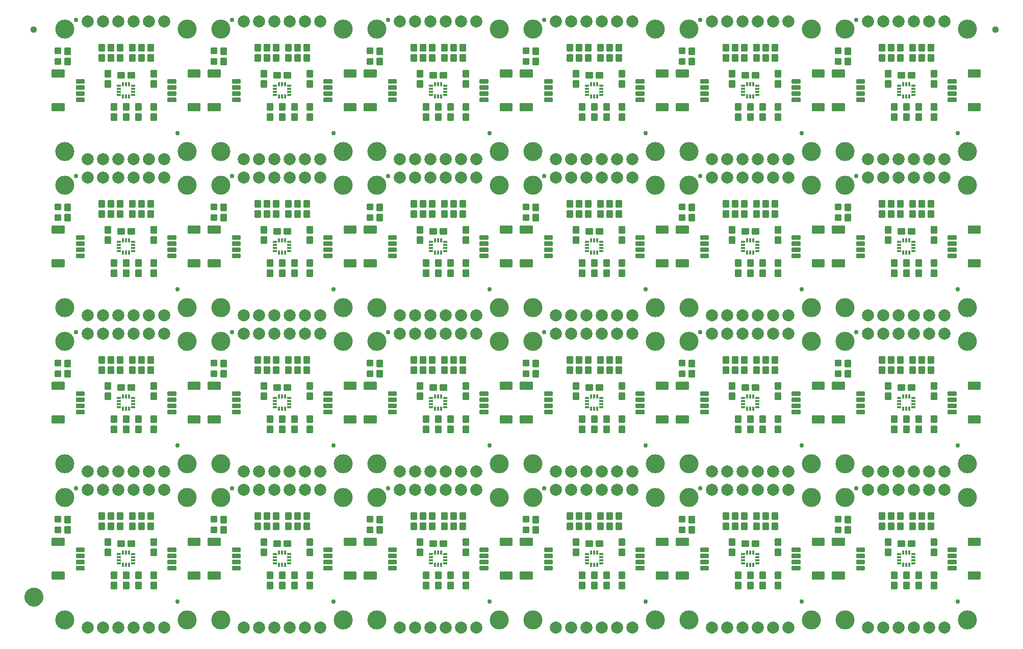
<source format=gts>
G04 EAGLE Gerber RS-274X export*
G75*
%MOMM*%
%FSLAX34Y34*%
%LPD*%
%INSoldermask Top*%
%IPPOS*%
%AMOC8*
5,1,8,0,0,1.08239X$1,22.5*%
G01*
%ADD10C,0.225400*%
%ADD11C,3.175000*%
%ADD12C,0.762000*%
%ADD13C,2.006600*%
%ADD14C,0.225588*%
%ADD15C,0.225369*%
%ADD16C,0.428259*%
%ADD17R,0.450000X0.650000*%
%ADD18R,0.650000X0.450000*%
%ADD19C,1.127000*%
%ADD20C,1.270000*%
%ADD21C,1.627000*%


D10*
X101028Y142558D02*
X101028Y132542D01*
X92012Y132542D01*
X92012Y142558D01*
X101028Y142558D01*
X101028Y134683D02*
X92012Y134683D01*
X92012Y136824D02*
X101028Y136824D01*
X101028Y138965D02*
X92012Y138965D01*
X92012Y141106D02*
X101028Y141106D01*
X101028Y149542D02*
X101028Y159558D01*
X101028Y149542D02*
X92012Y149542D01*
X92012Y159558D01*
X101028Y159558D01*
X101028Y151683D02*
X92012Y151683D01*
X92012Y153824D02*
X101028Y153824D01*
X101028Y155965D02*
X92012Y155965D01*
X92012Y158106D02*
X101028Y158106D01*
X130492Y156908D02*
X140508Y156908D01*
X140508Y147892D01*
X130492Y147892D01*
X130492Y156908D01*
X130492Y150033D02*
X140508Y150033D01*
X140508Y152174D02*
X130492Y152174D01*
X130492Y154315D02*
X140508Y154315D01*
X140508Y156456D02*
X130492Y156456D01*
X123508Y156908D02*
X113492Y156908D01*
X123508Y156908D02*
X123508Y147892D01*
X113492Y147892D01*
X113492Y156908D01*
X113492Y150033D02*
X123508Y150033D01*
X123508Y152174D02*
X113492Y152174D01*
X113492Y154315D02*
X123508Y154315D01*
X123508Y156456D02*
X113492Y156456D01*
D11*
X25400Y228600D03*
X25400Y25400D03*
X228600Y25400D03*
D10*
X122492Y94932D02*
X122492Y104948D01*
X131508Y104948D01*
X131508Y94932D01*
X122492Y94932D01*
X122492Y97073D02*
X131508Y97073D01*
X131508Y99214D02*
X122492Y99214D01*
X122492Y101355D02*
X131508Y101355D01*
X131508Y103496D02*
X122492Y103496D01*
X122492Y87948D02*
X122492Y77932D01*
X122492Y87948D02*
X131508Y87948D01*
X131508Y77932D01*
X122492Y77932D01*
X122492Y80073D02*
X131508Y80073D01*
X131508Y82214D02*
X122492Y82214D01*
X122492Y84355D02*
X131508Y84355D01*
X131508Y86496D02*
X122492Y86496D01*
X142812Y94932D02*
X142812Y104948D01*
X151828Y104948D01*
X151828Y94932D01*
X142812Y94932D01*
X142812Y97073D02*
X151828Y97073D01*
X151828Y99214D02*
X142812Y99214D01*
X142812Y101355D02*
X151828Y101355D01*
X151828Y103496D02*
X142812Y103496D01*
X142812Y87948D02*
X142812Y77932D01*
X142812Y87948D02*
X151828Y87948D01*
X151828Y77932D01*
X142812Y77932D01*
X142812Y80073D02*
X151828Y80073D01*
X151828Y82214D02*
X142812Y82214D01*
X142812Y84355D02*
X151828Y84355D01*
X151828Y86496D02*
X142812Y86496D01*
D12*
X44450Y243840D03*
X212344Y55880D03*
D10*
X102172Y95059D02*
X102172Y105075D01*
X111188Y105075D01*
X111188Y95059D01*
X102172Y95059D01*
X102172Y97200D02*
X111188Y97200D01*
X111188Y99341D02*
X102172Y99341D01*
X102172Y101482D02*
X111188Y101482D01*
X111188Y103623D02*
X102172Y103623D01*
X102172Y88075D02*
X102172Y78059D01*
X102172Y88075D02*
X111188Y88075D01*
X111188Y78059D01*
X102172Y78059D01*
X102172Y80200D02*
X111188Y80200D01*
X111188Y82341D02*
X102172Y82341D01*
X102172Y84482D02*
X111188Y84482D01*
X111188Y86623D02*
X102172Y86623D01*
D13*
X190500Y12700D03*
X165100Y12700D03*
X139700Y12700D03*
X114300Y12700D03*
X88900Y12700D03*
X63500Y12700D03*
X63500Y241300D03*
X88900Y241300D03*
X114300Y241300D03*
X139700Y241300D03*
X165100Y241300D03*
X190500Y241300D03*
D14*
X249203Y104507D02*
X249203Y93493D01*
X230189Y93493D01*
X230189Y104507D01*
X249203Y104507D01*
X249203Y95636D02*
X230189Y95636D01*
X230189Y97779D02*
X249203Y97779D01*
X249203Y99922D02*
X230189Y99922D01*
X230189Y102065D02*
X249203Y102065D01*
X249203Y104208D02*
X230189Y104208D01*
X249203Y149493D02*
X249203Y160507D01*
X249203Y149493D02*
X230189Y149493D01*
X230189Y160507D01*
X249203Y160507D01*
X249203Y151636D02*
X230189Y151636D01*
X230189Y153779D02*
X249203Y153779D01*
X249203Y155922D02*
X230189Y155922D01*
X230189Y158065D02*
X249203Y158065D01*
X249203Y160208D02*
X230189Y160208D01*
D15*
X209204Y114508D02*
X209204Y109492D01*
X196688Y109492D01*
X196688Y114508D01*
X209204Y114508D01*
X209204Y111633D02*
X196688Y111633D01*
X196688Y113774D02*
X209204Y113774D01*
X209204Y119492D02*
X209204Y124508D01*
X209204Y119492D02*
X196688Y119492D01*
X196688Y124508D01*
X209204Y124508D01*
X209204Y121633D02*
X196688Y121633D01*
X196688Y123774D02*
X209204Y123774D01*
X209204Y129492D02*
X209204Y134508D01*
X209204Y129492D02*
X196688Y129492D01*
X196688Y134508D01*
X209204Y134508D01*
X209204Y131633D02*
X196688Y131633D01*
X196688Y133774D02*
X209204Y133774D01*
X209204Y139492D02*
X209204Y144508D01*
X209204Y139492D02*
X196688Y139492D01*
X196688Y144508D01*
X209204Y144508D01*
X209204Y141633D02*
X196688Y141633D01*
X196688Y143774D02*
X209204Y143774D01*
D14*
X4543Y149493D02*
X4543Y160507D01*
X23557Y160507D01*
X23557Y149493D01*
X4543Y149493D01*
X4543Y151636D02*
X23557Y151636D01*
X23557Y153779D02*
X4543Y153779D01*
X4543Y155922D02*
X23557Y155922D01*
X23557Y158065D02*
X4543Y158065D01*
X4543Y160208D02*
X23557Y160208D01*
X4543Y104507D02*
X4543Y93493D01*
X4543Y104507D02*
X23557Y104507D01*
X23557Y93493D01*
X4543Y93493D01*
X4543Y95636D02*
X23557Y95636D01*
X23557Y97779D02*
X4543Y97779D01*
X4543Y99922D02*
X23557Y99922D01*
X23557Y102065D02*
X4543Y102065D01*
X4543Y104208D02*
X23557Y104208D01*
D15*
X44542Y139492D02*
X44542Y144508D01*
X57058Y144508D01*
X57058Y139492D01*
X44542Y139492D01*
X44542Y141633D02*
X57058Y141633D01*
X57058Y143774D02*
X44542Y143774D01*
X44542Y134508D02*
X44542Y129492D01*
X44542Y134508D02*
X57058Y134508D01*
X57058Y129492D01*
X44542Y129492D01*
X44542Y131633D02*
X57058Y131633D01*
X57058Y133774D02*
X44542Y133774D01*
X44542Y124508D02*
X44542Y119492D01*
X44542Y124508D02*
X57058Y124508D01*
X57058Y119492D01*
X44542Y119492D01*
X44542Y121633D02*
X57058Y121633D01*
X57058Y123774D02*
X44542Y123774D01*
X44542Y114508D02*
X44542Y109492D01*
X44542Y114508D02*
X57058Y114508D01*
X57058Y109492D01*
X44542Y109492D01*
X44542Y111633D02*
X57058Y111633D01*
X57058Y113774D02*
X44542Y113774D01*
D16*
X17210Y178620D02*
X10222Y178620D01*
X17210Y178620D02*
X17210Y171632D01*
X10222Y171632D01*
X10222Y178620D01*
X10222Y175701D02*
X17210Y175701D01*
X17210Y196160D02*
X10222Y196160D01*
X17210Y196160D02*
X17210Y189172D01*
X10222Y189172D01*
X10222Y196160D01*
X10222Y193241D02*
X17210Y193241D01*
D10*
X25210Y196896D02*
X25210Y186880D01*
X25210Y196896D02*
X34226Y196896D01*
X34226Y186880D01*
X25210Y186880D01*
X25210Y189021D02*
X34226Y189021D01*
X34226Y191162D02*
X25210Y191162D01*
X25210Y193303D02*
X34226Y193303D01*
X34226Y195444D02*
X25210Y195444D01*
X25210Y179896D02*
X25210Y169880D01*
X25210Y179896D02*
X34226Y179896D01*
X34226Y169880D01*
X25210Y169880D01*
X25210Y172021D02*
X34226Y172021D01*
X34226Y174162D02*
X25210Y174162D01*
X25210Y176303D02*
X34226Y176303D01*
X34226Y178444D02*
X25210Y178444D01*
X177228Y142558D02*
X177228Y132542D01*
X168212Y132542D01*
X168212Y142558D01*
X177228Y142558D01*
X177228Y134683D02*
X168212Y134683D01*
X168212Y136824D02*
X177228Y136824D01*
X177228Y138965D02*
X168212Y138965D01*
X168212Y141106D02*
X177228Y141106D01*
X177228Y149542D02*
X177228Y159558D01*
X177228Y149542D02*
X168212Y149542D01*
X168212Y159558D01*
X177228Y159558D01*
X177228Y151683D02*
X168212Y151683D01*
X168212Y153824D02*
X177228Y153824D01*
X177228Y155965D02*
X168212Y155965D01*
X168212Y158106D02*
X177228Y158106D01*
X177228Y87948D02*
X177228Y77932D01*
X168212Y77932D01*
X168212Y87948D01*
X177228Y87948D01*
X177228Y80073D02*
X168212Y80073D01*
X168212Y82214D02*
X177228Y82214D01*
X177228Y84355D02*
X168212Y84355D01*
X168212Y86496D02*
X177228Y86496D01*
X177228Y94932D02*
X177228Y104948D01*
X177228Y94932D02*
X168212Y94932D01*
X168212Y104948D01*
X177228Y104948D01*
X177228Y97073D02*
X168212Y97073D01*
X168212Y99214D02*
X177228Y99214D01*
X177228Y101355D02*
X168212Y101355D01*
X168212Y103496D02*
X177228Y103496D01*
X141668Y175722D02*
X141668Y185738D01*
X141668Y175722D02*
X132652Y175722D01*
X132652Y185738D01*
X141668Y185738D01*
X141668Y177863D02*
X132652Y177863D01*
X132652Y180004D02*
X141668Y180004D01*
X141668Y182145D02*
X132652Y182145D01*
X132652Y184286D02*
X141668Y184286D01*
X141668Y192722D02*
X141668Y202738D01*
X141668Y192722D02*
X132652Y192722D01*
X132652Y202738D01*
X141668Y202738D01*
X141668Y194863D02*
X132652Y194863D01*
X132652Y197004D02*
X141668Y197004D01*
X141668Y199145D02*
X132652Y199145D01*
X132652Y201286D02*
X141668Y201286D01*
X90868Y185738D02*
X90868Y175722D01*
X81852Y175722D01*
X81852Y185738D01*
X90868Y185738D01*
X90868Y177863D02*
X81852Y177863D01*
X81852Y180004D02*
X90868Y180004D01*
X90868Y182145D02*
X81852Y182145D01*
X81852Y184286D02*
X90868Y184286D01*
X90868Y192722D02*
X90868Y202738D01*
X90868Y192722D02*
X81852Y192722D01*
X81852Y202738D01*
X90868Y202738D01*
X90868Y194863D02*
X81852Y194863D01*
X81852Y197004D02*
X90868Y197004D01*
X90868Y199145D02*
X81852Y199145D01*
X81852Y201286D02*
X90868Y201286D01*
X156908Y185738D02*
X156908Y175722D01*
X147892Y175722D01*
X147892Y185738D01*
X156908Y185738D01*
X156908Y177863D02*
X147892Y177863D01*
X147892Y180004D02*
X156908Y180004D01*
X156908Y182145D02*
X147892Y182145D01*
X147892Y184286D02*
X156908Y184286D01*
X156908Y192722D02*
X156908Y202738D01*
X156908Y192722D02*
X147892Y192722D01*
X147892Y202738D01*
X156908Y202738D01*
X156908Y194863D02*
X147892Y194863D01*
X147892Y197004D02*
X156908Y197004D01*
X156908Y199145D02*
X147892Y199145D01*
X147892Y201286D02*
X156908Y201286D01*
X106108Y185738D02*
X106108Y175722D01*
X97092Y175722D01*
X97092Y185738D01*
X106108Y185738D01*
X106108Y177863D02*
X97092Y177863D01*
X97092Y180004D02*
X106108Y180004D01*
X106108Y182145D02*
X97092Y182145D01*
X97092Y184286D02*
X106108Y184286D01*
X106108Y192722D02*
X106108Y202738D01*
X106108Y192722D02*
X97092Y192722D01*
X97092Y202738D01*
X106108Y202738D01*
X106108Y194863D02*
X97092Y194863D01*
X97092Y197004D02*
X106108Y197004D01*
X106108Y199145D02*
X97092Y199145D01*
X97092Y201286D02*
X106108Y201286D01*
X112332Y202738D02*
X112332Y192722D01*
X112332Y202738D02*
X121348Y202738D01*
X121348Y192722D01*
X112332Y192722D01*
X112332Y194863D02*
X121348Y194863D01*
X121348Y197004D02*
X112332Y197004D01*
X112332Y199145D02*
X121348Y199145D01*
X121348Y201286D02*
X112332Y201286D01*
X112332Y185738D02*
X112332Y175722D01*
X112332Y185738D02*
X121348Y185738D01*
X121348Y175722D01*
X112332Y175722D01*
X112332Y177863D02*
X121348Y177863D01*
X121348Y180004D02*
X112332Y180004D01*
X112332Y182145D02*
X121348Y182145D01*
X121348Y184286D02*
X112332Y184286D01*
X163132Y192722D02*
X163132Y202738D01*
X172148Y202738D01*
X172148Y192722D01*
X163132Y192722D01*
X163132Y194863D02*
X172148Y194863D01*
X172148Y197004D02*
X163132Y197004D01*
X163132Y199145D02*
X172148Y199145D01*
X172148Y201286D02*
X163132Y201286D01*
X163132Y185738D02*
X163132Y175722D01*
X163132Y185738D02*
X172148Y185738D01*
X172148Y175722D01*
X163132Y175722D01*
X163132Y177863D02*
X172148Y177863D01*
X172148Y180004D02*
X163132Y180004D01*
X163132Y182145D02*
X172148Y182145D01*
X172148Y184286D02*
X163132Y184286D01*
D11*
X228600Y228600D03*
D17*
X122050Y117050D03*
X126950Y117050D03*
X131950Y117050D03*
X122050Y137050D03*
X126950Y137050D03*
X131950Y137050D03*
D18*
X138650Y134550D03*
X138650Y129550D03*
X138650Y124450D03*
X138650Y119550D03*
X115450Y134550D03*
X115450Y129550D03*
X115450Y124450D03*
X115450Y119550D03*
D10*
X360108Y132542D02*
X360108Y142558D01*
X360108Y132542D02*
X351092Y132542D01*
X351092Y142558D01*
X360108Y142558D01*
X360108Y134683D02*
X351092Y134683D01*
X351092Y136824D02*
X360108Y136824D01*
X360108Y138965D02*
X351092Y138965D01*
X351092Y141106D02*
X360108Y141106D01*
X360108Y149542D02*
X360108Y159558D01*
X360108Y149542D02*
X351092Y149542D01*
X351092Y159558D01*
X360108Y159558D01*
X360108Y151683D02*
X351092Y151683D01*
X351092Y153824D02*
X360108Y153824D01*
X360108Y155965D02*
X351092Y155965D01*
X351092Y158106D02*
X360108Y158106D01*
X389572Y156908D02*
X399588Y156908D01*
X399588Y147892D01*
X389572Y147892D01*
X389572Y156908D01*
X389572Y150033D02*
X399588Y150033D01*
X399588Y152174D02*
X389572Y152174D01*
X389572Y154315D02*
X399588Y154315D01*
X399588Y156456D02*
X389572Y156456D01*
X382588Y156908D02*
X372572Y156908D01*
X382588Y156908D02*
X382588Y147892D01*
X372572Y147892D01*
X372572Y156908D01*
X372572Y150033D02*
X382588Y150033D01*
X382588Y152174D02*
X372572Y152174D01*
X372572Y154315D02*
X382588Y154315D01*
X382588Y156456D02*
X372572Y156456D01*
D11*
X284480Y228600D03*
X284480Y25400D03*
X487680Y25400D03*
D10*
X381572Y94932D02*
X381572Y104948D01*
X390588Y104948D01*
X390588Y94932D01*
X381572Y94932D01*
X381572Y97073D02*
X390588Y97073D01*
X390588Y99214D02*
X381572Y99214D01*
X381572Y101355D02*
X390588Y101355D01*
X390588Y103496D02*
X381572Y103496D01*
X381572Y87948D02*
X381572Y77932D01*
X381572Y87948D02*
X390588Y87948D01*
X390588Y77932D01*
X381572Y77932D01*
X381572Y80073D02*
X390588Y80073D01*
X390588Y82214D02*
X381572Y82214D01*
X381572Y84355D02*
X390588Y84355D01*
X390588Y86496D02*
X381572Y86496D01*
X401892Y94932D02*
X401892Y104948D01*
X410908Y104948D01*
X410908Y94932D01*
X401892Y94932D01*
X401892Y97073D02*
X410908Y97073D01*
X410908Y99214D02*
X401892Y99214D01*
X401892Y101355D02*
X410908Y101355D01*
X410908Y103496D02*
X401892Y103496D01*
X401892Y87948D02*
X401892Y77932D01*
X401892Y87948D02*
X410908Y87948D01*
X410908Y77932D01*
X401892Y77932D01*
X401892Y80073D02*
X410908Y80073D01*
X410908Y82214D02*
X401892Y82214D01*
X401892Y84355D02*
X410908Y84355D01*
X410908Y86496D02*
X401892Y86496D01*
D12*
X303530Y243840D03*
X471424Y55880D03*
D10*
X361252Y95059D02*
X361252Y105075D01*
X370268Y105075D01*
X370268Y95059D01*
X361252Y95059D01*
X361252Y97200D02*
X370268Y97200D01*
X370268Y99341D02*
X361252Y99341D01*
X361252Y101482D02*
X370268Y101482D01*
X370268Y103623D02*
X361252Y103623D01*
X361252Y88075D02*
X361252Y78059D01*
X361252Y88075D02*
X370268Y88075D01*
X370268Y78059D01*
X361252Y78059D01*
X361252Y80200D02*
X370268Y80200D01*
X370268Y82341D02*
X361252Y82341D01*
X361252Y84482D02*
X370268Y84482D01*
X370268Y86623D02*
X361252Y86623D01*
D13*
X449580Y12700D03*
X424180Y12700D03*
X398780Y12700D03*
X373380Y12700D03*
X347980Y12700D03*
X322580Y12700D03*
X322580Y241300D03*
X347980Y241300D03*
X373380Y241300D03*
X398780Y241300D03*
X424180Y241300D03*
X449580Y241300D03*
D14*
X508283Y104507D02*
X508283Y93493D01*
X489269Y93493D01*
X489269Y104507D01*
X508283Y104507D01*
X508283Y95636D02*
X489269Y95636D01*
X489269Y97779D02*
X508283Y97779D01*
X508283Y99922D02*
X489269Y99922D01*
X489269Y102065D02*
X508283Y102065D01*
X508283Y104208D02*
X489269Y104208D01*
X508283Y149493D02*
X508283Y160507D01*
X508283Y149493D02*
X489269Y149493D01*
X489269Y160507D01*
X508283Y160507D01*
X508283Y151636D02*
X489269Y151636D01*
X489269Y153779D02*
X508283Y153779D01*
X508283Y155922D02*
X489269Y155922D01*
X489269Y158065D02*
X508283Y158065D01*
X508283Y160208D02*
X489269Y160208D01*
D15*
X468284Y114508D02*
X468284Y109492D01*
X455768Y109492D01*
X455768Y114508D01*
X468284Y114508D01*
X468284Y111633D02*
X455768Y111633D01*
X455768Y113774D02*
X468284Y113774D01*
X468284Y119492D02*
X468284Y124508D01*
X468284Y119492D02*
X455768Y119492D01*
X455768Y124508D01*
X468284Y124508D01*
X468284Y121633D02*
X455768Y121633D01*
X455768Y123774D02*
X468284Y123774D01*
X468284Y129492D02*
X468284Y134508D01*
X468284Y129492D02*
X455768Y129492D01*
X455768Y134508D01*
X468284Y134508D01*
X468284Y131633D02*
X455768Y131633D01*
X455768Y133774D02*
X468284Y133774D01*
X468284Y139492D02*
X468284Y144508D01*
X468284Y139492D02*
X455768Y139492D01*
X455768Y144508D01*
X468284Y144508D01*
X468284Y141633D02*
X455768Y141633D01*
X455768Y143774D02*
X468284Y143774D01*
D14*
X263623Y149493D02*
X263623Y160507D01*
X282637Y160507D01*
X282637Y149493D01*
X263623Y149493D01*
X263623Y151636D02*
X282637Y151636D01*
X282637Y153779D02*
X263623Y153779D01*
X263623Y155922D02*
X282637Y155922D01*
X282637Y158065D02*
X263623Y158065D01*
X263623Y160208D02*
X282637Y160208D01*
X263623Y104507D02*
X263623Y93493D01*
X263623Y104507D02*
X282637Y104507D01*
X282637Y93493D01*
X263623Y93493D01*
X263623Y95636D02*
X282637Y95636D01*
X282637Y97779D02*
X263623Y97779D01*
X263623Y99922D02*
X282637Y99922D01*
X282637Y102065D02*
X263623Y102065D01*
X263623Y104208D02*
X282637Y104208D01*
D15*
X303622Y139492D02*
X303622Y144508D01*
X316138Y144508D01*
X316138Y139492D01*
X303622Y139492D01*
X303622Y141633D02*
X316138Y141633D01*
X316138Y143774D02*
X303622Y143774D01*
X303622Y134508D02*
X303622Y129492D01*
X303622Y134508D02*
X316138Y134508D01*
X316138Y129492D01*
X303622Y129492D01*
X303622Y131633D02*
X316138Y131633D01*
X316138Y133774D02*
X303622Y133774D01*
X303622Y124508D02*
X303622Y119492D01*
X303622Y124508D02*
X316138Y124508D01*
X316138Y119492D01*
X303622Y119492D01*
X303622Y121633D02*
X316138Y121633D01*
X316138Y123774D02*
X303622Y123774D01*
X303622Y114508D02*
X303622Y109492D01*
X303622Y114508D02*
X316138Y114508D01*
X316138Y109492D01*
X303622Y109492D01*
X303622Y111633D02*
X316138Y111633D01*
X316138Y113774D02*
X303622Y113774D01*
D16*
X276290Y178620D02*
X269302Y178620D01*
X276290Y178620D02*
X276290Y171632D01*
X269302Y171632D01*
X269302Y178620D01*
X269302Y175701D02*
X276290Y175701D01*
X276290Y196160D02*
X269302Y196160D01*
X276290Y196160D02*
X276290Y189172D01*
X269302Y189172D01*
X269302Y196160D01*
X269302Y193241D02*
X276290Y193241D01*
D10*
X284290Y196896D02*
X284290Y186880D01*
X284290Y196896D02*
X293306Y196896D01*
X293306Y186880D01*
X284290Y186880D01*
X284290Y189021D02*
X293306Y189021D01*
X293306Y191162D02*
X284290Y191162D01*
X284290Y193303D02*
X293306Y193303D01*
X293306Y195444D02*
X284290Y195444D01*
X284290Y179896D02*
X284290Y169880D01*
X284290Y179896D02*
X293306Y179896D01*
X293306Y169880D01*
X284290Y169880D01*
X284290Y172021D02*
X293306Y172021D01*
X293306Y174162D02*
X284290Y174162D01*
X284290Y176303D02*
X293306Y176303D01*
X293306Y178444D02*
X284290Y178444D01*
X436308Y142558D02*
X436308Y132542D01*
X427292Y132542D01*
X427292Y142558D01*
X436308Y142558D01*
X436308Y134683D02*
X427292Y134683D01*
X427292Y136824D02*
X436308Y136824D01*
X436308Y138965D02*
X427292Y138965D01*
X427292Y141106D02*
X436308Y141106D01*
X436308Y149542D02*
X436308Y159558D01*
X436308Y149542D02*
X427292Y149542D01*
X427292Y159558D01*
X436308Y159558D01*
X436308Y151683D02*
X427292Y151683D01*
X427292Y153824D02*
X436308Y153824D01*
X436308Y155965D02*
X427292Y155965D01*
X427292Y158106D02*
X436308Y158106D01*
X436308Y87948D02*
X436308Y77932D01*
X427292Y77932D01*
X427292Y87948D01*
X436308Y87948D01*
X436308Y80073D02*
X427292Y80073D01*
X427292Y82214D02*
X436308Y82214D01*
X436308Y84355D02*
X427292Y84355D01*
X427292Y86496D02*
X436308Y86496D01*
X436308Y94932D02*
X436308Y104948D01*
X436308Y94932D02*
X427292Y94932D01*
X427292Y104948D01*
X436308Y104948D01*
X436308Y97073D02*
X427292Y97073D01*
X427292Y99214D02*
X436308Y99214D01*
X436308Y101355D02*
X427292Y101355D01*
X427292Y103496D02*
X436308Y103496D01*
X400748Y175722D02*
X400748Y185738D01*
X400748Y175722D02*
X391732Y175722D01*
X391732Y185738D01*
X400748Y185738D01*
X400748Y177863D02*
X391732Y177863D01*
X391732Y180004D02*
X400748Y180004D01*
X400748Y182145D02*
X391732Y182145D01*
X391732Y184286D02*
X400748Y184286D01*
X400748Y192722D02*
X400748Y202738D01*
X400748Y192722D02*
X391732Y192722D01*
X391732Y202738D01*
X400748Y202738D01*
X400748Y194863D02*
X391732Y194863D01*
X391732Y197004D02*
X400748Y197004D01*
X400748Y199145D02*
X391732Y199145D01*
X391732Y201286D02*
X400748Y201286D01*
X349948Y185738D02*
X349948Y175722D01*
X340932Y175722D01*
X340932Y185738D01*
X349948Y185738D01*
X349948Y177863D02*
X340932Y177863D01*
X340932Y180004D02*
X349948Y180004D01*
X349948Y182145D02*
X340932Y182145D01*
X340932Y184286D02*
X349948Y184286D01*
X349948Y192722D02*
X349948Y202738D01*
X349948Y192722D02*
X340932Y192722D01*
X340932Y202738D01*
X349948Y202738D01*
X349948Y194863D02*
X340932Y194863D01*
X340932Y197004D02*
X349948Y197004D01*
X349948Y199145D02*
X340932Y199145D01*
X340932Y201286D02*
X349948Y201286D01*
X415988Y185738D02*
X415988Y175722D01*
X406972Y175722D01*
X406972Y185738D01*
X415988Y185738D01*
X415988Y177863D02*
X406972Y177863D01*
X406972Y180004D02*
X415988Y180004D01*
X415988Y182145D02*
X406972Y182145D01*
X406972Y184286D02*
X415988Y184286D01*
X415988Y192722D02*
X415988Y202738D01*
X415988Y192722D02*
X406972Y192722D01*
X406972Y202738D01*
X415988Y202738D01*
X415988Y194863D02*
X406972Y194863D01*
X406972Y197004D02*
X415988Y197004D01*
X415988Y199145D02*
X406972Y199145D01*
X406972Y201286D02*
X415988Y201286D01*
X365188Y185738D02*
X365188Y175722D01*
X356172Y175722D01*
X356172Y185738D01*
X365188Y185738D01*
X365188Y177863D02*
X356172Y177863D01*
X356172Y180004D02*
X365188Y180004D01*
X365188Y182145D02*
X356172Y182145D01*
X356172Y184286D02*
X365188Y184286D01*
X365188Y192722D02*
X365188Y202738D01*
X365188Y192722D02*
X356172Y192722D01*
X356172Y202738D01*
X365188Y202738D01*
X365188Y194863D02*
X356172Y194863D01*
X356172Y197004D02*
X365188Y197004D01*
X365188Y199145D02*
X356172Y199145D01*
X356172Y201286D02*
X365188Y201286D01*
X371412Y202738D02*
X371412Y192722D01*
X371412Y202738D02*
X380428Y202738D01*
X380428Y192722D01*
X371412Y192722D01*
X371412Y194863D02*
X380428Y194863D01*
X380428Y197004D02*
X371412Y197004D01*
X371412Y199145D02*
X380428Y199145D01*
X380428Y201286D02*
X371412Y201286D01*
X371412Y185738D02*
X371412Y175722D01*
X371412Y185738D02*
X380428Y185738D01*
X380428Y175722D01*
X371412Y175722D01*
X371412Y177863D02*
X380428Y177863D01*
X380428Y180004D02*
X371412Y180004D01*
X371412Y182145D02*
X380428Y182145D01*
X380428Y184286D02*
X371412Y184286D01*
X422212Y192722D02*
X422212Y202738D01*
X431228Y202738D01*
X431228Y192722D01*
X422212Y192722D01*
X422212Y194863D02*
X431228Y194863D01*
X431228Y197004D02*
X422212Y197004D01*
X422212Y199145D02*
X431228Y199145D01*
X431228Y201286D02*
X422212Y201286D01*
X422212Y185738D02*
X422212Y175722D01*
X422212Y185738D02*
X431228Y185738D01*
X431228Y175722D01*
X422212Y175722D01*
X422212Y177863D02*
X431228Y177863D01*
X431228Y180004D02*
X422212Y180004D01*
X422212Y182145D02*
X431228Y182145D01*
X431228Y184286D02*
X422212Y184286D01*
D11*
X487680Y228600D03*
D17*
X381130Y117050D03*
X386030Y117050D03*
X391030Y117050D03*
X381130Y137050D03*
X386030Y137050D03*
X391030Y137050D03*
D18*
X397730Y134550D03*
X397730Y129550D03*
X397730Y124450D03*
X397730Y119550D03*
X374530Y134550D03*
X374530Y129550D03*
X374530Y124450D03*
X374530Y119550D03*
D10*
X619188Y132542D02*
X619188Y142558D01*
X619188Y132542D02*
X610172Y132542D01*
X610172Y142558D01*
X619188Y142558D01*
X619188Y134683D02*
X610172Y134683D01*
X610172Y136824D02*
X619188Y136824D01*
X619188Y138965D02*
X610172Y138965D01*
X610172Y141106D02*
X619188Y141106D01*
X619188Y149542D02*
X619188Y159558D01*
X619188Y149542D02*
X610172Y149542D01*
X610172Y159558D01*
X619188Y159558D01*
X619188Y151683D02*
X610172Y151683D01*
X610172Y153824D02*
X619188Y153824D01*
X619188Y155965D02*
X610172Y155965D01*
X610172Y158106D02*
X619188Y158106D01*
X648652Y156908D02*
X658668Y156908D01*
X658668Y147892D01*
X648652Y147892D01*
X648652Y156908D01*
X648652Y150033D02*
X658668Y150033D01*
X658668Y152174D02*
X648652Y152174D01*
X648652Y154315D02*
X658668Y154315D01*
X658668Y156456D02*
X648652Y156456D01*
X641668Y156908D02*
X631652Y156908D01*
X641668Y156908D02*
X641668Y147892D01*
X631652Y147892D01*
X631652Y156908D01*
X631652Y150033D02*
X641668Y150033D01*
X641668Y152174D02*
X631652Y152174D01*
X631652Y154315D02*
X641668Y154315D01*
X641668Y156456D02*
X631652Y156456D01*
D11*
X543560Y228600D03*
X543560Y25400D03*
X746760Y25400D03*
D10*
X640652Y94932D02*
X640652Y104948D01*
X649668Y104948D01*
X649668Y94932D01*
X640652Y94932D01*
X640652Y97073D02*
X649668Y97073D01*
X649668Y99214D02*
X640652Y99214D01*
X640652Y101355D02*
X649668Y101355D01*
X649668Y103496D02*
X640652Y103496D01*
X640652Y87948D02*
X640652Y77932D01*
X640652Y87948D02*
X649668Y87948D01*
X649668Y77932D01*
X640652Y77932D01*
X640652Y80073D02*
X649668Y80073D01*
X649668Y82214D02*
X640652Y82214D01*
X640652Y84355D02*
X649668Y84355D01*
X649668Y86496D02*
X640652Y86496D01*
X660972Y94932D02*
X660972Y104948D01*
X669988Y104948D01*
X669988Y94932D01*
X660972Y94932D01*
X660972Y97073D02*
X669988Y97073D01*
X669988Y99214D02*
X660972Y99214D01*
X660972Y101355D02*
X669988Y101355D01*
X669988Y103496D02*
X660972Y103496D01*
X660972Y87948D02*
X660972Y77932D01*
X660972Y87948D02*
X669988Y87948D01*
X669988Y77932D01*
X660972Y77932D01*
X660972Y80073D02*
X669988Y80073D01*
X669988Y82214D02*
X660972Y82214D01*
X660972Y84355D02*
X669988Y84355D01*
X669988Y86496D02*
X660972Y86496D01*
D12*
X562610Y243840D03*
X730504Y55880D03*
D10*
X620332Y95059D02*
X620332Y105075D01*
X629348Y105075D01*
X629348Y95059D01*
X620332Y95059D01*
X620332Y97200D02*
X629348Y97200D01*
X629348Y99341D02*
X620332Y99341D01*
X620332Y101482D02*
X629348Y101482D01*
X629348Y103623D02*
X620332Y103623D01*
X620332Y88075D02*
X620332Y78059D01*
X620332Y88075D02*
X629348Y88075D01*
X629348Y78059D01*
X620332Y78059D01*
X620332Y80200D02*
X629348Y80200D01*
X629348Y82341D02*
X620332Y82341D01*
X620332Y84482D02*
X629348Y84482D01*
X629348Y86623D02*
X620332Y86623D01*
D13*
X708660Y12700D03*
X683260Y12700D03*
X657860Y12700D03*
X632460Y12700D03*
X607060Y12700D03*
X581660Y12700D03*
X581660Y241300D03*
X607060Y241300D03*
X632460Y241300D03*
X657860Y241300D03*
X683260Y241300D03*
X708660Y241300D03*
D14*
X767363Y104507D02*
X767363Y93493D01*
X748349Y93493D01*
X748349Y104507D01*
X767363Y104507D01*
X767363Y95636D02*
X748349Y95636D01*
X748349Y97779D02*
X767363Y97779D01*
X767363Y99922D02*
X748349Y99922D01*
X748349Y102065D02*
X767363Y102065D01*
X767363Y104208D02*
X748349Y104208D01*
X767363Y149493D02*
X767363Y160507D01*
X767363Y149493D02*
X748349Y149493D01*
X748349Y160507D01*
X767363Y160507D01*
X767363Y151636D02*
X748349Y151636D01*
X748349Y153779D02*
X767363Y153779D01*
X767363Y155922D02*
X748349Y155922D01*
X748349Y158065D02*
X767363Y158065D01*
X767363Y160208D02*
X748349Y160208D01*
D15*
X727364Y114508D02*
X727364Y109492D01*
X714848Y109492D01*
X714848Y114508D01*
X727364Y114508D01*
X727364Y111633D02*
X714848Y111633D01*
X714848Y113774D02*
X727364Y113774D01*
X727364Y119492D02*
X727364Y124508D01*
X727364Y119492D02*
X714848Y119492D01*
X714848Y124508D01*
X727364Y124508D01*
X727364Y121633D02*
X714848Y121633D01*
X714848Y123774D02*
X727364Y123774D01*
X727364Y129492D02*
X727364Y134508D01*
X727364Y129492D02*
X714848Y129492D01*
X714848Y134508D01*
X727364Y134508D01*
X727364Y131633D02*
X714848Y131633D01*
X714848Y133774D02*
X727364Y133774D01*
X727364Y139492D02*
X727364Y144508D01*
X727364Y139492D02*
X714848Y139492D01*
X714848Y144508D01*
X727364Y144508D01*
X727364Y141633D02*
X714848Y141633D01*
X714848Y143774D02*
X727364Y143774D01*
D14*
X522703Y149493D02*
X522703Y160507D01*
X541717Y160507D01*
X541717Y149493D01*
X522703Y149493D01*
X522703Y151636D02*
X541717Y151636D01*
X541717Y153779D02*
X522703Y153779D01*
X522703Y155922D02*
X541717Y155922D01*
X541717Y158065D02*
X522703Y158065D01*
X522703Y160208D02*
X541717Y160208D01*
X522703Y104507D02*
X522703Y93493D01*
X522703Y104507D02*
X541717Y104507D01*
X541717Y93493D01*
X522703Y93493D01*
X522703Y95636D02*
X541717Y95636D01*
X541717Y97779D02*
X522703Y97779D01*
X522703Y99922D02*
X541717Y99922D01*
X541717Y102065D02*
X522703Y102065D01*
X522703Y104208D02*
X541717Y104208D01*
D15*
X562702Y139492D02*
X562702Y144508D01*
X575218Y144508D01*
X575218Y139492D01*
X562702Y139492D01*
X562702Y141633D02*
X575218Y141633D01*
X575218Y143774D02*
X562702Y143774D01*
X562702Y134508D02*
X562702Y129492D01*
X562702Y134508D02*
X575218Y134508D01*
X575218Y129492D01*
X562702Y129492D01*
X562702Y131633D02*
X575218Y131633D01*
X575218Y133774D02*
X562702Y133774D01*
X562702Y124508D02*
X562702Y119492D01*
X562702Y124508D02*
X575218Y124508D01*
X575218Y119492D01*
X562702Y119492D01*
X562702Y121633D02*
X575218Y121633D01*
X575218Y123774D02*
X562702Y123774D01*
X562702Y114508D02*
X562702Y109492D01*
X562702Y114508D02*
X575218Y114508D01*
X575218Y109492D01*
X562702Y109492D01*
X562702Y111633D02*
X575218Y111633D01*
X575218Y113774D02*
X562702Y113774D01*
D16*
X535370Y178620D02*
X528382Y178620D01*
X535370Y178620D02*
X535370Y171632D01*
X528382Y171632D01*
X528382Y178620D01*
X528382Y175701D02*
X535370Y175701D01*
X535370Y196160D02*
X528382Y196160D01*
X535370Y196160D02*
X535370Y189172D01*
X528382Y189172D01*
X528382Y196160D01*
X528382Y193241D02*
X535370Y193241D01*
D10*
X543370Y196896D02*
X543370Y186880D01*
X543370Y196896D02*
X552386Y196896D01*
X552386Y186880D01*
X543370Y186880D01*
X543370Y189021D02*
X552386Y189021D01*
X552386Y191162D02*
X543370Y191162D01*
X543370Y193303D02*
X552386Y193303D01*
X552386Y195444D02*
X543370Y195444D01*
X543370Y179896D02*
X543370Y169880D01*
X543370Y179896D02*
X552386Y179896D01*
X552386Y169880D01*
X543370Y169880D01*
X543370Y172021D02*
X552386Y172021D01*
X552386Y174162D02*
X543370Y174162D01*
X543370Y176303D02*
X552386Y176303D01*
X552386Y178444D02*
X543370Y178444D01*
X695388Y142558D02*
X695388Y132542D01*
X686372Y132542D01*
X686372Y142558D01*
X695388Y142558D01*
X695388Y134683D02*
X686372Y134683D01*
X686372Y136824D02*
X695388Y136824D01*
X695388Y138965D02*
X686372Y138965D01*
X686372Y141106D02*
X695388Y141106D01*
X695388Y149542D02*
X695388Y159558D01*
X695388Y149542D02*
X686372Y149542D01*
X686372Y159558D01*
X695388Y159558D01*
X695388Y151683D02*
X686372Y151683D01*
X686372Y153824D02*
X695388Y153824D01*
X695388Y155965D02*
X686372Y155965D01*
X686372Y158106D02*
X695388Y158106D01*
X695388Y87948D02*
X695388Y77932D01*
X686372Y77932D01*
X686372Y87948D01*
X695388Y87948D01*
X695388Y80073D02*
X686372Y80073D01*
X686372Y82214D02*
X695388Y82214D01*
X695388Y84355D02*
X686372Y84355D01*
X686372Y86496D02*
X695388Y86496D01*
X695388Y94932D02*
X695388Y104948D01*
X695388Y94932D02*
X686372Y94932D01*
X686372Y104948D01*
X695388Y104948D01*
X695388Y97073D02*
X686372Y97073D01*
X686372Y99214D02*
X695388Y99214D01*
X695388Y101355D02*
X686372Y101355D01*
X686372Y103496D02*
X695388Y103496D01*
X659828Y175722D02*
X659828Y185738D01*
X659828Y175722D02*
X650812Y175722D01*
X650812Y185738D01*
X659828Y185738D01*
X659828Y177863D02*
X650812Y177863D01*
X650812Y180004D02*
X659828Y180004D01*
X659828Y182145D02*
X650812Y182145D01*
X650812Y184286D02*
X659828Y184286D01*
X659828Y192722D02*
X659828Y202738D01*
X659828Y192722D02*
X650812Y192722D01*
X650812Y202738D01*
X659828Y202738D01*
X659828Y194863D02*
X650812Y194863D01*
X650812Y197004D02*
X659828Y197004D01*
X659828Y199145D02*
X650812Y199145D01*
X650812Y201286D02*
X659828Y201286D01*
X609028Y185738D02*
X609028Y175722D01*
X600012Y175722D01*
X600012Y185738D01*
X609028Y185738D01*
X609028Y177863D02*
X600012Y177863D01*
X600012Y180004D02*
X609028Y180004D01*
X609028Y182145D02*
X600012Y182145D01*
X600012Y184286D02*
X609028Y184286D01*
X609028Y192722D02*
X609028Y202738D01*
X609028Y192722D02*
X600012Y192722D01*
X600012Y202738D01*
X609028Y202738D01*
X609028Y194863D02*
X600012Y194863D01*
X600012Y197004D02*
X609028Y197004D01*
X609028Y199145D02*
X600012Y199145D01*
X600012Y201286D02*
X609028Y201286D01*
X675068Y185738D02*
X675068Y175722D01*
X666052Y175722D01*
X666052Y185738D01*
X675068Y185738D01*
X675068Y177863D02*
X666052Y177863D01*
X666052Y180004D02*
X675068Y180004D01*
X675068Y182145D02*
X666052Y182145D01*
X666052Y184286D02*
X675068Y184286D01*
X675068Y192722D02*
X675068Y202738D01*
X675068Y192722D02*
X666052Y192722D01*
X666052Y202738D01*
X675068Y202738D01*
X675068Y194863D02*
X666052Y194863D01*
X666052Y197004D02*
X675068Y197004D01*
X675068Y199145D02*
X666052Y199145D01*
X666052Y201286D02*
X675068Y201286D01*
X624268Y185738D02*
X624268Y175722D01*
X615252Y175722D01*
X615252Y185738D01*
X624268Y185738D01*
X624268Y177863D02*
X615252Y177863D01*
X615252Y180004D02*
X624268Y180004D01*
X624268Y182145D02*
X615252Y182145D01*
X615252Y184286D02*
X624268Y184286D01*
X624268Y192722D02*
X624268Y202738D01*
X624268Y192722D02*
X615252Y192722D01*
X615252Y202738D01*
X624268Y202738D01*
X624268Y194863D02*
X615252Y194863D01*
X615252Y197004D02*
X624268Y197004D01*
X624268Y199145D02*
X615252Y199145D01*
X615252Y201286D02*
X624268Y201286D01*
X630492Y202738D02*
X630492Y192722D01*
X630492Y202738D02*
X639508Y202738D01*
X639508Y192722D01*
X630492Y192722D01*
X630492Y194863D02*
X639508Y194863D01*
X639508Y197004D02*
X630492Y197004D01*
X630492Y199145D02*
X639508Y199145D01*
X639508Y201286D02*
X630492Y201286D01*
X630492Y185738D02*
X630492Y175722D01*
X630492Y185738D02*
X639508Y185738D01*
X639508Y175722D01*
X630492Y175722D01*
X630492Y177863D02*
X639508Y177863D01*
X639508Y180004D02*
X630492Y180004D01*
X630492Y182145D02*
X639508Y182145D01*
X639508Y184286D02*
X630492Y184286D01*
X681292Y192722D02*
X681292Y202738D01*
X690308Y202738D01*
X690308Y192722D01*
X681292Y192722D01*
X681292Y194863D02*
X690308Y194863D01*
X690308Y197004D02*
X681292Y197004D01*
X681292Y199145D02*
X690308Y199145D01*
X690308Y201286D02*
X681292Y201286D01*
X681292Y185738D02*
X681292Y175722D01*
X681292Y185738D02*
X690308Y185738D01*
X690308Y175722D01*
X681292Y175722D01*
X681292Y177863D02*
X690308Y177863D01*
X690308Y180004D02*
X681292Y180004D01*
X681292Y182145D02*
X690308Y182145D01*
X690308Y184286D02*
X681292Y184286D01*
D11*
X746760Y228600D03*
D17*
X640210Y117050D03*
X645110Y117050D03*
X650110Y117050D03*
X640210Y137050D03*
X645110Y137050D03*
X650110Y137050D03*
D18*
X656810Y134550D03*
X656810Y129550D03*
X656810Y124450D03*
X656810Y119550D03*
X633610Y134550D03*
X633610Y129550D03*
X633610Y124450D03*
X633610Y119550D03*
D10*
X878268Y132542D02*
X878268Y142558D01*
X878268Y132542D02*
X869252Y132542D01*
X869252Y142558D01*
X878268Y142558D01*
X878268Y134683D02*
X869252Y134683D01*
X869252Y136824D02*
X878268Y136824D01*
X878268Y138965D02*
X869252Y138965D01*
X869252Y141106D02*
X878268Y141106D01*
X878268Y149542D02*
X878268Y159558D01*
X878268Y149542D02*
X869252Y149542D01*
X869252Y159558D01*
X878268Y159558D01*
X878268Y151683D02*
X869252Y151683D01*
X869252Y153824D02*
X878268Y153824D01*
X878268Y155965D02*
X869252Y155965D01*
X869252Y158106D02*
X878268Y158106D01*
X907732Y156908D02*
X917748Y156908D01*
X917748Y147892D01*
X907732Y147892D01*
X907732Y156908D01*
X907732Y150033D02*
X917748Y150033D01*
X917748Y152174D02*
X907732Y152174D01*
X907732Y154315D02*
X917748Y154315D01*
X917748Y156456D02*
X907732Y156456D01*
X900748Y156908D02*
X890732Y156908D01*
X900748Y156908D02*
X900748Y147892D01*
X890732Y147892D01*
X890732Y156908D01*
X890732Y150033D02*
X900748Y150033D01*
X900748Y152174D02*
X890732Y152174D01*
X890732Y154315D02*
X900748Y154315D01*
X900748Y156456D02*
X890732Y156456D01*
D11*
X802640Y228600D03*
X802640Y25400D03*
X1005840Y25400D03*
D10*
X899732Y94932D02*
X899732Y104948D01*
X908748Y104948D01*
X908748Y94932D01*
X899732Y94932D01*
X899732Y97073D02*
X908748Y97073D01*
X908748Y99214D02*
X899732Y99214D01*
X899732Y101355D02*
X908748Y101355D01*
X908748Y103496D02*
X899732Y103496D01*
X899732Y87948D02*
X899732Y77932D01*
X899732Y87948D02*
X908748Y87948D01*
X908748Y77932D01*
X899732Y77932D01*
X899732Y80073D02*
X908748Y80073D01*
X908748Y82214D02*
X899732Y82214D01*
X899732Y84355D02*
X908748Y84355D01*
X908748Y86496D02*
X899732Y86496D01*
X920052Y94932D02*
X920052Y104948D01*
X929068Y104948D01*
X929068Y94932D01*
X920052Y94932D01*
X920052Y97073D02*
X929068Y97073D01*
X929068Y99214D02*
X920052Y99214D01*
X920052Y101355D02*
X929068Y101355D01*
X929068Y103496D02*
X920052Y103496D01*
X920052Y87948D02*
X920052Y77932D01*
X920052Y87948D02*
X929068Y87948D01*
X929068Y77932D01*
X920052Y77932D01*
X920052Y80073D02*
X929068Y80073D01*
X929068Y82214D02*
X920052Y82214D01*
X920052Y84355D02*
X929068Y84355D01*
X929068Y86496D02*
X920052Y86496D01*
D12*
X821690Y243840D03*
X989584Y55880D03*
D10*
X879412Y95059D02*
X879412Y105075D01*
X888428Y105075D01*
X888428Y95059D01*
X879412Y95059D01*
X879412Y97200D02*
X888428Y97200D01*
X888428Y99341D02*
X879412Y99341D01*
X879412Y101482D02*
X888428Y101482D01*
X888428Y103623D02*
X879412Y103623D01*
X879412Y88075D02*
X879412Y78059D01*
X879412Y88075D02*
X888428Y88075D01*
X888428Y78059D01*
X879412Y78059D01*
X879412Y80200D02*
X888428Y80200D01*
X888428Y82341D02*
X879412Y82341D01*
X879412Y84482D02*
X888428Y84482D01*
X888428Y86623D02*
X879412Y86623D01*
D13*
X967740Y12700D03*
X942340Y12700D03*
X916940Y12700D03*
X891540Y12700D03*
X866140Y12700D03*
X840740Y12700D03*
X840740Y241300D03*
X866140Y241300D03*
X891540Y241300D03*
X916940Y241300D03*
X942340Y241300D03*
X967740Y241300D03*
D14*
X1026443Y104507D02*
X1026443Y93493D01*
X1007429Y93493D01*
X1007429Y104507D01*
X1026443Y104507D01*
X1026443Y95636D02*
X1007429Y95636D01*
X1007429Y97779D02*
X1026443Y97779D01*
X1026443Y99922D02*
X1007429Y99922D01*
X1007429Y102065D02*
X1026443Y102065D01*
X1026443Y104208D02*
X1007429Y104208D01*
X1026443Y149493D02*
X1026443Y160507D01*
X1026443Y149493D02*
X1007429Y149493D01*
X1007429Y160507D01*
X1026443Y160507D01*
X1026443Y151636D02*
X1007429Y151636D01*
X1007429Y153779D02*
X1026443Y153779D01*
X1026443Y155922D02*
X1007429Y155922D01*
X1007429Y158065D02*
X1026443Y158065D01*
X1026443Y160208D02*
X1007429Y160208D01*
D15*
X986444Y114508D02*
X986444Y109492D01*
X973928Y109492D01*
X973928Y114508D01*
X986444Y114508D01*
X986444Y111633D02*
X973928Y111633D01*
X973928Y113774D02*
X986444Y113774D01*
X986444Y119492D02*
X986444Y124508D01*
X986444Y119492D02*
X973928Y119492D01*
X973928Y124508D01*
X986444Y124508D01*
X986444Y121633D02*
X973928Y121633D01*
X973928Y123774D02*
X986444Y123774D01*
X986444Y129492D02*
X986444Y134508D01*
X986444Y129492D02*
X973928Y129492D01*
X973928Y134508D01*
X986444Y134508D01*
X986444Y131633D02*
X973928Y131633D01*
X973928Y133774D02*
X986444Y133774D01*
X986444Y139492D02*
X986444Y144508D01*
X986444Y139492D02*
X973928Y139492D01*
X973928Y144508D01*
X986444Y144508D01*
X986444Y141633D02*
X973928Y141633D01*
X973928Y143774D02*
X986444Y143774D01*
D14*
X781783Y149493D02*
X781783Y160507D01*
X800797Y160507D01*
X800797Y149493D01*
X781783Y149493D01*
X781783Y151636D02*
X800797Y151636D01*
X800797Y153779D02*
X781783Y153779D01*
X781783Y155922D02*
X800797Y155922D01*
X800797Y158065D02*
X781783Y158065D01*
X781783Y160208D02*
X800797Y160208D01*
X781783Y104507D02*
X781783Y93493D01*
X781783Y104507D02*
X800797Y104507D01*
X800797Y93493D01*
X781783Y93493D01*
X781783Y95636D02*
X800797Y95636D01*
X800797Y97779D02*
X781783Y97779D01*
X781783Y99922D02*
X800797Y99922D01*
X800797Y102065D02*
X781783Y102065D01*
X781783Y104208D02*
X800797Y104208D01*
D15*
X821782Y139492D02*
X821782Y144508D01*
X834298Y144508D01*
X834298Y139492D01*
X821782Y139492D01*
X821782Y141633D02*
X834298Y141633D01*
X834298Y143774D02*
X821782Y143774D01*
X821782Y134508D02*
X821782Y129492D01*
X821782Y134508D02*
X834298Y134508D01*
X834298Y129492D01*
X821782Y129492D01*
X821782Y131633D02*
X834298Y131633D01*
X834298Y133774D02*
X821782Y133774D01*
X821782Y124508D02*
X821782Y119492D01*
X821782Y124508D02*
X834298Y124508D01*
X834298Y119492D01*
X821782Y119492D01*
X821782Y121633D02*
X834298Y121633D01*
X834298Y123774D02*
X821782Y123774D01*
X821782Y114508D02*
X821782Y109492D01*
X821782Y114508D02*
X834298Y114508D01*
X834298Y109492D01*
X821782Y109492D01*
X821782Y111633D02*
X834298Y111633D01*
X834298Y113774D02*
X821782Y113774D01*
D16*
X794450Y178620D02*
X787462Y178620D01*
X794450Y178620D02*
X794450Y171632D01*
X787462Y171632D01*
X787462Y178620D01*
X787462Y175701D02*
X794450Y175701D01*
X794450Y196160D02*
X787462Y196160D01*
X794450Y196160D02*
X794450Y189172D01*
X787462Y189172D01*
X787462Y196160D01*
X787462Y193241D02*
X794450Y193241D01*
D10*
X802450Y196896D02*
X802450Y186880D01*
X802450Y196896D02*
X811466Y196896D01*
X811466Y186880D01*
X802450Y186880D01*
X802450Y189021D02*
X811466Y189021D01*
X811466Y191162D02*
X802450Y191162D01*
X802450Y193303D02*
X811466Y193303D01*
X811466Y195444D02*
X802450Y195444D01*
X802450Y179896D02*
X802450Y169880D01*
X802450Y179896D02*
X811466Y179896D01*
X811466Y169880D01*
X802450Y169880D01*
X802450Y172021D02*
X811466Y172021D01*
X811466Y174162D02*
X802450Y174162D01*
X802450Y176303D02*
X811466Y176303D01*
X811466Y178444D02*
X802450Y178444D01*
X954468Y142558D02*
X954468Y132542D01*
X945452Y132542D01*
X945452Y142558D01*
X954468Y142558D01*
X954468Y134683D02*
X945452Y134683D01*
X945452Y136824D02*
X954468Y136824D01*
X954468Y138965D02*
X945452Y138965D01*
X945452Y141106D02*
X954468Y141106D01*
X954468Y149542D02*
X954468Y159558D01*
X954468Y149542D02*
X945452Y149542D01*
X945452Y159558D01*
X954468Y159558D01*
X954468Y151683D02*
X945452Y151683D01*
X945452Y153824D02*
X954468Y153824D01*
X954468Y155965D02*
X945452Y155965D01*
X945452Y158106D02*
X954468Y158106D01*
X954468Y87948D02*
X954468Y77932D01*
X945452Y77932D01*
X945452Y87948D01*
X954468Y87948D01*
X954468Y80073D02*
X945452Y80073D01*
X945452Y82214D02*
X954468Y82214D01*
X954468Y84355D02*
X945452Y84355D01*
X945452Y86496D02*
X954468Y86496D01*
X954468Y94932D02*
X954468Y104948D01*
X954468Y94932D02*
X945452Y94932D01*
X945452Y104948D01*
X954468Y104948D01*
X954468Y97073D02*
X945452Y97073D01*
X945452Y99214D02*
X954468Y99214D01*
X954468Y101355D02*
X945452Y101355D01*
X945452Y103496D02*
X954468Y103496D01*
X918908Y175722D02*
X918908Y185738D01*
X918908Y175722D02*
X909892Y175722D01*
X909892Y185738D01*
X918908Y185738D01*
X918908Y177863D02*
X909892Y177863D01*
X909892Y180004D02*
X918908Y180004D01*
X918908Y182145D02*
X909892Y182145D01*
X909892Y184286D02*
X918908Y184286D01*
X918908Y192722D02*
X918908Y202738D01*
X918908Y192722D02*
X909892Y192722D01*
X909892Y202738D01*
X918908Y202738D01*
X918908Y194863D02*
X909892Y194863D01*
X909892Y197004D02*
X918908Y197004D01*
X918908Y199145D02*
X909892Y199145D01*
X909892Y201286D02*
X918908Y201286D01*
X868108Y185738D02*
X868108Y175722D01*
X859092Y175722D01*
X859092Y185738D01*
X868108Y185738D01*
X868108Y177863D02*
X859092Y177863D01*
X859092Y180004D02*
X868108Y180004D01*
X868108Y182145D02*
X859092Y182145D01*
X859092Y184286D02*
X868108Y184286D01*
X868108Y192722D02*
X868108Y202738D01*
X868108Y192722D02*
X859092Y192722D01*
X859092Y202738D01*
X868108Y202738D01*
X868108Y194863D02*
X859092Y194863D01*
X859092Y197004D02*
X868108Y197004D01*
X868108Y199145D02*
X859092Y199145D01*
X859092Y201286D02*
X868108Y201286D01*
X934148Y185738D02*
X934148Y175722D01*
X925132Y175722D01*
X925132Y185738D01*
X934148Y185738D01*
X934148Y177863D02*
X925132Y177863D01*
X925132Y180004D02*
X934148Y180004D01*
X934148Y182145D02*
X925132Y182145D01*
X925132Y184286D02*
X934148Y184286D01*
X934148Y192722D02*
X934148Y202738D01*
X934148Y192722D02*
X925132Y192722D01*
X925132Y202738D01*
X934148Y202738D01*
X934148Y194863D02*
X925132Y194863D01*
X925132Y197004D02*
X934148Y197004D01*
X934148Y199145D02*
X925132Y199145D01*
X925132Y201286D02*
X934148Y201286D01*
X883348Y185738D02*
X883348Y175722D01*
X874332Y175722D01*
X874332Y185738D01*
X883348Y185738D01*
X883348Y177863D02*
X874332Y177863D01*
X874332Y180004D02*
X883348Y180004D01*
X883348Y182145D02*
X874332Y182145D01*
X874332Y184286D02*
X883348Y184286D01*
X883348Y192722D02*
X883348Y202738D01*
X883348Y192722D02*
X874332Y192722D01*
X874332Y202738D01*
X883348Y202738D01*
X883348Y194863D02*
X874332Y194863D01*
X874332Y197004D02*
X883348Y197004D01*
X883348Y199145D02*
X874332Y199145D01*
X874332Y201286D02*
X883348Y201286D01*
X889572Y202738D02*
X889572Y192722D01*
X889572Y202738D02*
X898588Y202738D01*
X898588Y192722D01*
X889572Y192722D01*
X889572Y194863D02*
X898588Y194863D01*
X898588Y197004D02*
X889572Y197004D01*
X889572Y199145D02*
X898588Y199145D01*
X898588Y201286D02*
X889572Y201286D01*
X889572Y185738D02*
X889572Y175722D01*
X889572Y185738D02*
X898588Y185738D01*
X898588Y175722D01*
X889572Y175722D01*
X889572Y177863D02*
X898588Y177863D01*
X898588Y180004D02*
X889572Y180004D01*
X889572Y182145D02*
X898588Y182145D01*
X898588Y184286D02*
X889572Y184286D01*
X940372Y192722D02*
X940372Y202738D01*
X949388Y202738D01*
X949388Y192722D01*
X940372Y192722D01*
X940372Y194863D02*
X949388Y194863D01*
X949388Y197004D02*
X940372Y197004D01*
X940372Y199145D02*
X949388Y199145D01*
X949388Y201286D02*
X940372Y201286D01*
X940372Y185738D02*
X940372Y175722D01*
X940372Y185738D02*
X949388Y185738D01*
X949388Y175722D01*
X940372Y175722D01*
X940372Y177863D02*
X949388Y177863D01*
X949388Y180004D02*
X940372Y180004D01*
X940372Y182145D02*
X949388Y182145D01*
X949388Y184286D02*
X940372Y184286D01*
D11*
X1005840Y228600D03*
D17*
X899290Y117050D03*
X904190Y117050D03*
X909190Y117050D03*
X899290Y137050D03*
X904190Y137050D03*
X909190Y137050D03*
D18*
X915890Y134550D03*
X915890Y129550D03*
X915890Y124450D03*
X915890Y119550D03*
X892690Y134550D03*
X892690Y129550D03*
X892690Y124450D03*
X892690Y119550D03*
D10*
X1137348Y132542D02*
X1137348Y142558D01*
X1137348Y132542D02*
X1128332Y132542D01*
X1128332Y142558D01*
X1137348Y142558D01*
X1137348Y134683D02*
X1128332Y134683D01*
X1128332Y136824D02*
X1137348Y136824D01*
X1137348Y138965D02*
X1128332Y138965D01*
X1128332Y141106D02*
X1137348Y141106D01*
X1137348Y149542D02*
X1137348Y159558D01*
X1137348Y149542D02*
X1128332Y149542D01*
X1128332Y159558D01*
X1137348Y159558D01*
X1137348Y151683D02*
X1128332Y151683D01*
X1128332Y153824D02*
X1137348Y153824D01*
X1137348Y155965D02*
X1128332Y155965D01*
X1128332Y158106D02*
X1137348Y158106D01*
X1166812Y156908D02*
X1176828Y156908D01*
X1176828Y147892D01*
X1166812Y147892D01*
X1166812Y156908D01*
X1166812Y150033D02*
X1176828Y150033D01*
X1176828Y152174D02*
X1166812Y152174D01*
X1166812Y154315D02*
X1176828Y154315D01*
X1176828Y156456D02*
X1166812Y156456D01*
X1159828Y156908D02*
X1149812Y156908D01*
X1159828Y156908D02*
X1159828Y147892D01*
X1149812Y147892D01*
X1149812Y156908D01*
X1149812Y150033D02*
X1159828Y150033D01*
X1159828Y152174D02*
X1149812Y152174D01*
X1149812Y154315D02*
X1159828Y154315D01*
X1159828Y156456D02*
X1149812Y156456D01*
D11*
X1061720Y228600D03*
X1061720Y25400D03*
X1264920Y25400D03*
D10*
X1158812Y94932D02*
X1158812Y104948D01*
X1167828Y104948D01*
X1167828Y94932D01*
X1158812Y94932D01*
X1158812Y97073D02*
X1167828Y97073D01*
X1167828Y99214D02*
X1158812Y99214D01*
X1158812Y101355D02*
X1167828Y101355D01*
X1167828Y103496D02*
X1158812Y103496D01*
X1158812Y87948D02*
X1158812Y77932D01*
X1158812Y87948D02*
X1167828Y87948D01*
X1167828Y77932D01*
X1158812Y77932D01*
X1158812Y80073D02*
X1167828Y80073D01*
X1167828Y82214D02*
X1158812Y82214D01*
X1158812Y84355D02*
X1167828Y84355D01*
X1167828Y86496D02*
X1158812Y86496D01*
X1179132Y94932D02*
X1179132Y104948D01*
X1188148Y104948D01*
X1188148Y94932D01*
X1179132Y94932D01*
X1179132Y97073D02*
X1188148Y97073D01*
X1188148Y99214D02*
X1179132Y99214D01*
X1179132Y101355D02*
X1188148Y101355D01*
X1188148Y103496D02*
X1179132Y103496D01*
X1179132Y87948D02*
X1179132Y77932D01*
X1179132Y87948D02*
X1188148Y87948D01*
X1188148Y77932D01*
X1179132Y77932D01*
X1179132Y80073D02*
X1188148Y80073D01*
X1188148Y82214D02*
X1179132Y82214D01*
X1179132Y84355D02*
X1188148Y84355D01*
X1188148Y86496D02*
X1179132Y86496D01*
D12*
X1080770Y243840D03*
X1248664Y55880D03*
D10*
X1138492Y95059D02*
X1138492Y105075D01*
X1147508Y105075D01*
X1147508Y95059D01*
X1138492Y95059D01*
X1138492Y97200D02*
X1147508Y97200D01*
X1147508Y99341D02*
X1138492Y99341D01*
X1138492Y101482D02*
X1147508Y101482D01*
X1147508Y103623D02*
X1138492Y103623D01*
X1138492Y88075D02*
X1138492Y78059D01*
X1138492Y88075D02*
X1147508Y88075D01*
X1147508Y78059D01*
X1138492Y78059D01*
X1138492Y80200D02*
X1147508Y80200D01*
X1147508Y82341D02*
X1138492Y82341D01*
X1138492Y84482D02*
X1147508Y84482D01*
X1147508Y86623D02*
X1138492Y86623D01*
D13*
X1226820Y12700D03*
X1201420Y12700D03*
X1176020Y12700D03*
X1150620Y12700D03*
X1125220Y12700D03*
X1099820Y12700D03*
X1099820Y241300D03*
X1125220Y241300D03*
X1150620Y241300D03*
X1176020Y241300D03*
X1201420Y241300D03*
X1226820Y241300D03*
D14*
X1285523Y104507D02*
X1285523Y93493D01*
X1266509Y93493D01*
X1266509Y104507D01*
X1285523Y104507D01*
X1285523Y95636D02*
X1266509Y95636D01*
X1266509Y97779D02*
X1285523Y97779D01*
X1285523Y99922D02*
X1266509Y99922D01*
X1266509Y102065D02*
X1285523Y102065D01*
X1285523Y104208D02*
X1266509Y104208D01*
X1285523Y149493D02*
X1285523Y160507D01*
X1285523Y149493D02*
X1266509Y149493D01*
X1266509Y160507D01*
X1285523Y160507D01*
X1285523Y151636D02*
X1266509Y151636D01*
X1266509Y153779D02*
X1285523Y153779D01*
X1285523Y155922D02*
X1266509Y155922D01*
X1266509Y158065D02*
X1285523Y158065D01*
X1285523Y160208D02*
X1266509Y160208D01*
D15*
X1245524Y114508D02*
X1245524Y109492D01*
X1233008Y109492D01*
X1233008Y114508D01*
X1245524Y114508D01*
X1245524Y111633D02*
X1233008Y111633D01*
X1233008Y113774D02*
X1245524Y113774D01*
X1245524Y119492D02*
X1245524Y124508D01*
X1245524Y119492D02*
X1233008Y119492D01*
X1233008Y124508D01*
X1245524Y124508D01*
X1245524Y121633D02*
X1233008Y121633D01*
X1233008Y123774D02*
X1245524Y123774D01*
X1245524Y129492D02*
X1245524Y134508D01*
X1245524Y129492D02*
X1233008Y129492D01*
X1233008Y134508D01*
X1245524Y134508D01*
X1245524Y131633D02*
X1233008Y131633D01*
X1233008Y133774D02*
X1245524Y133774D01*
X1245524Y139492D02*
X1245524Y144508D01*
X1245524Y139492D02*
X1233008Y139492D01*
X1233008Y144508D01*
X1245524Y144508D01*
X1245524Y141633D02*
X1233008Y141633D01*
X1233008Y143774D02*
X1245524Y143774D01*
D14*
X1040863Y149493D02*
X1040863Y160507D01*
X1059877Y160507D01*
X1059877Y149493D01*
X1040863Y149493D01*
X1040863Y151636D02*
X1059877Y151636D01*
X1059877Y153779D02*
X1040863Y153779D01*
X1040863Y155922D02*
X1059877Y155922D01*
X1059877Y158065D02*
X1040863Y158065D01*
X1040863Y160208D02*
X1059877Y160208D01*
X1040863Y104507D02*
X1040863Y93493D01*
X1040863Y104507D02*
X1059877Y104507D01*
X1059877Y93493D01*
X1040863Y93493D01*
X1040863Y95636D02*
X1059877Y95636D01*
X1059877Y97779D02*
X1040863Y97779D01*
X1040863Y99922D02*
X1059877Y99922D01*
X1059877Y102065D02*
X1040863Y102065D01*
X1040863Y104208D02*
X1059877Y104208D01*
D15*
X1080862Y139492D02*
X1080862Y144508D01*
X1093378Y144508D01*
X1093378Y139492D01*
X1080862Y139492D01*
X1080862Y141633D02*
X1093378Y141633D01*
X1093378Y143774D02*
X1080862Y143774D01*
X1080862Y134508D02*
X1080862Y129492D01*
X1080862Y134508D02*
X1093378Y134508D01*
X1093378Y129492D01*
X1080862Y129492D01*
X1080862Y131633D02*
X1093378Y131633D01*
X1093378Y133774D02*
X1080862Y133774D01*
X1080862Y124508D02*
X1080862Y119492D01*
X1080862Y124508D02*
X1093378Y124508D01*
X1093378Y119492D01*
X1080862Y119492D01*
X1080862Y121633D02*
X1093378Y121633D01*
X1093378Y123774D02*
X1080862Y123774D01*
X1080862Y114508D02*
X1080862Y109492D01*
X1080862Y114508D02*
X1093378Y114508D01*
X1093378Y109492D01*
X1080862Y109492D01*
X1080862Y111633D02*
X1093378Y111633D01*
X1093378Y113774D02*
X1080862Y113774D01*
D16*
X1053530Y178620D02*
X1046542Y178620D01*
X1053530Y178620D02*
X1053530Y171632D01*
X1046542Y171632D01*
X1046542Y178620D01*
X1046542Y175701D02*
X1053530Y175701D01*
X1053530Y196160D02*
X1046542Y196160D01*
X1053530Y196160D02*
X1053530Y189172D01*
X1046542Y189172D01*
X1046542Y196160D01*
X1046542Y193241D02*
X1053530Y193241D01*
D10*
X1061530Y196896D02*
X1061530Y186880D01*
X1061530Y196896D02*
X1070546Y196896D01*
X1070546Y186880D01*
X1061530Y186880D01*
X1061530Y189021D02*
X1070546Y189021D01*
X1070546Y191162D02*
X1061530Y191162D01*
X1061530Y193303D02*
X1070546Y193303D01*
X1070546Y195444D02*
X1061530Y195444D01*
X1061530Y179896D02*
X1061530Y169880D01*
X1061530Y179896D02*
X1070546Y179896D01*
X1070546Y169880D01*
X1061530Y169880D01*
X1061530Y172021D02*
X1070546Y172021D01*
X1070546Y174162D02*
X1061530Y174162D01*
X1061530Y176303D02*
X1070546Y176303D01*
X1070546Y178444D02*
X1061530Y178444D01*
X1213548Y142558D02*
X1213548Y132542D01*
X1204532Y132542D01*
X1204532Y142558D01*
X1213548Y142558D01*
X1213548Y134683D02*
X1204532Y134683D01*
X1204532Y136824D02*
X1213548Y136824D01*
X1213548Y138965D02*
X1204532Y138965D01*
X1204532Y141106D02*
X1213548Y141106D01*
X1213548Y149542D02*
X1213548Y159558D01*
X1213548Y149542D02*
X1204532Y149542D01*
X1204532Y159558D01*
X1213548Y159558D01*
X1213548Y151683D02*
X1204532Y151683D01*
X1204532Y153824D02*
X1213548Y153824D01*
X1213548Y155965D02*
X1204532Y155965D01*
X1204532Y158106D02*
X1213548Y158106D01*
X1213548Y87948D02*
X1213548Y77932D01*
X1204532Y77932D01*
X1204532Y87948D01*
X1213548Y87948D01*
X1213548Y80073D02*
X1204532Y80073D01*
X1204532Y82214D02*
X1213548Y82214D01*
X1213548Y84355D02*
X1204532Y84355D01*
X1204532Y86496D02*
X1213548Y86496D01*
X1213548Y94932D02*
X1213548Y104948D01*
X1213548Y94932D02*
X1204532Y94932D01*
X1204532Y104948D01*
X1213548Y104948D01*
X1213548Y97073D02*
X1204532Y97073D01*
X1204532Y99214D02*
X1213548Y99214D01*
X1213548Y101355D02*
X1204532Y101355D01*
X1204532Y103496D02*
X1213548Y103496D01*
X1177988Y175722D02*
X1177988Y185738D01*
X1177988Y175722D02*
X1168972Y175722D01*
X1168972Y185738D01*
X1177988Y185738D01*
X1177988Y177863D02*
X1168972Y177863D01*
X1168972Y180004D02*
X1177988Y180004D01*
X1177988Y182145D02*
X1168972Y182145D01*
X1168972Y184286D02*
X1177988Y184286D01*
X1177988Y192722D02*
X1177988Y202738D01*
X1177988Y192722D02*
X1168972Y192722D01*
X1168972Y202738D01*
X1177988Y202738D01*
X1177988Y194863D02*
X1168972Y194863D01*
X1168972Y197004D02*
X1177988Y197004D01*
X1177988Y199145D02*
X1168972Y199145D01*
X1168972Y201286D02*
X1177988Y201286D01*
X1127188Y185738D02*
X1127188Y175722D01*
X1118172Y175722D01*
X1118172Y185738D01*
X1127188Y185738D01*
X1127188Y177863D02*
X1118172Y177863D01*
X1118172Y180004D02*
X1127188Y180004D01*
X1127188Y182145D02*
X1118172Y182145D01*
X1118172Y184286D02*
X1127188Y184286D01*
X1127188Y192722D02*
X1127188Y202738D01*
X1127188Y192722D02*
X1118172Y192722D01*
X1118172Y202738D01*
X1127188Y202738D01*
X1127188Y194863D02*
X1118172Y194863D01*
X1118172Y197004D02*
X1127188Y197004D01*
X1127188Y199145D02*
X1118172Y199145D01*
X1118172Y201286D02*
X1127188Y201286D01*
X1193228Y185738D02*
X1193228Y175722D01*
X1184212Y175722D01*
X1184212Y185738D01*
X1193228Y185738D01*
X1193228Y177863D02*
X1184212Y177863D01*
X1184212Y180004D02*
X1193228Y180004D01*
X1193228Y182145D02*
X1184212Y182145D01*
X1184212Y184286D02*
X1193228Y184286D01*
X1193228Y192722D02*
X1193228Y202738D01*
X1193228Y192722D02*
X1184212Y192722D01*
X1184212Y202738D01*
X1193228Y202738D01*
X1193228Y194863D02*
X1184212Y194863D01*
X1184212Y197004D02*
X1193228Y197004D01*
X1193228Y199145D02*
X1184212Y199145D01*
X1184212Y201286D02*
X1193228Y201286D01*
X1142428Y185738D02*
X1142428Y175722D01*
X1133412Y175722D01*
X1133412Y185738D01*
X1142428Y185738D01*
X1142428Y177863D02*
X1133412Y177863D01*
X1133412Y180004D02*
X1142428Y180004D01*
X1142428Y182145D02*
X1133412Y182145D01*
X1133412Y184286D02*
X1142428Y184286D01*
X1142428Y192722D02*
X1142428Y202738D01*
X1142428Y192722D02*
X1133412Y192722D01*
X1133412Y202738D01*
X1142428Y202738D01*
X1142428Y194863D02*
X1133412Y194863D01*
X1133412Y197004D02*
X1142428Y197004D01*
X1142428Y199145D02*
X1133412Y199145D01*
X1133412Y201286D02*
X1142428Y201286D01*
X1148652Y202738D02*
X1148652Y192722D01*
X1148652Y202738D02*
X1157668Y202738D01*
X1157668Y192722D01*
X1148652Y192722D01*
X1148652Y194863D02*
X1157668Y194863D01*
X1157668Y197004D02*
X1148652Y197004D01*
X1148652Y199145D02*
X1157668Y199145D01*
X1157668Y201286D02*
X1148652Y201286D01*
X1148652Y185738D02*
X1148652Y175722D01*
X1148652Y185738D02*
X1157668Y185738D01*
X1157668Y175722D01*
X1148652Y175722D01*
X1148652Y177863D02*
X1157668Y177863D01*
X1157668Y180004D02*
X1148652Y180004D01*
X1148652Y182145D02*
X1157668Y182145D01*
X1157668Y184286D02*
X1148652Y184286D01*
X1199452Y192722D02*
X1199452Y202738D01*
X1208468Y202738D01*
X1208468Y192722D01*
X1199452Y192722D01*
X1199452Y194863D02*
X1208468Y194863D01*
X1208468Y197004D02*
X1199452Y197004D01*
X1199452Y199145D02*
X1208468Y199145D01*
X1208468Y201286D02*
X1199452Y201286D01*
X1199452Y185738D02*
X1199452Y175722D01*
X1199452Y185738D02*
X1208468Y185738D01*
X1208468Y175722D01*
X1199452Y175722D01*
X1199452Y177863D02*
X1208468Y177863D01*
X1208468Y180004D02*
X1199452Y180004D01*
X1199452Y182145D02*
X1208468Y182145D01*
X1208468Y184286D02*
X1199452Y184286D01*
D11*
X1264920Y228600D03*
D17*
X1158370Y117050D03*
X1163270Y117050D03*
X1168270Y117050D03*
X1158370Y137050D03*
X1163270Y137050D03*
X1168270Y137050D03*
D18*
X1174970Y134550D03*
X1174970Y129550D03*
X1174970Y124450D03*
X1174970Y119550D03*
X1151770Y134550D03*
X1151770Y129550D03*
X1151770Y124450D03*
X1151770Y119550D03*
D10*
X1396428Y132542D02*
X1396428Y142558D01*
X1396428Y132542D02*
X1387412Y132542D01*
X1387412Y142558D01*
X1396428Y142558D01*
X1396428Y134683D02*
X1387412Y134683D01*
X1387412Y136824D02*
X1396428Y136824D01*
X1396428Y138965D02*
X1387412Y138965D01*
X1387412Y141106D02*
X1396428Y141106D01*
X1396428Y149542D02*
X1396428Y159558D01*
X1396428Y149542D02*
X1387412Y149542D01*
X1387412Y159558D01*
X1396428Y159558D01*
X1396428Y151683D02*
X1387412Y151683D01*
X1387412Y153824D02*
X1396428Y153824D01*
X1396428Y155965D02*
X1387412Y155965D01*
X1387412Y158106D02*
X1396428Y158106D01*
X1425892Y156908D02*
X1435908Y156908D01*
X1435908Y147892D01*
X1425892Y147892D01*
X1425892Y156908D01*
X1425892Y150033D02*
X1435908Y150033D01*
X1435908Y152174D02*
X1425892Y152174D01*
X1425892Y154315D02*
X1435908Y154315D01*
X1435908Y156456D02*
X1425892Y156456D01*
X1418908Y156908D02*
X1408892Y156908D01*
X1418908Y156908D02*
X1418908Y147892D01*
X1408892Y147892D01*
X1408892Y156908D01*
X1408892Y150033D02*
X1418908Y150033D01*
X1418908Y152174D02*
X1408892Y152174D01*
X1408892Y154315D02*
X1418908Y154315D01*
X1418908Y156456D02*
X1408892Y156456D01*
D11*
X1320800Y228600D03*
X1320800Y25400D03*
X1524000Y25400D03*
D10*
X1417892Y94932D02*
X1417892Y104948D01*
X1426908Y104948D01*
X1426908Y94932D01*
X1417892Y94932D01*
X1417892Y97073D02*
X1426908Y97073D01*
X1426908Y99214D02*
X1417892Y99214D01*
X1417892Y101355D02*
X1426908Y101355D01*
X1426908Y103496D02*
X1417892Y103496D01*
X1417892Y87948D02*
X1417892Y77932D01*
X1417892Y87948D02*
X1426908Y87948D01*
X1426908Y77932D01*
X1417892Y77932D01*
X1417892Y80073D02*
X1426908Y80073D01*
X1426908Y82214D02*
X1417892Y82214D01*
X1417892Y84355D02*
X1426908Y84355D01*
X1426908Y86496D02*
X1417892Y86496D01*
X1438212Y94932D02*
X1438212Y104948D01*
X1447228Y104948D01*
X1447228Y94932D01*
X1438212Y94932D01*
X1438212Y97073D02*
X1447228Y97073D01*
X1447228Y99214D02*
X1438212Y99214D01*
X1438212Y101355D02*
X1447228Y101355D01*
X1447228Y103496D02*
X1438212Y103496D01*
X1438212Y87948D02*
X1438212Y77932D01*
X1438212Y87948D02*
X1447228Y87948D01*
X1447228Y77932D01*
X1438212Y77932D01*
X1438212Y80073D02*
X1447228Y80073D01*
X1447228Y82214D02*
X1438212Y82214D01*
X1438212Y84355D02*
X1447228Y84355D01*
X1447228Y86496D02*
X1438212Y86496D01*
D12*
X1339850Y243840D03*
X1507744Y55880D03*
D10*
X1397572Y95059D02*
X1397572Y105075D01*
X1406588Y105075D01*
X1406588Y95059D01*
X1397572Y95059D01*
X1397572Y97200D02*
X1406588Y97200D01*
X1406588Y99341D02*
X1397572Y99341D01*
X1397572Y101482D02*
X1406588Y101482D01*
X1406588Y103623D02*
X1397572Y103623D01*
X1397572Y88075D02*
X1397572Y78059D01*
X1397572Y88075D02*
X1406588Y88075D01*
X1406588Y78059D01*
X1397572Y78059D01*
X1397572Y80200D02*
X1406588Y80200D01*
X1406588Y82341D02*
X1397572Y82341D01*
X1397572Y84482D02*
X1406588Y84482D01*
X1406588Y86623D02*
X1397572Y86623D01*
D13*
X1485900Y12700D03*
X1460500Y12700D03*
X1435100Y12700D03*
X1409700Y12700D03*
X1384300Y12700D03*
X1358900Y12700D03*
X1358900Y241300D03*
X1384300Y241300D03*
X1409700Y241300D03*
X1435100Y241300D03*
X1460500Y241300D03*
X1485900Y241300D03*
D14*
X1544603Y104507D02*
X1544603Y93493D01*
X1525589Y93493D01*
X1525589Y104507D01*
X1544603Y104507D01*
X1544603Y95636D02*
X1525589Y95636D01*
X1525589Y97779D02*
X1544603Y97779D01*
X1544603Y99922D02*
X1525589Y99922D01*
X1525589Y102065D02*
X1544603Y102065D01*
X1544603Y104208D02*
X1525589Y104208D01*
X1544603Y149493D02*
X1544603Y160507D01*
X1544603Y149493D02*
X1525589Y149493D01*
X1525589Y160507D01*
X1544603Y160507D01*
X1544603Y151636D02*
X1525589Y151636D01*
X1525589Y153779D02*
X1544603Y153779D01*
X1544603Y155922D02*
X1525589Y155922D01*
X1525589Y158065D02*
X1544603Y158065D01*
X1544603Y160208D02*
X1525589Y160208D01*
D15*
X1504604Y114508D02*
X1504604Y109492D01*
X1492088Y109492D01*
X1492088Y114508D01*
X1504604Y114508D01*
X1504604Y111633D02*
X1492088Y111633D01*
X1492088Y113774D02*
X1504604Y113774D01*
X1504604Y119492D02*
X1504604Y124508D01*
X1504604Y119492D02*
X1492088Y119492D01*
X1492088Y124508D01*
X1504604Y124508D01*
X1504604Y121633D02*
X1492088Y121633D01*
X1492088Y123774D02*
X1504604Y123774D01*
X1504604Y129492D02*
X1504604Y134508D01*
X1504604Y129492D02*
X1492088Y129492D01*
X1492088Y134508D01*
X1504604Y134508D01*
X1504604Y131633D02*
X1492088Y131633D01*
X1492088Y133774D02*
X1504604Y133774D01*
X1504604Y139492D02*
X1504604Y144508D01*
X1504604Y139492D02*
X1492088Y139492D01*
X1492088Y144508D01*
X1504604Y144508D01*
X1504604Y141633D02*
X1492088Y141633D01*
X1492088Y143774D02*
X1504604Y143774D01*
D14*
X1299943Y149493D02*
X1299943Y160507D01*
X1318957Y160507D01*
X1318957Y149493D01*
X1299943Y149493D01*
X1299943Y151636D02*
X1318957Y151636D01*
X1318957Y153779D02*
X1299943Y153779D01*
X1299943Y155922D02*
X1318957Y155922D01*
X1318957Y158065D02*
X1299943Y158065D01*
X1299943Y160208D02*
X1318957Y160208D01*
X1299943Y104507D02*
X1299943Y93493D01*
X1299943Y104507D02*
X1318957Y104507D01*
X1318957Y93493D01*
X1299943Y93493D01*
X1299943Y95636D02*
X1318957Y95636D01*
X1318957Y97779D02*
X1299943Y97779D01*
X1299943Y99922D02*
X1318957Y99922D01*
X1318957Y102065D02*
X1299943Y102065D01*
X1299943Y104208D02*
X1318957Y104208D01*
D15*
X1339942Y139492D02*
X1339942Y144508D01*
X1352458Y144508D01*
X1352458Y139492D01*
X1339942Y139492D01*
X1339942Y141633D02*
X1352458Y141633D01*
X1352458Y143774D02*
X1339942Y143774D01*
X1339942Y134508D02*
X1339942Y129492D01*
X1339942Y134508D02*
X1352458Y134508D01*
X1352458Y129492D01*
X1339942Y129492D01*
X1339942Y131633D02*
X1352458Y131633D01*
X1352458Y133774D02*
X1339942Y133774D01*
X1339942Y124508D02*
X1339942Y119492D01*
X1339942Y124508D02*
X1352458Y124508D01*
X1352458Y119492D01*
X1339942Y119492D01*
X1339942Y121633D02*
X1352458Y121633D01*
X1352458Y123774D02*
X1339942Y123774D01*
X1339942Y114508D02*
X1339942Y109492D01*
X1339942Y114508D02*
X1352458Y114508D01*
X1352458Y109492D01*
X1339942Y109492D01*
X1339942Y111633D02*
X1352458Y111633D01*
X1352458Y113774D02*
X1339942Y113774D01*
D16*
X1312610Y178620D02*
X1305622Y178620D01*
X1312610Y178620D02*
X1312610Y171632D01*
X1305622Y171632D01*
X1305622Y178620D01*
X1305622Y175701D02*
X1312610Y175701D01*
X1312610Y196160D02*
X1305622Y196160D01*
X1312610Y196160D02*
X1312610Y189172D01*
X1305622Y189172D01*
X1305622Y196160D01*
X1305622Y193241D02*
X1312610Y193241D01*
D10*
X1320610Y196896D02*
X1320610Y186880D01*
X1320610Y196896D02*
X1329626Y196896D01*
X1329626Y186880D01*
X1320610Y186880D01*
X1320610Y189021D02*
X1329626Y189021D01*
X1329626Y191162D02*
X1320610Y191162D01*
X1320610Y193303D02*
X1329626Y193303D01*
X1329626Y195444D02*
X1320610Y195444D01*
X1320610Y179896D02*
X1320610Y169880D01*
X1320610Y179896D02*
X1329626Y179896D01*
X1329626Y169880D01*
X1320610Y169880D01*
X1320610Y172021D02*
X1329626Y172021D01*
X1329626Y174162D02*
X1320610Y174162D01*
X1320610Y176303D02*
X1329626Y176303D01*
X1329626Y178444D02*
X1320610Y178444D01*
X1472628Y142558D02*
X1472628Y132542D01*
X1463612Y132542D01*
X1463612Y142558D01*
X1472628Y142558D01*
X1472628Y134683D02*
X1463612Y134683D01*
X1463612Y136824D02*
X1472628Y136824D01*
X1472628Y138965D02*
X1463612Y138965D01*
X1463612Y141106D02*
X1472628Y141106D01*
X1472628Y149542D02*
X1472628Y159558D01*
X1472628Y149542D02*
X1463612Y149542D01*
X1463612Y159558D01*
X1472628Y159558D01*
X1472628Y151683D02*
X1463612Y151683D01*
X1463612Y153824D02*
X1472628Y153824D01*
X1472628Y155965D02*
X1463612Y155965D01*
X1463612Y158106D02*
X1472628Y158106D01*
X1472628Y87948D02*
X1472628Y77932D01*
X1463612Y77932D01*
X1463612Y87948D01*
X1472628Y87948D01*
X1472628Y80073D02*
X1463612Y80073D01*
X1463612Y82214D02*
X1472628Y82214D01*
X1472628Y84355D02*
X1463612Y84355D01*
X1463612Y86496D02*
X1472628Y86496D01*
X1472628Y94932D02*
X1472628Y104948D01*
X1472628Y94932D02*
X1463612Y94932D01*
X1463612Y104948D01*
X1472628Y104948D01*
X1472628Y97073D02*
X1463612Y97073D01*
X1463612Y99214D02*
X1472628Y99214D01*
X1472628Y101355D02*
X1463612Y101355D01*
X1463612Y103496D02*
X1472628Y103496D01*
X1437068Y175722D02*
X1437068Y185738D01*
X1437068Y175722D02*
X1428052Y175722D01*
X1428052Y185738D01*
X1437068Y185738D01*
X1437068Y177863D02*
X1428052Y177863D01*
X1428052Y180004D02*
X1437068Y180004D01*
X1437068Y182145D02*
X1428052Y182145D01*
X1428052Y184286D02*
X1437068Y184286D01*
X1437068Y192722D02*
X1437068Y202738D01*
X1437068Y192722D02*
X1428052Y192722D01*
X1428052Y202738D01*
X1437068Y202738D01*
X1437068Y194863D02*
X1428052Y194863D01*
X1428052Y197004D02*
X1437068Y197004D01*
X1437068Y199145D02*
X1428052Y199145D01*
X1428052Y201286D02*
X1437068Y201286D01*
X1386268Y185738D02*
X1386268Y175722D01*
X1377252Y175722D01*
X1377252Y185738D01*
X1386268Y185738D01*
X1386268Y177863D02*
X1377252Y177863D01*
X1377252Y180004D02*
X1386268Y180004D01*
X1386268Y182145D02*
X1377252Y182145D01*
X1377252Y184286D02*
X1386268Y184286D01*
X1386268Y192722D02*
X1386268Y202738D01*
X1386268Y192722D02*
X1377252Y192722D01*
X1377252Y202738D01*
X1386268Y202738D01*
X1386268Y194863D02*
X1377252Y194863D01*
X1377252Y197004D02*
X1386268Y197004D01*
X1386268Y199145D02*
X1377252Y199145D01*
X1377252Y201286D02*
X1386268Y201286D01*
X1452308Y185738D02*
X1452308Y175722D01*
X1443292Y175722D01*
X1443292Y185738D01*
X1452308Y185738D01*
X1452308Y177863D02*
X1443292Y177863D01*
X1443292Y180004D02*
X1452308Y180004D01*
X1452308Y182145D02*
X1443292Y182145D01*
X1443292Y184286D02*
X1452308Y184286D01*
X1452308Y192722D02*
X1452308Y202738D01*
X1452308Y192722D02*
X1443292Y192722D01*
X1443292Y202738D01*
X1452308Y202738D01*
X1452308Y194863D02*
X1443292Y194863D01*
X1443292Y197004D02*
X1452308Y197004D01*
X1452308Y199145D02*
X1443292Y199145D01*
X1443292Y201286D02*
X1452308Y201286D01*
X1401508Y185738D02*
X1401508Y175722D01*
X1392492Y175722D01*
X1392492Y185738D01*
X1401508Y185738D01*
X1401508Y177863D02*
X1392492Y177863D01*
X1392492Y180004D02*
X1401508Y180004D01*
X1401508Y182145D02*
X1392492Y182145D01*
X1392492Y184286D02*
X1401508Y184286D01*
X1401508Y192722D02*
X1401508Y202738D01*
X1401508Y192722D02*
X1392492Y192722D01*
X1392492Y202738D01*
X1401508Y202738D01*
X1401508Y194863D02*
X1392492Y194863D01*
X1392492Y197004D02*
X1401508Y197004D01*
X1401508Y199145D02*
X1392492Y199145D01*
X1392492Y201286D02*
X1401508Y201286D01*
X1407732Y202738D02*
X1407732Y192722D01*
X1407732Y202738D02*
X1416748Y202738D01*
X1416748Y192722D01*
X1407732Y192722D01*
X1407732Y194863D02*
X1416748Y194863D01*
X1416748Y197004D02*
X1407732Y197004D01*
X1407732Y199145D02*
X1416748Y199145D01*
X1416748Y201286D02*
X1407732Y201286D01*
X1407732Y185738D02*
X1407732Y175722D01*
X1407732Y185738D02*
X1416748Y185738D01*
X1416748Y175722D01*
X1407732Y175722D01*
X1407732Y177863D02*
X1416748Y177863D01*
X1416748Y180004D02*
X1407732Y180004D01*
X1407732Y182145D02*
X1416748Y182145D01*
X1416748Y184286D02*
X1407732Y184286D01*
X1458532Y192722D02*
X1458532Y202738D01*
X1467548Y202738D01*
X1467548Y192722D01*
X1458532Y192722D01*
X1458532Y194863D02*
X1467548Y194863D01*
X1467548Y197004D02*
X1458532Y197004D01*
X1458532Y199145D02*
X1467548Y199145D01*
X1467548Y201286D02*
X1458532Y201286D01*
X1458532Y185738D02*
X1458532Y175722D01*
X1458532Y185738D02*
X1467548Y185738D01*
X1467548Y175722D01*
X1458532Y175722D01*
X1458532Y177863D02*
X1467548Y177863D01*
X1467548Y180004D02*
X1458532Y180004D01*
X1458532Y182145D02*
X1467548Y182145D01*
X1467548Y184286D02*
X1458532Y184286D01*
D11*
X1524000Y228600D03*
D17*
X1417450Y117050D03*
X1422350Y117050D03*
X1427350Y117050D03*
X1417450Y137050D03*
X1422350Y137050D03*
X1427350Y137050D03*
D18*
X1434050Y134550D03*
X1434050Y129550D03*
X1434050Y124450D03*
X1434050Y119550D03*
X1410850Y134550D03*
X1410850Y129550D03*
X1410850Y124450D03*
X1410850Y119550D03*
D10*
X101028Y391622D02*
X101028Y401638D01*
X101028Y391622D02*
X92012Y391622D01*
X92012Y401638D01*
X101028Y401638D01*
X101028Y393763D02*
X92012Y393763D01*
X92012Y395904D02*
X101028Y395904D01*
X101028Y398045D02*
X92012Y398045D01*
X92012Y400186D02*
X101028Y400186D01*
X101028Y408622D02*
X101028Y418638D01*
X101028Y408622D02*
X92012Y408622D01*
X92012Y418638D01*
X101028Y418638D01*
X101028Y410763D02*
X92012Y410763D01*
X92012Y412904D02*
X101028Y412904D01*
X101028Y415045D02*
X92012Y415045D01*
X92012Y417186D02*
X101028Y417186D01*
X130492Y415988D02*
X140508Y415988D01*
X140508Y406972D01*
X130492Y406972D01*
X130492Y415988D01*
X130492Y409113D02*
X140508Y409113D01*
X140508Y411254D02*
X130492Y411254D01*
X130492Y413395D02*
X140508Y413395D01*
X140508Y415536D02*
X130492Y415536D01*
X123508Y415988D02*
X113492Y415988D01*
X123508Y415988D02*
X123508Y406972D01*
X113492Y406972D01*
X113492Y415988D01*
X113492Y409113D02*
X123508Y409113D01*
X123508Y411254D02*
X113492Y411254D01*
X113492Y413395D02*
X123508Y413395D01*
X123508Y415536D02*
X113492Y415536D01*
D11*
X25400Y487680D03*
X25400Y284480D03*
X228600Y284480D03*
D10*
X122492Y354012D02*
X122492Y364028D01*
X131508Y364028D01*
X131508Y354012D01*
X122492Y354012D01*
X122492Y356153D02*
X131508Y356153D01*
X131508Y358294D02*
X122492Y358294D01*
X122492Y360435D02*
X131508Y360435D01*
X131508Y362576D02*
X122492Y362576D01*
X122492Y347028D02*
X122492Y337012D01*
X122492Y347028D02*
X131508Y347028D01*
X131508Y337012D01*
X122492Y337012D01*
X122492Y339153D02*
X131508Y339153D01*
X131508Y341294D02*
X122492Y341294D01*
X122492Y343435D02*
X131508Y343435D01*
X131508Y345576D02*
X122492Y345576D01*
X142812Y354012D02*
X142812Y364028D01*
X151828Y364028D01*
X151828Y354012D01*
X142812Y354012D01*
X142812Y356153D02*
X151828Y356153D01*
X151828Y358294D02*
X142812Y358294D01*
X142812Y360435D02*
X151828Y360435D01*
X151828Y362576D02*
X142812Y362576D01*
X142812Y347028D02*
X142812Y337012D01*
X142812Y347028D02*
X151828Y347028D01*
X151828Y337012D01*
X142812Y337012D01*
X142812Y339153D02*
X151828Y339153D01*
X151828Y341294D02*
X142812Y341294D01*
X142812Y343435D02*
X151828Y343435D01*
X151828Y345576D02*
X142812Y345576D01*
D12*
X44450Y502920D03*
X212344Y314960D03*
D10*
X102172Y354139D02*
X102172Y364155D01*
X111188Y364155D01*
X111188Y354139D01*
X102172Y354139D01*
X102172Y356280D02*
X111188Y356280D01*
X111188Y358421D02*
X102172Y358421D01*
X102172Y360562D02*
X111188Y360562D01*
X111188Y362703D02*
X102172Y362703D01*
X102172Y347155D02*
X102172Y337139D01*
X102172Y347155D02*
X111188Y347155D01*
X111188Y337139D01*
X102172Y337139D01*
X102172Y339280D02*
X111188Y339280D01*
X111188Y341421D02*
X102172Y341421D01*
X102172Y343562D02*
X111188Y343562D01*
X111188Y345703D02*
X102172Y345703D01*
D13*
X190500Y271780D03*
X165100Y271780D03*
X139700Y271780D03*
X114300Y271780D03*
X88900Y271780D03*
X63500Y271780D03*
X63500Y500380D03*
X88900Y500380D03*
X114300Y500380D03*
X139700Y500380D03*
X165100Y500380D03*
X190500Y500380D03*
D14*
X249203Y363587D02*
X249203Y352573D01*
X230189Y352573D01*
X230189Y363587D01*
X249203Y363587D01*
X249203Y354716D02*
X230189Y354716D01*
X230189Y356859D02*
X249203Y356859D01*
X249203Y359002D02*
X230189Y359002D01*
X230189Y361145D02*
X249203Y361145D01*
X249203Y363288D02*
X230189Y363288D01*
X249203Y408573D02*
X249203Y419587D01*
X249203Y408573D02*
X230189Y408573D01*
X230189Y419587D01*
X249203Y419587D01*
X249203Y410716D02*
X230189Y410716D01*
X230189Y412859D02*
X249203Y412859D01*
X249203Y415002D02*
X230189Y415002D01*
X230189Y417145D02*
X249203Y417145D01*
X249203Y419288D02*
X230189Y419288D01*
D15*
X209204Y373588D02*
X209204Y368572D01*
X196688Y368572D01*
X196688Y373588D01*
X209204Y373588D01*
X209204Y370713D02*
X196688Y370713D01*
X196688Y372854D02*
X209204Y372854D01*
X209204Y378572D02*
X209204Y383588D01*
X209204Y378572D02*
X196688Y378572D01*
X196688Y383588D01*
X209204Y383588D01*
X209204Y380713D02*
X196688Y380713D01*
X196688Y382854D02*
X209204Y382854D01*
X209204Y388572D02*
X209204Y393588D01*
X209204Y388572D02*
X196688Y388572D01*
X196688Y393588D01*
X209204Y393588D01*
X209204Y390713D02*
X196688Y390713D01*
X196688Y392854D02*
X209204Y392854D01*
X209204Y398572D02*
X209204Y403588D01*
X209204Y398572D02*
X196688Y398572D01*
X196688Y403588D01*
X209204Y403588D01*
X209204Y400713D02*
X196688Y400713D01*
X196688Y402854D02*
X209204Y402854D01*
D14*
X4543Y408573D02*
X4543Y419587D01*
X23557Y419587D01*
X23557Y408573D01*
X4543Y408573D01*
X4543Y410716D02*
X23557Y410716D01*
X23557Y412859D02*
X4543Y412859D01*
X4543Y415002D02*
X23557Y415002D01*
X23557Y417145D02*
X4543Y417145D01*
X4543Y419288D02*
X23557Y419288D01*
X4543Y363587D02*
X4543Y352573D01*
X4543Y363587D02*
X23557Y363587D01*
X23557Y352573D01*
X4543Y352573D01*
X4543Y354716D02*
X23557Y354716D01*
X23557Y356859D02*
X4543Y356859D01*
X4543Y359002D02*
X23557Y359002D01*
X23557Y361145D02*
X4543Y361145D01*
X4543Y363288D02*
X23557Y363288D01*
D15*
X44542Y398572D02*
X44542Y403588D01*
X57058Y403588D01*
X57058Y398572D01*
X44542Y398572D01*
X44542Y400713D02*
X57058Y400713D01*
X57058Y402854D02*
X44542Y402854D01*
X44542Y393588D02*
X44542Y388572D01*
X44542Y393588D02*
X57058Y393588D01*
X57058Y388572D01*
X44542Y388572D01*
X44542Y390713D02*
X57058Y390713D01*
X57058Y392854D02*
X44542Y392854D01*
X44542Y383588D02*
X44542Y378572D01*
X44542Y383588D02*
X57058Y383588D01*
X57058Y378572D01*
X44542Y378572D01*
X44542Y380713D02*
X57058Y380713D01*
X57058Y382854D02*
X44542Y382854D01*
X44542Y373588D02*
X44542Y368572D01*
X44542Y373588D02*
X57058Y373588D01*
X57058Y368572D01*
X44542Y368572D01*
X44542Y370713D02*
X57058Y370713D01*
X57058Y372854D02*
X44542Y372854D01*
D16*
X17210Y437700D02*
X10222Y437700D01*
X17210Y437700D02*
X17210Y430712D01*
X10222Y430712D01*
X10222Y437700D01*
X10222Y434781D02*
X17210Y434781D01*
X17210Y455240D02*
X10222Y455240D01*
X17210Y455240D02*
X17210Y448252D01*
X10222Y448252D01*
X10222Y455240D01*
X10222Y452321D02*
X17210Y452321D01*
D10*
X25210Y455976D02*
X25210Y445960D01*
X25210Y455976D02*
X34226Y455976D01*
X34226Y445960D01*
X25210Y445960D01*
X25210Y448101D02*
X34226Y448101D01*
X34226Y450242D02*
X25210Y450242D01*
X25210Y452383D02*
X34226Y452383D01*
X34226Y454524D02*
X25210Y454524D01*
X25210Y438976D02*
X25210Y428960D01*
X25210Y438976D02*
X34226Y438976D01*
X34226Y428960D01*
X25210Y428960D01*
X25210Y431101D02*
X34226Y431101D01*
X34226Y433242D02*
X25210Y433242D01*
X25210Y435383D02*
X34226Y435383D01*
X34226Y437524D02*
X25210Y437524D01*
X177228Y401638D02*
X177228Y391622D01*
X168212Y391622D01*
X168212Y401638D01*
X177228Y401638D01*
X177228Y393763D02*
X168212Y393763D01*
X168212Y395904D02*
X177228Y395904D01*
X177228Y398045D02*
X168212Y398045D01*
X168212Y400186D02*
X177228Y400186D01*
X177228Y408622D02*
X177228Y418638D01*
X177228Y408622D02*
X168212Y408622D01*
X168212Y418638D01*
X177228Y418638D01*
X177228Y410763D02*
X168212Y410763D01*
X168212Y412904D02*
X177228Y412904D01*
X177228Y415045D02*
X168212Y415045D01*
X168212Y417186D02*
X177228Y417186D01*
X177228Y347028D02*
X177228Y337012D01*
X168212Y337012D01*
X168212Y347028D01*
X177228Y347028D01*
X177228Y339153D02*
X168212Y339153D01*
X168212Y341294D02*
X177228Y341294D01*
X177228Y343435D02*
X168212Y343435D01*
X168212Y345576D02*
X177228Y345576D01*
X177228Y354012D02*
X177228Y364028D01*
X177228Y354012D02*
X168212Y354012D01*
X168212Y364028D01*
X177228Y364028D01*
X177228Y356153D02*
X168212Y356153D01*
X168212Y358294D02*
X177228Y358294D01*
X177228Y360435D02*
X168212Y360435D01*
X168212Y362576D02*
X177228Y362576D01*
X141668Y434802D02*
X141668Y444818D01*
X141668Y434802D02*
X132652Y434802D01*
X132652Y444818D01*
X141668Y444818D01*
X141668Y436943D02*
X132652Y436943D01*
X132652Y439084D02*
X141668Y439084D01*
X141668Y441225D02*
X132652Y441225D01*
X132652Y443366D02*
X141668Y443366D01*
X141668Y451802D02*
X141668Y461818D01*
X141668Y451802D02*
X132652Y451802D01*
X132652Y461818D01*
X141668Y461818D01*
X141668Y453943D02*
X132652Y453943D01*
X132652Y456084D02*
X141668Y456084D01*
X141668Y458225D02*
X132652Y458225D01*
X132652Y460366D02*
X141668Y460366D01*
X90868Y444818D02*
X90868Y434802D01*
X81852Y434802D01*
X81852Y444818D01*
X90868Y444818D01*
X90868Y436943D02*
X81852Y436943D01*
X81852Y439084D02*
X90868Y439084D01*
X90868Y441225D02*
X81852Y441225D01*
X81852Y443366D02*
X90868Y443366D01*
X90868Y451802D02*
X90868Y461818D01*
X90868Y451802D02*
X81852Y451802D01*
X81852Y461818D01*
X90868Y461818D01*
X90868Y453943D02*
X81852Y453943D01*
X81852Y456084D02*
X90868Y456084D01*
X90868Y458225D02*
X81852Y458225D01*
X81852Y460366D02*
X90868Y460366D01*
X156908Y444818D02*
X156908Y434802D01*
X147892Y434802D01*
X147892Y444818D01*
X156908Y444818D01*
X156908Y436943D02*
X147892Y436943D01*
X147892Y439084D02*
X156908Y439084D01*
X156908Y441225D02*
X147892Y441225D01*
X147892Y443366D02*
X156908Y443366D01*
X156908Y451802D02*
X156908Y461818D01*
X156908Y451802D02*
X147892Y451802D01*
X147892Y461818D01*
X156908Y461818D01*
X156908Y453943D02*
X147892Y453943D01*
X147892Y456084D02*
X156908Y456084D01*
X156908Y458225D02*
X147892Y458225D01*
X147892Y460366D02*
X156908Y460366D01*
X106108Y444818D02*
X106108Y434802D01*
X97092Y434802D01*
X97092Y444818D01*
X106108Y444818D01*
X106108Y436943D02*
X97092Y436943D01*
X97092Y439084D02*
X106108Y439084D01*
X106108Y441225D02*
X97092Y441225D01*
X97092Y443366D02*
X106108Y443366D01*
X106108Y451802D02*
X106108Y461818D01*
X106108Y451802D02*
X97092Y451802D01*
X97092Y461818D01*
X106108Y461818D01*
X106108Y453943D02*
X97092Y453943D01*
X97092Y456084D02*
X106108Y456084D01*
X106108Y458225D02*
X97092Y458225D01*
X97092Y460366D02*
X106108Y460366D01*
X112332Y461818D02*
X112332Y451802D01*
X112332Y461818D02*
X121348Y461818D01*
X121348Y451802D01*
X112332Y451802D01*
X112332Y453943D02*
X121348Y453943D01*
X121348Y456084D02*
X112332Y456084D01*
X112332Y458225D02*
X121348Y458225D01*
X121348Y460366D02*
X112332Y460366D01*
X112332Y444818D02*
X112332Y434802D01*
X112332Y444818D02*
X121348Y444818D01*
X121348Y434802D01*
X112332Y434802D01*
X112332Y436943D02*
X121348Y436943D01*
X121348Y439084D02*
X112332Y439084D01*
X112332Y441225D02*
X121348Y441225D01*
X121348Y443366D02*
X112332Y443366D01*
X163132Y451802D02*
X163132Y461818D01*
X172148Y461818D01*
X172148Y451802D01*
X163132Y451802D01*
X163132Y453943D02*
X172148Y453943D01*
X172148Y456084D02*
X163132Y456084D01*
X163132Y458225D02*
X172148Y458225D01*
X172148Y460366D02*
X163132Y460366D01*
X163132Y444818D02*
X163132Y434802D01*
X163132Y444818D02*
X172148Y444818D01*
X172148Y434802D01*
X163132Y434802D01*
X163132Y436943D02*
X172148Y436943D01*
X172148Y439084D02*
X163132Y439084D01*
X163132Y441225D02*
X172148Y441225D01*
X172148Y443366D02*
X163132Y443366D01*
D11*
X228600Y487680D03*
D17*
X122050Y376130D03*
X126950Y376130D03*
X131950Y376130D03*
X122050Y396130D03*
X126950Y396130D03*
X131950Y396130D03*
D18*
X138650Y393630D03*
X138650Y388630D03*
X138650Y383530D03*
X138650Y378630D03*
X115450Y393630D03*
X115450Y388630D03*
X115450Y383530D03*
X115450Y378630D03*
D10*
X360108Y391622D02*
X360108Y401638D01*
X360108Y391622D02*
X351092Y391622D01*
X351092Y401638D01*
X360108Y401638D01*
X360108Y393763D02*
X351092Y393763D01*
X351092Y395904D02*
X360108Y395904D01*
X360108Y398045D02*
X351092Y398045D01*
X351092Y400186D02*
X360108Y400186D01*
X360108Y408622D02*
X360108Y418638D01*
X360108Y408622D02*
X351092Y408622D01*
X351092Y418638D01*
X360108Y418638D01*
X360108Y410763D02*
X351092Y410763D01*
X351092Y412904D02*
X360108Y412904D01*
X360108Y415045D02*
X351092Y415045D01*
X351092Y417186D02*
X360108Y417186D01*
X389572Y415988D02*
X399588Y415988D01*
X399588Y406972D01*
X389572Y406972D01*
X389572Y415988D01*
X389572Y409113D02*
X399588Y409113D01*
X399588Y411254D02*
X389572Y411254D01*
X389572Y413395D02*
X399588Y413395D01*
X399588Y415536D02*
X389572Y415536D01*
X382588Y415988D02*
X372572Y415988D01*
X382588Y415988D02*
X382588Y406972D01*
X372572Y406972D01*
X372572Y415988D01*
X372572Y409113D02*
X382588Y409113D01*
X382588Y411254D02*
X372572Y411254D01*
X372572Y413395D02*
X382588Y413395D01*
X382588Y415536D02*
X372572Y415536D01*
D11*
X284480Y487680D03*
X284480Y284480D03*
X487680Y284480D03*
D10*
X381572Y354012D02*
X381572Y364028D01*
X390588Y364028D01*
X390588Y354012D01*
X381572Y354012D01*
X381572Y356153D02*
X390588Y356153D01*
X390588Y358294D02*
X381572Y358294D01*
X381572Y360435D02*
X390588Y360435D01*
X390588Y362576D02*
X381572Y362576D01*
X381572Y347028D02*
X381572Y337012D01*
X381572Y347028D02*
X390588Y347028D01*
X390588Y337012D01*
X381572Y337012D01*
X381572Y339153D02*
X390588Y339153D01*
X390588Y341294D02*
X381572Y341294D01*
X381572Y343435D02*
X390588Y343435D01*
X390588Y345576D02*
X381572Y345576D01*
X401892Y354012D02*
X401892Y364028D01*
X410908Y364028D01*
X410908Y354012D01*
X401892Y354012D01*
X401892Y356153D02*
X410908Y356153D01*
X410908Y358294D02*
X401892Y358294D01*
X401892Y360435D02*
X410908Y360435D01*
X410908Y362576D02*
X401892Y362576D01*
X401892Y347028D02*
X401892Y337012D01*
X401892Y347028D02*
X410908Y347028D01*
X410908Y337012D01*
X401892Y337012D01*
X401892Y339153D02*
X410908Y339153D01*
X410908Y341294D02*
X401892Y341294D01*
X401892Y343435D02*
X410908Y343435D01*
X410908Y345576D02*
X401892Y345576D01*
D12*
X303530Y502920D03*
X471424Y314960D03*
D10*
X361252Y354139D02*
X361252Y364155D01*
X370268Y364155D01*
X370268Y354139D01*
X361252Y354139D01*
X361252Y356280D02*
X370268Y356280D01*
X370268Y358421D02*
X361252Y358421D01*
X361252Y360562D02*
X370268Y360562D01*
X370268Y362703D02*
X361252Y362703D01*
X361252Y347155D02*
X361252Y337139D01*
X361252Y347155D02*
X370268Y347155D01*
X370268Y337139D01*
X361252Y337139D01*
X361252Y339280D02*
X370268Y339280D01*
X370268Y341421D02*
X361252Y341421D01*
X361252Y343562D02*
X370268Y343562D01*
X370268Y345703D02*
X361252Y345703D01*
D13*
X449580Y271780D03*
X424180Y271780D03*
X398780Y271780D03*
X373380Y271780D03*
X347980Y271780D03*
X322580Y271780D03*
X322580Y500380D03*
X347980Y500380D03*
X373380Y500380D03*
X398780Y500380D03*
X424180Y500380D03*
X449580Y500380D03*
D14*
X508283Y363587D02*
X508283Y352573D01*
X489269Y352573D01*
X489269Y363587D01*
X508283Y363587D01*
X508283Y354716D02*
X489269Y354716D01*
X489269Y356859D02*
X508283Y356859D01*
X508283Y359002D02*
X489269Y359002D01*
X489269Y361145D02*
X508283Y361145D01*
X508283Y363288D02*
X489269Y363288D01*
X508283Y408573D02*
X508283Y419587D01*
X508283Y408573D02*
X489269Y408573D01*
X489269Y419587D01*
X508283Y419587D01*
X508283Y410716D02*
X489269Y410716D01*
X489269Y412859D02*
X508283Y412859D01*
X508283Y415002D02*
X489269Y415002D01*
X489269Y417145D02*
X508283Y417145D01*
X508283Y419288D02*
X489269Y419288D01*
D15*
X468284Y373588D02*
X468284Y368572D01*
X455768Y368572D01*
X455768Y373588D01*
X468284Y373588D01*
X468284Y370713D02*
X455768Y370713D01*
X455768Y372854D02*
X468284Y372854D01*
X468284Y378572D02*
X468284Y383588D01*
X468284Y378572D02*
X455768Y378572D01*
X455768Y383588D01*
X468284Y383588D01*
X468284Y380713D02*
X455768Y380713D01*
X455768Y382854D02*
X468284Y382854D01*
X468284Y388572D02*
X468284Y393588D01*
X468284Y388572D02*
X455768Y388572D01*
X455768Y393588D01*
X468284Y393588D01*
X468284Y390713D02*
X455768Y390713D01*
X455768Y392854D02*
X468284Y392854D01*
X468284Y398572D02*
X468284Y403588D01*
X468284Y398572D02*
X455768Y398572D01*
X455768Y403588D01*
X468284Y403588D01*
X468284Y400713D02*
X455768Y400713D01*
X455768Y402854D02*
X468284Y402854D01*
D14*
X263623Y408573D02*
X263623Y419587D01*
X282637Y419587D01*
X282637Y408573D01*
X263623Y408573D01*
X263623Y410716D02*
X282637Y410716D01*
X282637Y412859D02*
X263623Y412859D01*
X263623Y415002D02*
X282637Y415002D01*
X282637Y417145D02*
X263623Y417145D01*
X263623Y419288D02*
X282637Y419288D01*
X263623Y363587D02*
X263623Y352573D01*
X263623Y363587D02*
X282637Y363587D01*
X282637Y352573D01*
X263623Y352573D01*
X263623Y354716D02*
X282637Y354716D01*
X282637Y356859D02*
X263623Y356859D01*
X263623Y359002D02*
X282637Y359002D01*
X282637Y361145D02*
X263623Y361145D01*
X263623Y363288D02*
X282637Y363288D01*
D15*
X303622Y398572D02*
X303622Y403588D01*
X316138Y403588D01*
X316138Y398572D01*
X303622Y398572D01*
X303622Y400713D02*
X316138Y400713D01*
X316138Y402854D02*
X303622Y402854D01*
X303622Y393588D02*
X303622Y388572D01*
X303622Y393588D02*
X316138Y393588D01*
X316138Y388572D01*
X303622Y388572D01*
X303622Y390713D02*
X316138Y390713D01*
X316138Y392854D02*
X303622Y392854D01*
X303622Y383588D02*
X303622Y378572D01*
X303622Y383588D02*
X316138Y383588D01*
X316138Y378572D01*
X303622Y378572D01*
X303622Y380713D02*
X316138Y380713D01*
X316138Y382854D02*
X303622Y382854D01*
X303622Y373588D02*
X303622Y368572D01*
X303622Y373588D02*
X316138Y373588D01*
X316138Y368572D01*
X303622Y368572D01*
X303622Y370713D02*
X316138Y370713D01*
X316138Y372854D02*
X303622Y372854D01*
D16*
X276290Y437700D02*
X269302Y437700D01*
X276290Y437700D02*
X276290Y430712D01*
X269302Y430712D01*
X269302Y437700D01*
X269302Y434781D02*
X276290Y434781D01*
X276290Y455240D02*
X269302Y455240D01*
X276290Y455240D02*
X276290Y448252D01*
X269302Y448252D01*
X269302Y455240D01*
X269302Y452321D02*
X276290Y452321D01*
D10*
X284290Y455976D02*
X284290Y445960D01*
X284290Y455976D02*
X293306Y455976D01*
X293306Y445960D01*
X284290Y445960D01*
X284290Y448101D02*
X293306Y448101D01*
X293306Y450242D02*
X284290Y450242D01*
X284290Y452383D02*
X293306Y452383D01*
X293306Y454524D02*
X284290Y454524D01*
X284290Y438976D02*
X284290Y428960D01*
X284290Y438976D02*
X293306Y438976D01*
X293306Y428960D01*
X284290Y428960D01*
X284290Y431101D02*
X293306Y431101D01*
X293306Y433242D02*
X284290Y433242D01*
X284290Y435383D02*
X293306Y435383D01*
X293306Y437524D02*
X284290Y437524D01*
X436308Y401638D02*
X436308Y391622D01*
X427292Y391622D01*
X427292Y401638D01*
X436308Y401638D01*
X436308Y393763D02*
X427292Y393763D01*
X427292Y395904D02*
X436308Y395904D01*
X436308Y398045D02*
X427292Y398045D01*
X427292Y400186D02*
X436308Y400186D01*
X436308Y408622D02*
X436308Y418638D01*
X436308Y408622D02*
X427292Y408622D01*
X427292Y418638D01*
X436308Y418638D01*
X436308Y410763D02*
X427292Y410763D01*
X427292Y412904D02*
X436308Y412904D01*
X436308Y415045D02*
X427292Y415045D01*
X427292Y417186D02*
X436308Y417186D01*
X436308Y347028D02*
X436308Y337012D01*
X427292Y337012D01*
X427292Y347028D01*
X436308Y347028D01*
X436308Y339153D02*
X427292Y339153D01*
X427292Y341294D02*
X436308Y341294D01*
X436308Y343435D02*
X427292Y343435D01*
X427292Y345576D02*
X436308Y345576D01*
X436308Y354012D02*
X436308Y364028D01*
X436308Y354012D02*
X427292Y354012D01*
X427292Y364028D01*
X436308Y364028D01*
X436308Y356153D02*
X427292Y356153D01*
X427292Y358294D02*
X436308Y358294D01*
X436308Y360435D02*
X427292Y360435D01*
X427292Y362576D02*
X436308Y362576D01*
X400748Y434802D02*
X400748Y444818D01*
X400748Y434802D02*
X391732Y434802D01*
X391732Y444818D01*
X400748Y444818D01*
X400748Y436943D02*
X391732Y436943D01*
X391732Y439084D02*
X400748Y439084D01*
X400748Y441225D02*
X391732Y441225D01*
X391732Y443366D02*
X400748Y443366D01*
X400748Y451802D02*
X400748Y461818D01*
X400748Y451802D02*
X391732Y451802D01*
X391732Y461818D01*
X400748Y461818D01*
X400748Y453943D02*
X391732Y453943D01*
X391732Y456084D02*
X400748Y456084D01*
X400748Y458225D02*
X391732Y458225D01*
X391732Y460366D02*
X400748Y460366D01*
X349948Y444818D02*
X349948Y434802D01*
X340932Y434802D01*
X340932Y444818D01*
X349948Y444818D01*
X349948Y436943D02*
X340932Y436943D01*
X340932Y439084D02*
X349948Y439084D01*
X349948Y441225D02*
X340932Y441225D01*
X340932Y443366D02*
X349948Y443366D01*
X349948Y451802D02*
X349948Y461818D01*
X349948Y451802D02*
X340932Y451802D01*
X340932Y461818D01*
X349948Y461818D01*
X349948Y453943D02*
X340932Y453943D01*
X340932Y456084D02*
X349948Y456084D01*
X349948Y458225D02*
X340932Y458225D01*
X340932Y460366D02*
X349948Y460366D01*
X415988Y444818D02*
X415988Y434802D01*
X406972Y434802D01*
X406972Y444818D01*
X415988Y444818D01*
X415988Y436943D02*
X406972Y436943D01*
X406972Y439084D02*
X415988Y439084D01*
X415988Y441225D02*
X406972Y441225D01*
X406972Y443366D02*
X415988Y443366D01*
X415988Y451802D02*
X415988Y461818D01*
X415988Y451802D02*
X406972Y451802D01*
X406972Y461818D01*
X415988Y461818D01*
X415988Y453943D02*
X406972Y453943D01*
X406972Y456084D02*
X415988Y456084D01*
X415988Y458225D02*
X406972Y458225D01*
X406972Y460366D02*
X415988Y460366D01*
X365188Y444818D02*
X365188Y434802D01*
X356172Y434802D01*
X356172Y444818D01*
X365188Y444818D01*
X365188Y436943D02*
X356172Y436943D01*
X356172Y439084D02*
X365188Y439084D01*
X365188Y441225D02*
X356172Y441225D01*
X356172Y443366D02*
X365188Y443366D01*
X365188Y451802D02*
X365188Y461818D01*
X365188Y451802D02*
X356172Y451802D01*
X356172Y461818D01*
X365188Y461818D01*
X365188Y453943D02*
X356172Y453943D01*
X356172Y456084D02*
X365188Y456084D01*
X365188Y458225D02*
X356172Y458225D01*
X356172Y460366D02*
X365188Y460366D01*
X371412Y461818D02*
X371412Y451802D01*
X371412Y461818D02*
X380428Y461818D01*
X380428Y451802D01*
X371412Y451802D01*
X371412Y453943D02*
X380428Y453943D01*
X380428Y456084D02*
X371412Y456084D01*
X371412Y458225D02*
X380428Y458225D01*
X380428Y460366D02*
X371412Y460366D01*
X371412Y444818D02*
X371412Y434802D01*
X371412Y444818D02*
X380428Y444818D01*
X380428Y434802D01*
X371412Y434802D01*
X371412Y436943D02*
X380428Y436943D01*
X380428Y439084D02*
X371412Y439084D01*
X371412Y441225D02*
X380428Y441225D01*
X380428Y443366D02*
X371412Y443366D01*
X422212Y451802D02*
X422212Y461818D01*
X431228Y461818D01*
X431228Y451802D01*
X422212Y451802D01*
X422212Y453943D02*
X431228Y453943D01*
X431228Y456084D02*
X422212Y456084D01*
X422212Y458225D02*
X431228Y458225D01*
X431228Y460366D02*
X422212Y460366D01*
X422212Y444818D02*
X422212Y434802D01*
X422212Y444818D02*
X431228Y444818D01*
X431228Y434802D01*
X422212Y434802D01*
X422212Y436943D02*
X431228Y436943D01*
X431228Y439084D02*
X422212Y439084D01*
X422212Y441225D02*
X431228Y441225D01*
X431228Y443366D02*
X422212Y443366D01*
D11*
X487680Y487680D03*
D17*
X381130Y376130D03*
X386030Y376130D03*
X391030Y376130D03*
X381130Y396130D03*
X386030Y396130D03*
X391030Y396130D03*
D18*
X397730Y393630D03*
X397730Y388630D03*
X397730Y383530D03*
X397730Y378630D03*
X374530Y393630D03*
X374530Y388630D03*
X374530Y383530D03*
X374530Y378630D03*
D10*
X619188Y391622D02*
X619188Y401638D01*
X619188Y391622D02*
X610172Y391622D01*
X610172Y401638D01*
X619188Y401638D01*
X619188Y393763D02*
X610172Y393763D01*
X610172Y395904D02*
X619188Y395904D01*
X619188Y398045D02*
X610172Y398045D01*
X610172Y400186D02*
X619188Y400186D01*
X619188Y408622D02*
X619188Y418638D01*
X619188Y408622D02*
X610172Y408622D01*
X610172Y418638D01*
X619188Y418638D01*
X619188Y410763D02*
X610172Y410763D01*
X610172Y412904D02*
X619188Y412904D01*
X619188Y415045D02*
X610172Y415045D01*
X610172Y417186D02*
X619188Y417186D01*
X648652Y415988D02*
X658668Y415988D01*
X658668Y406972D01*
X648652Y406972D01*
X648652Y415988D01*
X648652Y409113D02*
X658668Y409113D01*
X658668Y411254D02*
X648652Y411254D01*
X648652Y413395D02*
X658668Y413395D01*
X658668Y415536D02*
X648652Y415536D01*
X641668Y415988D02*
X631652Y415988D01*
X641668Y415988D02*
X641668Y406972D01*
X631652Y406972D01*
X631652Y415988D01*
X631652Y409113D02*
X641668Y409113D01*
X641668Y411254D02*
X631652Y411254D01*
X631652Y413395D02*
X641668Y413395D01*
X641668Y415536D02*
X631652Y415536D01*
D11*
X543560Y487680D03*
X543560Y284480D03*
X746760Y284480D03*
D10*
X640652Y354012D02*
X640652Y364028D01*
X649668Y364028D01*
X649668Y354012D01*
X640652Y354012D01*
X640652Y356153D02*
X649668Y356153D01*
X649668Y358294D02*
X640652Y358294D01*
X640652Y360435D02*
X649668Y360435D01*
X649668Y362576D02*
X640652Y362576D01*
X640652Y347028D02*
X640652Y337012D01*
X640652Y347028D02*
X649668Y347028D01*
X649668Y337012D01*
X640652Y337012D01*
X640652Y339153D02*
X649668Y339153D01*
X649668Y341294D02*
X640652Y341294D01*
X640652Y343435D02*
X649668Y343435D01*
X649668Y345576D02*
X640652Y345576D01*
X660972Y354012D02*
X660972Y364028D01*
X669988Y364028D01*
X669988Y354012D01*
X660972Y354012D01*
X660972Y356153D02*
X669988Y356153D01*
X669988Y358294D02*
X660972Y358294D01*
X660972Y360435D02*
X669988Y360435D01*
X669988Y362576D02*
X660972Y362576D01*
X660972Y347028D02*
X660972Y337012D01*
X660972Y347028D02*
X669988Y347028D01*
X669988Y337012D01*
X660972Y337012D01*
X660972Y339153D02*
X669988Y339153D01*
X669988Y341294D02*
X660972Y341294D01*
X660972Y343435D02*
X669988Y343435D01*
X669988Y345576D02*
X660972Y345576D01*
D12*
X562610Y502920D03*
X730504Y314960D03*
D10*
X620332Y354139D02*
X620332Y364155D01*
X629348Y364155D01*
X629348Y354139D01*
X620332Y354139D01*
X620332Y356280D02*
X629348Y356280D01*
X629348Y358421D02*
X620332Y358421D01*
X620332Y360562D02*
X629348Y360562D01*
X629348Y362703D02*
X620332Y362703D01*
X620332Y347155D02*
X620332Y337139D01*
X620332Y347155D02*
X629348Y347155D01*
X629348Y337139D01*
X620332Y337139D01*
X620332Y339280D02*
X629348Y339280D01*
X629348Y341421D02*
X620332Y341421D01*
X620332Y343562D02*
X629348Y343562D01*
X629348Y345703D02*
X620332Y345703D01*
D13*
X708660Y271780D03*
X683260Y271780D03*
X657860Y271780D03*
X632460Y271780D03*
X607060Y271780D03*
X581660Y271780D03*
X581660Y500380D03*
X607060Y500380D03*
X632460Y500380D03*
X657860Y500380D03*
X683260Y500380D03*
X708660Y500380D03*
D14*
X767363Y363587D02*
X767363Y352573D01*
X748349Y352573D01*
X748349Y363587D01*
X767363Y363587D01*
X767363Y354716D02*
X748349Y354716D01*
X748349Y356859D02*
X767363Y356859D01*
X767363Y359002D02*
X748349Y359002D01*
X748349Y361145D02*
X767363Y361145D01*
X767363Y363288D02*
X748349Y363288D01*
X767363Y408573D02*
X767363Y419587D01*
X767363Y408573D02*
X748349Y408573D01*
X748349Y419587D01*
X767363Y419587D01*
X767363Y410716D02*
X748349Y410716D01*
X748349Y412859D02*
X767363Y412859D01*
X767363Y415002D02*
X748349Y415002D01*
X748349Y417145D02*
X767363Y417145D01*
X767363Y419288D02*
X748349Y419288D01*
D15*
X727364Y373588D02*
X727364Y368572D01*
X714848Y368572D01*
X714848Y373588D01*
X727364Y373588D01*
X727364Y370713D02*
X714848Y370713D01*
X714848Y372854D02*
X727364Y372854D01*
X727364Y378572D02*
X727364Y383588D01*
X727364Y378572D02*
X714848Y378572D01*
X714848Y383588D01*
X727364Y383588D01*
X727364Y380713D02*
X714848Y380713D01*
X714848Y382854D02*
X727364Y382854D01*
X727364Y388572D02*
X727364Y393588D01*
X727364Y388572D02*
X714848Y388572D01*
X714848Y393588D01*
X727364Y393588D01*
X727364Y390713D02*
X714848Y390713D01*
X714848Y392854D02*
X727364Y392854D01*
X727364Y398572D02*
X727364Y403588D01*
X727364Y398572D02*
X714848Y398572D01*
X714848Y403588D01*
X727364Y403588D01*
X727364Y400713D02*
X714848Y400713D01*
X714848Y402854D02*
X727364Y402854D01*
D14*
X522703Y408573D02*
X522703Y419587D01*
X541717Y419587D01*
X541717Y408573D01*
X522703Y408573D01*
X522703Y410716D02*
X541717Y410716D01*
X541717Y412859D02*
X522703Y412859D01*
X522703Y415002D02*
X541717Y415002D01*
X541717Y417145D02*
X522703Y417145D01*
X522703Y419288D02*
X541717Y419288D01*
X522703Y363587D02*
X522703Y352573D01*
X522703Y363587D02*
X541717Y363587D01*
X541717Y352573D01*
X522703Y352573D01*
X522703Y354716D02*
X541717Y354716D01*
X541717Y356859D02*
X522703Y356859D01*
X522703Y359002D02*
X541717Y359002D01*
X541717Y361145D02*
X522703Y361145D01*
X522703Y363288D02*
X541717Y363288D01*
D15*
X562702Y398572D02*
X562702Y403588D01*
X575218Y403588D01*
X575218Y398572D01*
X562702Y398572D01*
X562702Y400713D02*
X575218Y400713D01*
X575218Y402854D02*
X562702Y402854D01*
X562702Y393588D02*
X562702Y388572D01*
X562702Y393588D02*
X575218Y393588D01*
X575218Y388572D01*
X562702Y388572D01*
X562702Y390713D02*
X575218Y390713D01*
X575218Y392854D02*
X562702Y392854D01*
X562702Y383588D02*
X562702Y378572D01*
X562702Y383588D02*
X575218Y383588D01*
X575218Y378572D01*
X562702Y378572D01*
X562702Y380713D02*
X575218Y380713D01*
X575218Y382854D02*
X562702Y382854D01*
X562702Y373588D02*
X562702Y368572D01*
X562702Y373588D02*
X575218Y373588D01*
X575218Y368572D01*
X562702Y368572D01*
X562702Y370713D02*
X575218Y370713D01*
X575218Y372854D02*
X562702Y372854D01*
D16*
X535370Y437700D02*
X528382Y437700D01*
X535370Y437700D02*
X535370Y430712D01*
X528382Y430712D01*
X528382Y437700D01*
X528382Y434781D02*
X535370Y434781D01*
X535370Y455240D02*
X528382Y455240D01*
X535370Y455240D02*
X535370Y448252D01*
X528382Y448252D01*
X528382Y455240D01*
X528382Y452321D02*
X535370Y452321D01*
D10*
X543370Y455976D02*
X543370Y445960D01*
X543370Y455976D02*
X552386Y455976D01*
X552386Y445960D01*
X543370Y445960D01*
X543370Y448101D02*
X552386Y448101D01*
X552386Y450242D02*
X543370Y450242D01*
X543370Y452383D02*
X552386Y452383D01*
X552386Y454524D02*
X543370Y454524D01*
X543370Y438976D02*
X543370Y428960D01*
X543370Y438976D02*
X552386Y438976D01*
X552386Y428960D01*
X543370Y428960D01*
X543370Y431101D02*
X552386Y431101D01*
X552386Y433242D02*
X543370Y433242D01*
X543370Y435383D02*
X552386Y435383D01*
X552386Y437524D02*
X543370Y437524D01*
X695388Y401638D02*
X695388Y391622D01*
X686372Y391622D01*
X686372Y401638D01*
X695388Y401638D01*
X695388Y393763D02*
X686372Y393763D01*
X686372Y395904D02*
X695388Y395904D01*
X695388Y398045D02*
X686372Y398045D01*
X686372Y400186D02*
X695388Y400186D01*
X695388Y408622D02*
X695388Y418638D01*
X695388Y408622D02*
X686372Y408622D01*
X686372Y418638D01*
X695388Y418638D01*
X695388Y410763D02*
X686372Y410763D01*
X686372Y412904D02*
X695388Y412904D01*
X695388Y415045D02*
X686372Y415045D01*
X686372Y417186D02*
X695388Y417186D01*
X695388Y347028D02*
X695388Y337012D01*
X686372Y337012D01*
X686372Y347028D01*
X695388Y347028D01*
X695388Y339153D02*
X686372Y339153D01*
X686372Y341294D02*
X695388Y341294D01*
X695388Y343435D02*
X686372Y343435D01*
X686372Y345576D02*
X695388Y345576D01*
X695388Y354012D02*
X695388Y364028D01*
X695388Y354012D02*
X686372Y354012D01*
X686372Y364028D01*
X695388Y364028D01*
X695388Y356153D02*
X686372Y356153D01*
X686372Y358294D02*
X695388Y358294D01*
X695388Y360435D02*
X686372Y360435D01*
X686372Y362576D02*
X695388Y362576D01*
X659828Y434802D02*
X659828Y444818D01*
X659828Y434802D02*
X650812Y434802D01*
X650812Y444818D01*
X659828Y444818D01*
X659828Y436943D02*
X650812Y436943D01*
X650812Y439084D02*
X659828Y439084D01*
X659828Y441225D02*
X650812Y441225D01*
X650812Y443366D02*
X659828Y443366D01*
X659828Y451802D02*
X659828Y461818D01*
X659828Y451802D02*
X650812Y451802D01*
X650812Y461818D01*
X659828Y461818D01*
X659828Y453943D02*
X650812Y453943D01*
X650812Y456084D02*
X659828Y456084D01*
X659828Y458225D02*
X650812Y458225D01*
X650812Y460366D02*
X659828Y460366D01*
X609028Y444818D02*
X609028Y434802D01*
X600012Y434802D01*
X600012Y444818D01*
X609028Y444818D01*
X609028Y436943D02*
X600012Y436943D01*
X600012Y439084D02*
X609028Y439084D01*
X609028Y441225D02*
X600012Y441225D01*
X600012Y443366D02*
X609028Y443366D01*
X609028Y451802D02*
X609028Y461818D01*
X609028Y451802D02*
X600012Y451802D01*
X600012Y461818D01*
X609028Y461818D01*
X609028Y453943D02*
X600012Y453943D01*
X600012Y456084D02*
X609028Y456084D01*
X609028Y458225D02*
X600012Y458225D01*
X600012Y460366D02*
X609028Y460366D01*
X675068Y444818D02*
X675068Y434802D01*
X666052Y434802D01*
X666052Y444818D01*
X675068Y444818D01*
X675068Y436943D02*
X666052Y436943D01*
X666052Y439084D02*
X675068Y439084D01*
X675068Y441225D02*
X666052Y441225D01*
X666052Y443366D02*
X675068Y443366D01*
X675068Y451802D02*
X675068Y461818D01*
X675068Y451802D02*
X666052Y451802D01*
X666052Y461818D01*
X675068Y461818D01*
X675068Y453943D02*
X666052Y453943D01*
X666052Y456084D02*
X675068Y456084D01*
X675068Y458225D02*
X666052Y458225D01*
X666052Y460366D02*
X675068Y460366D01*
X624268Y444818D02*
X624268Y434802D01*
X615252Y434802D01*
X615252Y444818D01*
X624268Y444818D01*
X624268Y436943D02*
X615252Y436943D01*
X615252Y439084D02*
X624268Y439084D01*
X624268Y441225D02*
X615252Y441225D01*
X615252Y443366D02*
X624268Y443366D01*
X624268Y451802D02*
X624268Y461818D01*
X624268Y451802D02*
X615252Y451802D01*
X615252Y461818D01*
X624268Y461818D01*
X624268Y453943D02*
X615252Y453943D01*
X615252Y456084D02*
X624268Y456084D01*
X624268Y458225D02*
X615252Y458225D01*
X615252Y460366D02*
X624268Y460366D01*
X630492Y461818D02*
X630492Y451802D01*
X630492Y461818D02*
X639508Y461818D01*
X639508Y451802D01*
X630492Y451802D01*
X630492Y453943D02*
X639508Y453943D01*
X639508Y456084D02*
X630492Y456084D01*
X630492Y458225D02*
X639508Y458225D01*
X639508Y460366D02*
X630492Y460366D01*
X630492Y444818D02*
X630492Y434802D01*
X630492Y444818D02*
X639508Y444818D01*
X639508Y434802D01*
X630492Y434802D01*
X630492Y436943D02*
X639508Y436943D01*
X639508Y439084D02*
X630492Y439084D01*
X630492Y441225D02*
X639508Y441225D01*
X639508Y443366D02*
X630492Y443366D01*
X681292Y451802D02*
X681292Y461818D01*
X690308Y461818D01*
X690308Y451802D01*
X681292Y451802D01*
X681292Y453943D02*
X690308Y453943D01*
X690308Y456084D02*
X681292Y456084D01*
X681292Y458225D02*
X690308Y458225D01*
X690308Y460366D02*
X681292Y460366D01*
X681292Y444818D02*
X681292Y434802D01*
X681292Y444818D02*
X690308Y444818D01*
X690308Y434802D01*
X681292Y434802D01*
X681292Y436943D02*
X690308Y436943D01*
X690308Y439084D02*
X681292Y439084D01*
X681292Y441225D02*
X690308Y441225D01*
X690308Y443366D02*
X681292Y443366D01*
D11*
X746760Y487680D03*
D17*
X640210Y376130D03*
X645110Y376130D03*
X650110Y376130D03*
X640210Y396130D03*
X645110Y396130D03*
X650110Y396130D03*
D18*
X656810Y393630D03*
X656810Y388630D03*
X656810Y383530D03*
X656810Y378630D03*
X633610Y393630D03*
X633610Y388630D03*
X633610Y383530D03*
X633610Y378630D03*
D10*
X878268Y391622D02*
X878268Y401638D01*
X878268Y391622D02*
X869252Y391622D01*
X869252Y401638D01*
X878268Y401638D01*
X878268Y393763D02*
X869252Y393763D01*
X869252Y395904D02*
X878268Y395904D01*
X878268Y398045D02*
X869252Y398045D01*
X869252Y400186D02*
X878268Y400186D01*
X878268Y408622D02*
X878268Y418638D01*
X878268Y408622D02*
X869252Y408622D01*
X869252Y418638D01*
X878268Y418638D01*
X878268Y410763D02*
X869252Y410763D01*
X869252Y412904D02*
X878268Y412904D01*
X878268Y415045D02*
X869252Y415045D01*
X869252Y417186D02*
X878268Y417186D01*
X907732Y415988D02*
X917748Y415988D01*
X917748Y406972D01*
X907732Y406972D01*
X907732Y415988D01*
X907732Y409113D02*
X917748Y409113D01*
X917748Y411254D02*
X907732Y411254D01*
X907732Y413395D02*
X917748Y413395D01*
X917748Y415536D02*
X907732Y415536D01*
X900748Y415988D02*
X890732Y415988D01*
X900748Y415988D02*
X900748Y406972D01*
X890732Y406972D01*
X890732Y415988D01*
X890732Y409113D02*
X900748Y409113D01*
X900748Y411254D02*
X890732Y411254D01*
X890732Y413395D02*
X900748Y413395D01*
X900748Y415536D02*
X890732Y415536D01*
D11*
X802640Y487680D03*
X802640Y284480D03*
X1005840Y284480D03*
D10*
X899732Y354012D02*
X899732Y364028D01*
X908748Y364028D01*
X908748Y354012D01*
X899732Y354012D01*
X899732Y356153D02*
X908748Y356153D01*
X908748Y358294D02*
X899732Y358294D01*
X899732Y360435D02*
X908748Y360435D01*
X908748Y362576D02*
X899732Y362576D01*
X899732Y347028D02*
X899732Y337012D01*
X899732Y347028D02*
X908748Y347028D01*
X908748Y337012D01*
X899732Y337012D01*
X899732Y339153D02*
X908748Y339153D01*
X908748Y341294D02*
X899732Y341294D01*
X899732Y343435D02*
X908748Y343435D01*
X908748Y345576D02*
X899732Y345576D01*
X920052Y354012D02*
X920052Y364028D01*
X929068Y364028D01*
X929068Y354012D01*
X920052Y354012D01*
X920052Y356153D02*
X929068Y356153D01*
X929068Y358294D02*
X920052Y358294D01*
X920052Y360435D02*
X929068Y360435D01*
X929068Y362576D02*
X920052Y362576D01*
X920052Y347028D02*
X920052Y337012D01*
X920052Y347028D02*
X929068Y347028D01*
X929068Y337012D01*
X920052Y337012D01*
X920052Y339153D02*
X929068Y339153D01*
X929068Y341294D02*
X920052Y341294D01*
X920052Y343435D02*
X929068Y343435D01*
X929068Y345576D02*
X920052Y345576D01*
D12*
X821690Y502920D03*
X989584Y314960D03*
D10*
X879412Y354139D02*
X879412Y364155D01*
X888428Y364155D01*
X888428Y354139D01*
X879412Y354139D01*
X879412Y356280D02*
X888428Y356280D01*
X888428Y358421D02*
X879412Y358421D01*
X879412Y360562D02*
X888428Y360562D01*
X888428Y362703D02*
X879412Y362703D01*
X879412Y347155D02*
X879412Y337139D01*
X879412Y347155D02*
X888428Y347155D01*
X888428Y337139D01*
X879412Y337139D01*
X879412Y339280D02*
X888428Y339280D01*
X888428Y341421D02*
X879412Y341421D01*
X879412Y343562D02*
X888428Y343562D01*
X888428Y345703D02*
X879412Y345703D01*
D13*
X967740Y271780D03*
X942340Y271780D03*
X916940Y271780D03*
X891540Y271780D03*
X866140Y271780D03*
X840740Y271780D03*
X840740Y500380D03*
X866140Y500380D03*
X891540Y500380D03*
X916940Y500380D03*
X942340Y500380D03*
X967740Y500380D03*
D14*
X1026443Y363587D02*
X1026443Y352573D01*
X1007429Y352573D01*
X1007429Y363587D01*
X1026443Y363587D01*
X1026443Y354716D02*
X1007429Y354716D01*
X1007429Y356859D02*
X1026443Y356859D01*
X1026443Y359002D02*
X1007429Y359002D01*
X1007429Y361145D02*
X1026443Y361145D01*
X1026443Y363288D02*
X1007429Y363288D01*
X1026443Y408573D02*
X1026443Y419587D01*
X1026443Y408573D02*
X1007429Y408573D01*
X1007429Y419587D01*
X1026443Y419587D01*
X1026443Y410716D02*
X1007429Y410716D01*
X1007429Y412859D02*
X1026443Y412859D01*
X1026443Y415002D02*
X1007429Y415002D01*
X1007429Y417145D02*
X1026443Y417145D01*
X1026443Y419288D02*
X1007429Y419288D01*
D15*
X986444Y373588D02*
X986444Y368572D01*
X973928Y368572D01*
X973928Y373588D01*
X986444Y373588D01*
X986444Y370713D02*
X973928Y370713D01*
X973928Y372854D02*
X986444Y372854D01*
X986444Y378572D02*
X986444Y383588D01*
X986444Y378572D02*
X973928Y378572D01*
X973928Y383588D01*
X986444Y383588D01*
X986444Y380713D02*
X973928Y380713D01*
X973928Y382854D02*
X986444Y382854D01*
X986444Y388572D02*
X986444Y393588D01*
X986444Y388572D02*
X973928Y388572D01*
X973928Y393588D01*
X986444Y393588D01*
X986444Y390713D02*
X973928Y390713D01*
X973928Y392854D02*
X986444Y392854D01*
X986444Y398572D02*
X986444Y403588D01*
X986444Y398572D02*
X973928Y398572D01*
X973928Y403588D01*
X986444Y403588D01*
X986444Y400713D02*
X973928Y400713D01*
X973928Y402854D02*
X986444Y402854D01*
D14*
X781783Y408573D02*
X781783Y419587D01*
X800797Y419587D01*
X800797Y408573D01*
X781783Y408573D01*
X781783Y410716D02*
X800797Y410716D01*
X800797Y412859D02*
X781783Y412859D01*
X781783Y415002D02*
X800797Y415002D01*
X800797Y417145D02*
X781783Y417145D01*
X781783Y419288D02*
X800797Y419288D01*
X781783Y363587D02*
X781783Y352573D01*
X781783Y363587D02*
X800797Y363587D01*
X800797Y352573D01*
X781783Y352573D01*
X781783Y354716D02*
X800797Y354716D01*
X800797Y356859D02*
X781783Y356859D01*
X781783Y359002D02*
X800797Y359002D01*
X800797Y361145D02*
X781783Y361145D01*
X781783Y363288D02*
X800797Y363288D01*
D15*
X821782Y398572D02*
X821782Y403588D01*
X834298Y403588D01*
X834298Y398572D01*
X821782Y398572D01*
X821782Y400713D02*
X834298Y400713D01*
X834298Y402854D02*
X821782Y402854D01*
X821782Y393588D02*
X821782Y388572D01*
X821782Y393588D02*
X834298Y393588D01*
X834298Y388572D01*
X821782Y388572D01*
X821782Y390713D02*
X834298Y390713D01*
X834298Y392854D02*
X821782Y392854D01*
X821782Y383588D02*
X821782Y378572D01*
X821782Y383588D02*
X834298Y383588D01*
X834298Y378572D01*
X821782Y378572D01*
X821782Y380713D02*
X834298Y380713D01*
X834298Y382854D02*
X821782Y382854D01*
X821782Y373588D02*
X821782Y368572D01*
X821782Y373588D02*
X834298Y373588D01*
X834298Y368572D01*
X821782Y368572D01*
X821782Y370713D02*
X834298Y370713D01*
X834298Y372854D02*
X821782Y372854D01*
D16*
X794450Y437700D02*
X787462Y437700D01*
X794450Y437700D02*
X794450Y430712D01*
X787462Y430712D01*
X787462Y437700D01*
X787462Y434781D02*
X794450Y434781D01*
X794450Y455240D02*
X787462Y455240D01*
X794450Y455240D02*
X794450Y448252D01*
X787462Y448252D01*
X787462Y455240D01*
X787462Y452321D02*
X794450Y452321D01*
D10*
X802450Y455976D02*
X802450Y445960D01*
X802450Y455976D02*
X811466Y455976D01*
X811466Y445960D01*
X802450Y445960D01*
X802450Y448101D02*
X811466Y448101D01*
X811466Y450242D02*
X802450Y450242D01*
X802450Y452383D02*
X811466Y452383D01*
X811466Y454524D02*
X802450Y454524D01*
X802450Y438976D02*
X802450Y428960D01*
X802450Y438976D02*
X811466Y438976D01*
X811466Y428960D01*
X802450Y428960D01*
X802450Y431101D02*
X811466Y431101D01*
X811466Y433242D02*
X802450Y433242D01*
X802450Y435383D02*
X811466Y435383D01*
X811466Y437524D02*
X802450Y437524D01*
X954468Y401638D02*
X954468Y391622D01*
X945452Y391622D01*
X945452Y401638D01*
X954468Y401638D01*
X954468Y393763D02*
X945452Y393763D01*
X945452Y395904D02*
X954468Y395904D01*
X954468Y398045D02*
X945452Y398045D01*
X945452Y400186D02*
X954468Y400186D01*
X954468Y408622D02*
X954468Y418638D01*
X954468Y408622D02*
X945452Y408622D01*
X945452Y418638D01*
X954468Y418638D01*
X954468Y410763D02*
X945452Y410763D01*
X945452Y412904D02*
X954468Y412904D01*
X954468Y415045D02*
X945452Y415045D01*
X945452Y417186D02*
X954468Y417186D01*
X954468Y347028D02*
X954468Y337012D01*
X945452Y337012D01*
X945452Y347028D01*
X954468Y347028D01*
X954468Y339153D02*
X945452Y339153D01*
X945452Y341294D02*
X954468Y341294D01*
X954468Y343435D02*
X945452Y343435D01*
X945452Y345576D02*
X954468Y345576D01*
X954468Y354012D02*
X954468Y364028D01*
X954468Y354012D02*
X945452Y354012D01*
X945452Y364028D01*
X954468Y364028D01*
X954468Y356153D02*
X945452Y356153D01*
X945452Y358294D02*
X954468Y358294D01*
X954468Y360435D02*
X945452Y360435D01*
X945452Y362576D02*
X954468Y362576D01*
X918908Y434802D02*
X918908Y444818D01*
X918908Y434802D02*
X909892Y434802D01*
X909892Y444818D01*
X918908Y444818D01*
X918908Y436943D02*
X909892Y436943D01*
X909892Y439084D02*
X918908Y439084D01*
X918908Y441225D02*
X909892Y441225D01*
X909892Y443366D02*
X918908Y443366D01*
X918908Y451802D02*
X918908Y461818D01*
X918908Y451802D02*
X909892Y451802D01*
X909892Y461818D01*
X918908Y461818D01*
X918908Y453943D02*
X909892Y453943D01*
X909892Y456084D02*
X918908Y456084D01*
X918908Y458225D02*
X909892Y458225D01*
X909892Y460366D02*
X918908Y460366D01*
X868108Y444818D02*
X868108Y434802D01*
X859092Y434802D01*
X859092Y444818D01*
X868108Y444818D01*
X868108Y436943D02*
X859092Y436943D01*
X859092Y439084D02*
X868108Y439084D01*
X868108Y441225D02*
X859092Y441225D01*
X859092Y443366D02*
X868108Y443366D01*
X868108Y451802D02*
X868108Y461818D01*
X868108Y451802D02*
X859092Y451802D01*
X859092Y461818D01*
X868108Y461818D01*
X868108Y453943D02*
X859092Y453943D01*
X859092Y456084D02*
X868108Y456084D01*
X868108Y458225D02*
X859092Y458225D01*
X859092Y460366D02*
X868108Y460366D01*
X934148Y444818D02*
X934148Y434802D01*
X925132Y434802D01*
X925132Y444818D01*
X934148Y444818D01*
X934148Y436943D02*
X925132Y436943D01*
X925132Y439084D02*
X934148Y439084D01*
X934148Y441225D02*
X925132Y441225D01*
X925132Y443366D02*
X934148Y443366D01*
X934148Y451802D02*
X934148Y461818D01*
X934148Y451802D02*
X925132Y451802D01*
X925132Y461818D01*
X934148Y461818D01*
X934148Y453943D02*
X925132Y453943D01*
X925132Y456084D02*
X934148Y456084D01*
X934148Y458225D02*
X925132Y458225D01*
X925132Y460366D02*
X934148Y460366D01*
X883348Y444818D02*
X883348Y434802D01*
X874332Y434802D01*
X874332Y444818D01*
X883348Y444818D01*
X883348Y436943D02*
X874332Y436943D01*
X874332Y439084D02*
X883348Y439084D01*
X883348Y441225D02*
X874332Y441225D01*
X874332Y443366D02*
X883348Y443366D01*
X883348Y451802D02*
X883348Y461818D01*
X883348Y451802D02*
X874332Y451802D01*
X874332Y461818D01*
X883348Y461818D01*
X883348Y453943D02*
X874332Y453943D01*
X874332Y456084D02*
X883348Y456084D01*
X883348Y458225D02*
X874332Y458225D01*
X874332Y460366D02*
X883348Y460366D01*
X889572Y461818D02*
X889572Y451802D01*
X889572Y461818D02*
X898588Y461818D01*
X898588Y451802D01*
X889572Y451802D01*
X889572Y453943D02*
X898588Y453943D01*
X898588Y456084D02*
X889572Y456084D01*
X889572Y458225D02*
X898588Y458225D01*
X898588Y460366D02*
X889572Y460366D01*
X889572Y444818D02*
X889572Y434802D01*
X889572Y444818D02*
X898588Y444818D01*
X898588Y434802D01*
X889572Y434802D01*
X889572Y436943D02*
X898588Y436943D01*
X898588Y439084D02*
X889572Y439084D01*
X889572Y441225D02*
X898588Y441225D01*
X898588Y443366D02*
X889572Y443366D01*
X940372Y451802D02*
X940372Y461818D01*
X949388Y461818D01*
X949388Y451802D01*
X940372Y451802D01*
X940372Y453943D02*
X949388Y453943D01*
X949388Y456084D02*
X940372Y456084D01*
X940372Y458225D02*
X949388Y458225D01*
X949388Y460366D02*
X940372Y460366D01*
X940372Y444818D02*
X940372Y434802D01*
X940372Y444818D02*
X949388Y444818D01*
X949388Y434802D01*
X940372Y434802D01*
X940372Y436943D02*
X949388Y436943D01*
X949388Y439084D02*
X940372Y439084D01*
X940372Y441225D02*
X949388Y441225D01*
X949388Y443366D02*
X940372Y443366D01*
D11*
X1005840Y487680D03*
D17*
X899290Y376130D03*
X904190Y376130D03*
X909190Y376130D03*
X899290Y396130D03*
X904190Y396130D03*
X909190Y396130D03*
D18*
X915890Y393630D03*
X915890Y388630D03*
X915890Y383530D03*
X915890Y378630D03*
X892690Y393630D03*
X892690Y388630D03*
X892690Y383530D03*
X892690Y378630D03*
D10*
X1137348Y391622D02*
X1137348Y401638D01*
X1137348Y391622D02*
X1128332Y391622D01*
X1128332Y401638D01*
X1137348Y401638D01*
X1137348Y393763D02*
X1128332Y393763D01*
X1128332Y395904D02*
X1137348Y395904D01*
X1137348Y398045D02*
X1128332Y398045D01*
X1128332Y400186D02*
X1137348Y400186D01*
X1137348Y408622D02*
X1137348Y418638D01*
X1137348Y408622D02*
X1128332Y408622D01*
X1128332Y418638D01*
X1137348Y418638D01*
X1137348Y410763D02*
X1128332Y410763D01*
X1128332Y412904D02*
X1137348Y412904D01*
X1137348Y415045D02*
X1128332Y415045D01*
X1128332Y417186D02*
X1137348Y417186D01*
X1166812Y415988D02*
X1176828Y415988D01*
X1176828Y406972D01*
X1166812Y406972D01*
X1166812Y415988D01*
X1166812Y409113D02*
X1176828Y409113D01*
X1176828Y411254D02*
X1166812Y411254D01*
X1166812Y413395D02*
X1176828Y413395D01*
X1176828Y415536D02*
X1166812Y415536D01*
X1159828Y415988D02*
X1149812Y415988D01*
X1159828Y415988D02*
X1159828Y406972D01*
X1149812Y406972D01*
X1149812Y415988D01*
X1149812Y409113D02*
X1159828Y409113D01*
X1159828Y411254D02*
X1149812Y411254D01*
X1149812Y413395D02*
X1159828Y413395D01*
X1159828Y415536D02*
X1149812Y415536D01*
D11*
X1061720Y487680D03*
X1061720Y284480D03*
X1264920Y284480D03*
D10*
X1158812Y354012D02*
X1158812Y364028D01*
X1167828Y364028D01*
X1167828Y354012D01*
X1158812Y354012D01*
X1158812Y356153D02*
X1167828Y356153D01*
X1167828Y358294D02*
X1158812Y358294D01*
X1158812Y360435D02*
X1167828Y360435D01*
X1167828Y362576D02*
X1158812Y362576D01*
X1158812Y347028D02*
X1158812Y337012D01*
X1158812Y347028D02*
X1167828Y347028D01*
X1167828Y337012D01*
X1158812Y337012D01*
X1158812Y339153D02*
X1167828Y339153D01*
X1167828Y341294D02*
X1158812Y341294D01*
X1158812Y343435D02*
X1167828Y343435D01*
X1167828Y345576D02*
X1158812Y345576D01*
X1179132Y354012D02*
X1179132Y364028D01*
X1188148Y364028D01*
X1188148Y354012D01*
X1179132Y354012D01*
X1179132Y356153D02*
X1188148Y356153D01*
X1188148Y358294D02*
X1179132Y358294D01*
X1179132Y360435D02*
X1188148Y360435D01*
X1188148Y362576D02*
X1179132Y362576D01*
X1179132Y347028D02*
X1179132Y337012D01*
X1179132Y347028D02*
X1188148Y347028D01*
X1188148Y337012D01*
X1179132Y337012D01*
X1179132Y339153D02*
X1188148Y339153D01*
X1188148Y341294D02*
X1179132Y341294D01*
X1179132Y343435D02*
X1188148Y343435D01*
X1188148Y345576D02*
X1179132Y345576D01*
D12*
X1080770Y502920D03*
X1248664Y314960D03*
D10*
X1138492Y354139D02*
X1138492Y364155D01*
X1147508Y364155D01*
X1147508Y354139D01*
X1138492Y354139D01*
X1138492Y356280D02*
X1147508Y356280D01*
X1147508Y358421D02*
X1138492Y358421D01*
X1138492Y360562D02*
X1147508Y360562D01*
X1147508Y362703D02*
X1138492Y362703D01*
X1138492Y347155D02*
X1138492Y337139D01*
X1138492Y347155D02*
X1147508Y347155D01*
X1147508Y337139D01*
X1138492Y337139D01*
X1138492Y339280D02*
X1147508Y339280D01*
X1147508Y341421D02*
X1138492Y341421D01*
X1138492Y343562D02*
X1147508Y343562D01*
X1147508Y345703D02*
X1138492Y345703D01*
D13*
X1226820Y271780D03*
X1201420Y271780D03*
X1176020Y271780D03*
X1150620Y271780D03*
X1125220Y271780D03*
X1099820Y271780D03*
X1099820Y500380D03*
X1125220Y500380D03*
X1150620Y500380D03*
X1176020Y500380D03*
X1201420Y500380D03*
X1226820Y500380D03*
D14*
X1285523Y363587D02*
X1285523Y352573D01*
X1266509Y352573D01*
X1266509Y363587D01*
X1285523Y363587D01*
X1285523Y354716D02*
X1266509Y354716D01*
X1266509Y356859D02*
X1285523Y356859D01*
X1285523Y359002D02*
X1266509Y359002D01*
X1266509Y361145D02*
X1285523Y361145D01*
X1285523Y363288D02*
X1266509Y363288D01*
X1285523Y408573D02*
X1285523Y419587D01*
X1285523Y408573D02*
X1266509Y408573D01*
X1266509Y419587D01*
X1285523Y419587D01*
X1285523Y410716D02*
X1266509Y410716D01*
X1266509Y412859D02*
X1285523Y412859D01*
X1285523Y415002D02*
X1266509Y415002D01*
X1266509Y417145D02*
X1285523Y417145D01*
X1285523Y419288D02*
X1266509Y419288D01*
D15*
X1245524Y373588D02*
X1245524Y368572D01*
X1233008Y368572D01*
X1233008Y373588D01*
X1245524Y373588D01*
X1245524Y370713D02*
X1233008Y370713D01*
X1233008Y372854D02*
X1245524Y372854D01*
X1245524Y378572D02*
X1245524Y383588D01*
X1245524Y378572D02*
X1233008Y378572D01*
X1233008Y383588D01*
X1245524Y383588D01*
X1245524Y380713D02*
X1233008Y380713D01*
X1233008Y382854D02*
X1245524Y382854D01*
X1245524Y388572D02*
X1245524Y393588D01*
X1245524Y388572D02*
X1233008Y388572D01*
X1233008Y393588D01*
X1245524Y393588D01*
X1245524Y390713D02*
X1233008Y390713D01*
X1233008Y392854D02*
X1245524Y392854D01*
X1245524Y398572D02*
X1245524Y403588D01*
X1245524Y398572D02*
X1233008Y398572D01*
X1233008Y403588D01*
X1245524Y403588D01*
X1245524Y400713D02*
X1233008Y400713D01*
X1233008Y402854D02*
X1245524Y402854D01*
D14*
X1040863Y408573D02*
X1040863Y419587D01*
X1059877Y419587D01*
X1059877Y408573D01*
X1040863Y408573D01*
X1040863Y410716D02*
X1059877Y410716D01*
X1059877Y412859D02*
X1040863Y412859D01*
X1040863Y415002D02*
X1059877Y415002D01*
X1059877Y417145D02*
X1040863Y417145D01*
X1040863Y419288D02*
X1059877Y419288D01*
X1040863Y363587D02*
X1040863Y352573D01*
X1040863Y363587D02*
X1059877Y363587D01*
X1059877Y352573D01*
X1040863Y352573D01*
X1040863Y354716D02*
X1059877Y354716D01*
X1059877Y356859D02*
X1040863Y356859D01*
X1040863Y359002D02*
X1059877Y359002D01*
X1059877Y361145D02*
X1040863Y361145D01*
X1040863Y363288D02*
X1059877Y363288D01*
D15*
X1080862Y398572D02*
X1080862Y403588D01*
X1093378Y403588D01*
X1093378Y398572D01*
X1080862Y398572D01*
X1080862Y400713D02*
X1093378Y400713D01*
X1093378Y402854D02*
X1080862Y402854D01*
X1080862Y393588D02*
X1080862Y388572D01*
X1080862Y393588D02*
X1093378Y393588D01*
X1093378Y388572D01*
X1080862Y388572D01*
X1080862Y390713D02*
X1093378Y390713D01*
X1093378Y392854D02*
X1080862Y392854D01*
X1080862Y383588D02*
X1080862Y378572D01*
X1080862Y383588D02*
X1093378Y383588D01*
X1093378Y378572D01*
X1080862Y378572D01*
X1080862Y380713D02*
X1093378Y380713D01*
X1093378Y382854D02*
X1080862Y382854D01*
X1080862Y373588D02*
X1080862Y368572D01*
X1080862Y373588D02*
X1093378Y373588D01*
X1093378Y368572D01*
X1080862Y368572D01*
X1080862Y370713D02*
X1093378Y370713D01*
X1093378Y372854D02*
X1080862Y372854D01*
D16*
X1053530Y437700D02*
X1046542Y437700D01*
X1053530Y437700D02*
X1053530Y430712D01*
X1046542Y430712D01*
X1046542Y437700D01*
X1046542Y434781D02*
X1053530Y434781D01*
X1053530Y455240D02*
X1046542Y455240D01*
X1053530Y455240D02*
X1053530Y448252D01*
X1046542Y448252D01*
X1046542Y455240D01*
X1046542Y452321D02*
X1053530Y452321D01*
D10*
X1061530Y455976D02*
X1061530Y445960D01*
X1061530Y455976D02*
X1070546Y455976D01*
X1070546Y445960D01*
X1061530Y445960D01*
X1061530Y448101D02*
X1070546Y448101D01*
X1070546Y450242D02*
X1061530Y450242D01*
X1061530Y452383D02*
X1070546Y452383D01*
X1070546Y454524D02*
X1061530Y454524D01*
X1061530Y438976D02*
X1061530Y428960D01*
X1061530Y438976D02*
X1070546Y438976D01*
X1070546Y428960D01*
X1061530Y428960D01*
X1061530Y431101D02*
X1070546Y431101D01*
X1070546Y433242D02*
X1061530Y433242D01*
X1061530Y435383D02*
X1070546Y435383D01*
X1070546Y437524D02*
X1061530Y437524D01*
X1213548Y401638D02*
X1213548Y391622D01*
X1204532Y391622D01*
X1204532Y401638D01*
X1213548Y401638D01*
X1213548Y393763D02*
X1204532Y393763D01*
X1204532Y395904D02*
X1213548Y395904D01*
X1213548Y398045D02*
X1204532Y398045D01*
X1204532Y400186D02*
X1213548Y400186D01*
X1213548Y408622D02*
X1213548Y418638D01*
X1213548Y408622D02*
X1204532Y408622D01*
X1204532Y418638D01*
X1213548Y418638D01*
X1213548Y410763D02*
X1204532Y410763D01*
X1204532Y412904D02*
X1213548Y412904D01*
X1213548Y415045D02*
X1204532Y415045D01*
X1204532Y417186D02*
X1213548Y417186D01*
X1213548Y347028D02*
X1213548Y337012D01*
X1204532Y337012D01*
X1204532Y347028D01*
X1213548Y347028D01*
X1213548Y339153D02*
X1204532Y339153D01*
X1204532Y341294D02*
X1213548Y341294D01*
X1213548Y343435D02*
X1204532Y343435D01*
X1204532Y345576D02*
X1213548Y345576D01*
X1213548Y354012D02*
X1213548Y364028D01*
X1213548Y354012D02*
X1204532Y354012D01*
X1204532Y364028D01*
X1213548Y364028D01*
X1213548Y356153D02*
X1204532Y356153D01*
X1204532Y358294D02*
X1213548Y358294D01*
X1213548Y360435D02*
X1204532Y360435D01*
X1204532Y362576D02*
X1213548Y362576D01*
X1177988Y434802D02*
X1177988Y444818D01*
X1177988Y434802D02*
X1168972Y434802D01*
X1168972Y444818D01*
X1177988Y444818D01*
X1177988Y436943D02*
X1168972Y436943D01*
X1168972Y439084D02*
X1177988Y439084D01*
X1177988Y441225D02*
X1168972Y441225D01*
X1168972Y443366D02*
X1177988Y443366D01*
X1177988Y451802D02*
X1177988Y461818D01*
X1177988Y451802D02*
X1168972Y451802D01*
X1168972Y461818D01*
X1177988Y461818D01*
X1177988Y453943D02*
X1168972Y453943D01*
X1168972Y456084D02*
X1177988Y456084D01*
X1177988Y458225D02*
X1168972Y458225D01*
X1168972Y460366D02*
X1177988Y460366D01*
X1127188Y444818D02*
X1127188Y434802D01*
X1118172Y434802D01*
X1118172Y444818D01*
X1127188Y444818D01*
X1127188Y436943D02*
X1118172Y436943D01*
X1118172Y439084D02*
X1127188Y439084D01*
X1127188Y441225D02*
X1118172Y441225D01*
X1118172Y443366D02*
X1127188Y443366D01*
X1127188Y451802D02*
X1127188Y461818D01*
X1127188Y451802D02*
X1118172Y451802D01*
X1118172Y461818D01*
X1127188Y461818D01*
X1127188Y453943D02*
X1118172Y453943D01*
X1118172Y456084D02*
X1127188Y456084D01*
X1127188Y458225D02*
X1118172Y458225D01*
X1118172Y460366D02*
X1127188Y460366D01*
X1193228Y444818D02*
X1193228Y434802D01*
X1184212Y434802D01*
X1184212Y444818D01*
X1193228Y444818D01*
X1193228Y436943D02*
X1184212Y436943D01*
X1184212Y439084D02*
X1193228Y439084D01*
X1193228Y441225D02*
X1184212Y441225D01*
X1184212Y443366D02*
X1193228Y443366D01*
X1193228Y451802D02*
X1193228Y461818D01*
X1193228Y451802D02*
X1184212Y451802D01*
X1184212Y461818D01*
X1193228Y461818D01*
X1193228Y453943D02*
X1184212Y453943D01*
X1184212Y456084D02*
X1193228Y456084D01*
X1193228Y458225D02*
X1184212Y458225D01*
X1184212Y460366D02*
X1193228Y460366D01*
X1142428Y444818D02*
X1142428Y434802D01*
X1133412Y434802D01*
X1133412Y444818D01*
X1142428Y444818D01*
X1142428Y436943D02*
X1133412Y436943D01*
X1133412Y439084D02*
X1142428Y439084D01*
X1142428Y441225D02*
X1133412Y441225D01*
X1133412Y443366D02*
X1142428Y443366D01*
X1142428Y451802D02*
X1142428Y461818D01*
X1142428Y451802D02*
X1133412Y451802D01*
X1133412Y461818D01*
X1142428Y461818D01*
X1142428Y453943D02*
X1133412Y453943D01*
X1133412Y456084D02*
X1142428Y456084D01*
X1142428Y458225D02*
X1133412Y458225D01*
X1133412Y460366D02*
X1142428Y460366D01*
X1148652Y461818D02*
X1148652Y451802D01*
X1148652Y461818D02*
X1157668Y461818D01*
X1157668Y451802D01*
X1148652Y451802D01*
X1148652Y453943D02*
X1157668Y453943D01*
X1157668Y456084D02*
X1148652Y456084D01*
X1148652Y458225D02*
X1157668Y458225D01*
X1157668Y460366D02*
X1148652Y460366D01*
X1148652Y444818D02*
X1148652Y434802D01*
X1148652Y444818D02*
X1157668Y444818D01*
X1157668Y434802D01*
X1148652Y434802D01*
X1148652Y436943D02*
X1157668Y436943D01*
X1157668Y439084D02*
X1148652Y439084D01*
X1148652Y441225D02*
X1157668Y441225D01*
X1157668Y443366D02*
X1148652Y443366D01*
X1199452Y451802D02*
X1199452Y461818D01*
X1208468Y461818D01*
X1208468Y451802D01*
X1199452Y451802D01*
X1199452Y453943D02*
X1208468Y453943D01*
X1208468Y456084D02*
X1199452Y456084D01*
X1199452Y458225D02*
X1208468Y458225D01*
X1208468Y460366D02*
X1199452Y460366D01*
X1199452Y444818D02*
X1199452Y434802D01*
X1199452Y444818D02*
X1208468Y444818D01*
X1208468Y434802D01*
X1199452Y434802D01*
X1199452Y436943D02*
X1208468Y436943D01*
X1208468Y439084D02*
X1199452Y439084D01*
X1199452Y441225D02*
X1208468Y441225D01*
X1208468Y443366D02*
X1199452Y443366D01*
D11*
X1264920Y487680D03*
D17*
X1158370Y376130D03*
X1163270Y376130D03*
X1168270Y376130D03*
X1158370Y396130D03*
X1163270Y396130D03*
X1168270Y396130D03*
D18*
X1174970Y393630D03*
X1174970Y388630D03*
X1174970Y383530D03*
X1174970Y378630D03*
X1151770Y393630D03*
X1151770Y388630D03*
X1151770Y383530D03*
X1151770Y378630D03*
D10*
X1396428Y391622D02*
X1396428Y401638D01*
X1396428Y391622D02*
X1387412Y391622D01*
X1387412Y401638D01*
X1396428Y401638D01*
X1396428Y393763D02*
X1387412Y393763D01*
X1387412Y395904D02*
X1396428Y395904D01*
X1396428Y398045D02*
X1387412Y398045D01*
X1387412Y400186D02*
X1396428Y400186D01*
X1396428Y408622D02*
X1396428Y418638D01*
X1396428Y408622D02*
X1387412Y408622D01*
X1387412Y418638D01*
X1396428Y418638D01*
X1396428Y410763D02*
X1387412Y410763D01*
X1387412Y412904D02*
X1396428Y412904D01*
X1396428Y415045D02*
X1387412Y415045D01*
X1387412Y417186D02*
X1396428Y417186D01*
X1425892Y415988D02*
X1435908Y415988D01*
X1435908Y406972D01*
X1425892Y406972D01*
X1425892Y415988D01*
X1425892Y409113D02*
X1435908Y409113D01*
X1435908Y411254D02*
X1425892Y411254D01*
X1425892Y413395D02*
X1435908Y413395D01*
X1435908Y415536D02*
X1425892Y415536D01*
X1418908Y415988D02*
X1408892Y415988D01*
X1418908Y415988D02*
X1418908Y406972D01*
X1408892Y406972D01*
X1408892Y415988D01*
X1408892Y409113D02*
X1418908Y409113D01*
X1418908Y411254D02*
X1408892Y411254D01*
X1408892Y413395D02*
X1418908Y413395D01*
X1418908Y415536D02*
X1408892Y415536D01*
D11*
X1320800Y487680D03*
X1320800Y284480D03*
X1524000Y284480D03*
D10*
X1417892Y354012D02*
X1417892Y364028D01*
X1426908Y364028D01*
X1426908Y354012D01*
X1417892Y354012D01*
X1417892Y356153D02*
X1426908Y356153D01*
X1426908Y358294D02*
X1417892Y358294D01*
X1417892Y360435D02*
X1426908Y360435D01*
X1426908Y362576D02*
X1417892Y362576D01*
X1417892Y347028D02*
X1417892Y337012D01*
X1417892Y347028D02*
X1426908Y347028D01*
X1426908Y337012D01*
X1417892Y337012D01*
X1417892Y339153D02*
X1426908Y339153D01*
X1426908Y341294D02*
X1417892Y341294D01*
X1417892Y343435D02*
X1426908Y343435D01*
X1426908Y345576D02*
X1417892Y345576D01*
X1438212Y354012D02*
X1438212Y364028D01*
X1447228Y364028D01*
X1447228Y354012D01*
X1438212Y354012D01*
X1438212Y356153D02*
X1447228Y356153D01*
X1447228Y358294D02*
X1438212Y358294D01*
X1438212Y360435D02*
X1447228Y360435D01*
X1447228Y362576D02*
X1438212Y362576D01*
X1438212Y347028D02*
X1438212Y337012D01*
X1438212Y347028D02*
X1447228Y347028D01*
X1447228Y337012D01*
X1438212Y337012D01*
X1438212Y339153D02*
X1447228Y339153D01*
X1447228Y341294D02*
X1438212Y341294D01*
X1438212Y343435D02*
X1447228Y343435D01*
X1447228Y345576D02*
X1438212Y345576D01*
D12*
X1339850Y502920D03*
X1507744Y314960D03*
D10*
X1397572Y354139D02*
X1397572Y364155D01*
X1406588Y364155D01*
X1406588Y354139D01*
X1397572Y354139D01*
X1397572Y356280D02*
X1406588Y356280D01*
X1406588Y358421D02*
X1397572Y358421D01*
X1397572Y360562D02*
X1406588Y360562D01*
X1406588Y362703D02*
X1397572Y362703D01*
X1397572Y347155D02*
X1397572Y337139D01*
X1397572Y347155D02*
X1406588Y347155D01*
X1406588Y337139D01*
X1397572Y337139D01*
X1397572Y339280D02*
X1406588Y339280D01*
X1406588Y341421D02*
X1397572Y341421D01*
X1397572Y343562D02*
X1406588Y343562D01*
X1406588Y345703D02*
X1397572Y345703D01*
D13*
X1485900Y271780D03*
X1460500Y271780D03*
X1435100Y271780D03*
X1409700Y271780D03*
X1384300Y271780D03*
X1358900Y271780D03*
X1358900Y500380D03*
X1384300Y500380D03*
X1409700Y500380D03*
X1435100Y500380D03*
X1460500Y500380D03*
X1485900Y500380D03*
D14*
X1544603Y363587D02*
X1544603Y352573D01*
X1525589Y352573D01*
X1525589Y363587D01*
X1544603Y363587D01*
X1544603Y354716D02*
X1525589Y354716D01*
X1525589Y356859D02*
X1544603Y356859D01*
X1544603Y359002D02*
X1525589Y359002D01*
X1525589Y361145D02*
X1544603Y361145D01*
X1544603Y363288D02*
X1525589Y363288D01*
X1544603Y408573D02*
X1544603Y419587D01*
X1544603Y408573D02*
X1525589Y408573D01*
X1525589Y419587D01*
X1544603Y419587D01*
X1544603Y410716D02*
X1525589Y410716D01*
X1525589Y412859D02*
X1544603Y412859D01*
X1544603Y415002D02*
X1525589Y415002D01*
X1525589Y417145D02*
X1544603Y417145D01*
X1544603Y419288D02*
X1525589Y419288D01*
D15*
X1504604Y373588D02*
X1504604Y368572D01*
X1492088Y368572D01*
X1492088Y373588D01*
X1504604Y373588D01*
X1504604Y370713D02*
X1492088Y370713D01*
X1492088Y372854D02*
X1504604Y372854D01*
X1504604Y378572D02*
X1504604Y383588D01*
X1504604Y378572D02*
X1492088Y378572D01*
X1492088Y383588D01*
X1504604Y383588D01*
X1504604Y380713D02*
X1492088Y380713D01*
X1492088Y382854D02*
X1504604Y382854D01*
X1504604Y388572D02*
X1504604Y393588D01*
X1504604Y388572D02*
X1492088Y388572D01*
X1492088Y393588D01*
X1504604Y393588D01*
X1504604Y390713D02*
X1492088Y390713D01*
X1492088Y392854D02*
X1504604Y392854D01*
X1504604Y398572D02*
X1504604Y403588D01*
X1504604Y398572D02*
X1492088Y398572D01*
X1492088Y403588D01*
X1504604Y403588D01*
X1504604Y400713D02*
X1492088Y400713D01*
X1492088Y402854D02*
X1504604Y402854D01*
D14*
X1299943Y408573D02*
X1299943Y419587D01*
X1318957Y419587D01*
X1318957Y408573D01*
X1299943Y408573D01*
X1299943Y410716D02*
X1318957Y410716D01*
X1318957Y412859D02*
X1299943Y412859D01*
X1299943Y415002D02*
X1318957Y415002D01*
X1318957Y417145D02*
X1299943Y417145D01*
X1299943Y419288D02*
X1318957Y419288D01*
X1299943Y363587D02*
X1299943Y352573D01*
X1299943Y363587D02*
X1318957Y363587D01*
X1318957Y352573D01*
X1299943Y352573D01*
X1299943Y354716D02*
X1318957Y354716D01*
X1318957Y356859D02*
X1299943Y356859D01*
X1299943Y359002D02*
X1318957Y359002D01*
X1318957Y361145D02*
X1299943Y361145D01*
X1299943Y363288D02*
X1318957Y363288D01*
D15*
X1339942Y398572D02*
X1339942Y403588D01*
X1352458Y403588D01*
X1352458Y398572D01*
X1339942Y398572D01*
X1339942Y400713D02*
X1352458Y400713D01*
X1352458Y402854D02*
X1339942Y402854D01*
X1339942Y393588D02*
X1339942Y388572D01*
X1339942Y393588D02*
X1352458Y393588D01*
X1352458Y388572D01*
X1339942Y388572D01*
X1339942Y390713D02*
X1352458Y390713D01*
X1352458Y392854D02*
X1339942Y392854D01*
X1339942Y383588D02*
X1339942Y378572D01*
X1339942Y383588D02*
X1352458Y383588D01*
X1352458Y378572D01*
X1339942Y378572D01*
X1339942Y380713D02*
X1352458Y380713D01*
X1352458Y382854D02*
X1339942Y382854D01*
X1339942Y373588D02*
X1339942Y368572D01*
X1339942Y373588D02*
X1352458Y373588D01*
X1352458Y368572D01*
X1339942Y368572D01*
X1339942Y370713D02*
X1352458Y370713D01*
X1352458Y372854D02*
X1339942Y372854D01*
D16*
X1312610Y437700D02*
X1305622Y437700D01*
X1312610Y437700D02*
X1312610Y430712D01*
X1305622Y430712D01*
X1305622Y437700D01*
X1305622Y434781D02*
X1312610Y434781D01*
X1312610Y455240D02*
X1305622Y455240D01*
X1312610Y455240D02*
X1312610Y448252D01*
X1305622Y448252D01*
X1305622Y455240D01*
X1305622Y452321D02*
X1312610Y452321D01*
D10*
X1320610Y455976D02*
X1320610Y445960D01*
X1320610Y455976D02*
X1329626Y455976D01*
X1329626Y445960D01*
X1320610Y445960D01*
X1320610Y448101D02*
X1329626Y448101D01*
X1329626Y450242D02*
X1320610Y450242D01*
X1320610Y452383D02*
X1329626Y452383D01*
X1329626Y454524D02*
X1320610Y454524D01*
X1320610Y438976D02*
X1320610Y428960D01*
X1320610Y438976D02*
X1329626Y438976D01*
X1329626Y428960D01*
X1320610Y428960D01*
X1320610Y431101D02*
X1329626Y431101D01*
X1329626Y433242D02*
X1320610Y433242D01*
X1320610Y435383D02*
X1329626Y435383D01*
X1329626Y437524D02*
X1320610Y437524D01*
X1472628Y401638D02*
X1472628Y391622D01*
X1463612Y391622D01*
X1463612Y401638D01*
X1472628Y401638D01*
X1472628Y393763D02*
X1463612Y393763D01*
X1463612Y395904D02*
X1472628Y395904D01*
X1472628Y398045D02*
X1463612Y398045D01*
X1463612Y400186D02*
X1472628Y400186D01*
X1472628Y408622D02*
X1472628Y418638D01*
X1472628Y408622D02*
X1463612Y408622D01*
X1463612Y418638D01*
X1472628Y418638D01*
X1472628Y410763D02*
X1463612Y410763D01*
X1463612Y412904D02*
X1472628Y412904D01*
X1472628Y415045D02*
X1463612Y415045D01*
X1463612Y417186D02*
X1472628Y417186D01*
X1472628Y347028D02*
X1472628Y337012D01*
X1463612Y337012D01*
X1463612Y347028D01*
X1472628Y347028D01*
X1472628Y339153D02*
X1463612Y339153D01*
X1463612Y341294D02*
X1472628Y341294D01*
X1472628Y343435D02*
X1463612Y343435D01*
X1463612Y345576D02*
X1472628Y345576D01*
X1472628Y354012D02*
X1472628Y364028D01*
X1472628Y354012D02*
X1463612Y354012D01*
X1463612Y364028D01*
X1472628Y364028D01*
X1472628Y356153D02*
X1463612Y356153D01*
X1463612Y358294D02*
X1472628Y358294D01*
X1472628Y360435D02*
X1463612Y360435D01*
X1463612Y362576D02*
X1472628Y362576D01*
X1437068Y434802D02*
X1437068Y444818D01*
X1437068Y434802D02*
X1428052Y434802D01*
X1428052Y444818D01*
X1437068Y444818D01*
X1437068Y436943D02*
X1428052Y436943D01*
X1428052Y439084D02*
X1437068Y439084D01*
X1437068Y441225D02*
X1428052Y441225D01*
X1428052Y443366D02*
X1437068Y443366D01*
X1437068Y451802D02*
X1437068Y461818D01*
X1437068Y451802D02*
X1428052Y451802D01*
X1428052Y461818D01*
X1437068Y461818D01*
X1437068Y453943D02*
X1428052Y453943D01*
X1428052Y456084D02*
X1437068Y456084D01*
X1437068Y458225D02*
X1428052Y458225D01*
X1428052Y460366D02*
X1437068Y460366D01*
X1386268Y444818D02*
X1386268Y434802D01*
X1377252Y434802D01*
X1377252Y444818D01*
X1386268Y444818D01*
X1386268Y436943D02*
X1377252Y436943D01*
X1377252Y439084D02*
X1386268Y439084D01*
X1386268Y441225D02*
X1377252Y441225D01*
X1377252Y443366D02*
X1386268Y443366D01*
X1386268Y451802D02*
X1386268Y461818D01*
X1386268Y451802D02*
X1377252Y451802D01*
X1377252Y461818D01*
X1386268Y461818D01*
X1386268Y453943D02*
X1377252Y453943D01*
X1377252Y456084D02*
X1386268Y456084D01*
X1386268Y458225D02*
X1377252Y458225D01*
X1377252Y460366D02*
X1386268Y460366D01*
X1452308Y444818D02*
X1452308Y434802D01*
X1443292Y434802D01*
X1443292Y444818D01*
X1452308Y444818D01*
X1452308Y436943D02*
X1443292Y436943D01*
X1443292Y439084D02*
X1452308Y439084D01*
X1452308Y441225D02*
X1443292Y441225D01*
X1443292Y443366D02*
X1452308Y443366D01*
X1452308Y451802D02*
X1452308Y461818D01*
X1452308Y451802D02*
X1443292Y451802D01*
X1443292Y461818D01*
X1452308Y461818D01*
X1452308Y453943D02*
X1443292Y453943D01*
X1443292Y456084D02*
X1452308Y456084D01*
X1452308Y458225D02*
X1443292Y458225D01*
X1443292Y460366D02*
X1452308Y460366D01*
X1401508Y444818D02*
X1401508Y434802D01*
X1392492Y434802D01*
X1392492Y444818D01*
X1401508Y444818D01*
X1401508Y436943D02*
X1392492Y436943D01*
X1392492Y439084D02*
X1401508Y439084D01*
X1401508Y441225D02*
X1392492Y441225D01*
X1392492Y443366D02*
X1401508Y443366D01*
X1401508Y451802D02*
X1401508Y461818D01*
X1401508Y451802D02*
X1392492Y451802D01*
X1392492Y461818D01*
X1401508Y461818D01*
X1401508Y453943D02*
X1392492Y453943D01*
X1392492Y456084D02*
X1401508Y456084D01*
X1401508Y458225D02*
X1392492Y458225D01*
X1392492Y460366D02*
X1401508Y460366D01*
X1407732Y461818D02*
X1407732Y451802D01*
X1407732Y461818D02*
X1416748Y461818D01*
X1416748Y451802D01*
X1407732Y451802D01*
X1407732Y453943D02*
X1416748Y453943D01*
X1416748Y456084D02*
X1407732Y456084D01*
X1407732Y458225D02*
X1416748Y458225D01*
X1416748Y460366D02*
X1407732Y460366D01*
X1407732Y444818D02*
X1407732Y434802D01*
X1407732Y444818D02*
X1416748Y444818D01*
X1416748Y434802D01*
X1407732Y434802D01*
X1407732Y436943D02*
X1416748Y436943D01*
X1416748Y439084D02*
X1407732Y439084D01*
X1407732Y441225D02*
X1416748Y441225D01*
X1416748Y443366D02*
X1407732Y443366D01*
X1458532Y451802D02*
X1458532Y461818D01*
X1467548Y461818D01*
X1467548Y451802D01*
X1458532Y451802D01*
X1458532Y453943D02*
X1467548Y453943D01*
X1467548Y456084D02*
X1458532Y456084D01*
X1458532Y458225D02*
X1467548Y458225D01*
X1467548Y460366D02*
X1458532Y460366D01*
X1458532Y444818D02*
X1458532Y434802D01*
X1458532Y444818D02*
X1467548Y444818D01*
X1467548Y434802D01*
X1458532Y434802D01*
X1458532Y436943D02*
X1467548Y436943D01*
X1467548Y439084D02*
X1458532Y439084D01*
X1458532Y441225D02*
X1467548Y441225D01*
X1467548Y443366D02*
X1458532Y443366D01*
D11*
X1524000Y487680D03*
D17*
X1417450Y376130D03*
X1422350Y376130D03*
X1427350Y376130D03*
X1417450Y396130D03*
X1422350Y396130D03*
X1427350Y396130D03*
D18*
X1434050Y393630D03*
X1434050Y388630D03*
X1434050Y383530D03*
X1434050Y378630D03*
X1410850Y393630D03*
X1410850Y388630D03*
X1410850Y383530D03*
X1410850Y378630D03*
D10*
X101028Y650702D02*
X101028Y660718D01*
X101028Y650702D02*
X92012Y650702D01*
X92012Y660718D01*
X101028Y660718D01*
X101028Y652843D02*
X92012Y652843D01*
X92012Y654984D02*
X101028Y654984D01*
X101028Y657125D02*
X92012Y657125D01*
X92012Y659266D02*
X101028Y659266D01*
X101028Y667702D02*
X101028Y677718D01*
X101028Y667702D02*
X92012Y667702D01*
X92012Y677718D01*
X101028Y677718D01*
X101028Y669843D02*
X92012Y669843D01*
X92012Y671984D02*
X101028Y671984D01*
X101028Y674125D02*
X92012Y674125D01*
X92012Y676266D02*
X101028Y676266D01*
X130492Y675068D02*
X140508Y675068D01*
X140508Y666052D01*
X130492Y666052D01*
X130492Y675068D01*
X130492Y668193D02*
X140508Y668193D01*
X140508Y670334D02*
X130492Y670334D01*
X130492Y672475D02*
X140508Y672475D01*
X140508Y674616D02*
X130492Y674616D01*
X123508Y675068D02*
X113492Y675068D01*
X123508Y675068D02*
X123508Y666052D01*
X113492Y666052D01*
X113492Y675068D01*
X113492Y668193D02*
X123508Y668193D01*
X123508Y670334D02*
X113492Y670334D01*
X113492Y672475D02*
X123508Y672475D01*
X123508Y674616D02*
X113492Y674616D01*
D11*
X25400Y746760D03*
X25400Y543560D03*
X228600Y543560D03*
D10*
X122492Y613092D02*
X122492Y623108D01*
X131508Y623108D01*
X131508Y613092D01*
X122492Y613092D01*
X122492Y615233D02*
X131508Y615233D01*
X131508Y617374D02*
X122492Y617374D01*
X122492Y619515D02*
X131508Y619515D01*
X131508Y621656D02*
X122492Y621656D01*
X122492Y606108D02*
X122492Y596092D01*
X122492Y606108D02*
X131508Y606108D01*
X131508Y596092D01*
X122492Y596092D01*
X122492Y598233D02*
X131508Y598233D01*
X131508Y600374D02*
X122492Y600374D01*
X122492Y602515D02*
X131508Y602515D01*
X131508Y604656D02*
X122492Y604656D01*
X142812Y613092D02*
X142812Y623108D01*
X151828Y623108D01*
X151828Y613092D01*
X142812Y613092D01*
X142812Y615233D02*
X151828Y615233D01*
X151828Y617374D02*
X142812Y617374D01*
X142812Y619515D02*
X151828Y619515D01*
X151828Y621656D02*
X142812Y621656D01*
X142812Y606108D02*
X142812Y596092D01*
X142812Y606108D02*
X151828Y606108D01*
X151828Y596092D01*
X142812Y596092D01*
X142812Y598233D02*
X151828Y598233D01*
X151828Y600374D02*
X142812Y600374D01*
X142812Y602515D02*
X151828Y602515D01*
X151828Y604656D02*
X142812Y604656D01*
D12*
X44450Y762000D03*
X212344Y574040D03*
D10*
X102172Y613219D02*
X102172Y623235D01*
X111188Y623235D01*
X111188Y613219D01*
X102172Y613219D01*
X102172Y615360D02*
X111188Y615360D01*
X111188Y617501D02*
X102172Y617501D01*
X102172Y619642D02*
X111188Y619642D01*
X111188Y621783D02*
X102172Y621783D01*
X102172Y606235D02*
X102172Y596219D01*
X102172Y606235D02*
X111188Y606235D01*
X111188Y596219D01*
X102172Y596219D01*
X102172Y598360D02*
X111188Y598360D01*
X111188Y600501D02*
X102172Y600501D01*
X102172Y602642D02*
X111188Y602642D01*
X111188Y604783D02*
X102172Y604783D01*
D13*
X190500Y530860D03*
X165100Y530860D03*
X139700Y530860D03*
X114300Y530860D03*
X88900Y530860D03*
X63500Y530860D03*
X63500Y759460D03*
X88900Y759460D03*
X114300Y759460D03*
X139700Y759460D03*
X165100Y759460D03*
X190500Y759460D03*
D14*
X249203Y622667D02*
X249203Y611653D01*
X230189Y611653D01*
X230189Y622667D01*
X249203Y622667D01*
X249203Y613796D02*
X230189Y613796D01*
X230189Y615939D02*
X249203Y615939D01*
X249203Y618082D02*
X230189Y618082D01*
X230189Y620225D02*
X249203Y620225D01*
X249203Y622368D02*
X230189Y622368D01*
X249203Y667653D02*
X249203Y678667D01*
X249203Y667653D02*
X230189Y667653D01*
X230189Y678667D01*
X249203Y678667D01*
X249203Y669796D02*
X230189Y669796D01*
X230189Y671939D02*
X249203Y671939D01*
X249203Y674082D02*
X230189Y674082D01*
X230189Y676225D02*
X249203Y676225D01*
X249203Y678368D02*
X230189Y678368D01*
D15*
X209204Y632668D02*
X209204Y627652D01*
X196688Y627652D01*
X196688Y632668D01*
X209204Y632668D01*
X209204Y629793D02*
X196688Y629793D01*
X196688Y631934D02*
X209204Y631934D01*
X209204Y637652D02*
X209204Y642668D01*
X209204Y637652D02*
X196688Y637652D01*
X196688Y642668D01*
X209204Y642668D01*
X209204Y639793D02*
X196688Y639793D01*
X196688Y641934D02*
X209204Y641934D01*
X209204Y647652D02*
X209204Y652668D01*
X209204Y647652D02*
X196688Y647652D01*
X196688Y652668D01*
X209204Y652668D01*
X209204Y649793D02*
X196688Y649793D01*
X196688Y651934D02*
X209204Y651934D01*
X209204Y657652D02*
X209204Y662668D01*
X209204Y657652D02*
X196688Y657652D01*
X196688Y662668D01*
X209204Y662668D01*
X209204Y659793D02*
X196688Y659793D01*
X196688Y661934D02*
X209204Y661934D01*
D14*
X4543Y667653D02*
X4543Y678667D01*
X23557Y678667D01*
X23557Y667653D01*
X4543Y667653D01*
X4543Y669796D02*
X23557Y669796D01*
X23557Y671939D02*
X4543Y671939D01*
X4543Y674082D02*
X23557Y674082D01*
X23557Y676225D02*
X4543Y676225D01*
X4543Y678368D02*
X23557Y678368D01*
X4543Y622667D02*
X4543Y611653D01*
X4543Y622667D02*
X23557Y622667D01*
X23557Y611653D01*
X4543Y611653D01*
X4543Y613796D02*
X23557Y613796D01*
X23557Y615939D02*
X4543Y615939D01*
X4543Y618082D02*
X23557Y618082D01*
X23557Y620225D02*
X4543Y620225D01*
X4543Y622368D02*
X23557Y622368D01*
D15*
X44542Y657652D02*
X44542Y662668D01*
X57058Y662668D01*
X57058Y657652D01*
X44542Y657652D01*
X44542Y659793D02*
X57058Y659793D01*
X57058Y661934D02*
X44542Y661934D01*
X44542Y652668D02*
X44542Y647652D01*
X44542Y652668D02*
X57058Y652668D01*
X57058Y647652D01*
X44542Y647652D01*
X44542Y649793D02*
X57058Y649793D01*
X57058Y651934D02*
X44542Y651934D01*
X44542Y642668D02*
X44542Y637652D01*
X44542Y642668D02*
X57058Y642668D01*
X57058Y637652D01*
X44542Y637652D01*
X44542Y639793D02*
X57058Y639793D01*
X57058Y641934D02*
X44542Y641934D01*
X44542Y632668D02*
X44542Y627652D01*
X44542Y632668D02*
X57058Y632668D01*
X57058Y627652D01*
X44542Y627652D01*
X44542Y629793D02*
X57058Y629793D01*
X57058Y631934D02*
X44542Y631934D01*
D16*
X17210Y696780D02*
X10222Y696780D01*
X17210Y696780D02*
X17210Y689792D01*
X10222Y689792D01*
X10222Y696780D01*
X10222Y693861D02*
X17210Y693861D01*
X17210Y714320D02*
X10222Y714320D01*
X17210Y714320D02*
X17210Y707332D01*
X10222Y707332D01*
X10222Y714320D01*
X10222Y711401D02*
X17210Y711401D01*
D10*
X25210Y715056D02*
X25210Y705040D01*
X25210Y715056D02*
X34226Y715056D01*
X34226Y705040D01*
X25210Y705040D01*
X25210Y707181D02*
X34226Y707181D01*
X34226Y709322D02*
X25210Y709322D01*
X25210Y711463D02*
X34226Y711463D01*
X34226Y713604D02*
X25210Y713604D01*
X25210Y698056D02*
X25210Y688040D01*
X25210Y698056D02*
X34226Y698056D01*
X34226Y688040D01*
X25210Y688040D01*
X25210Y690181D02*
X34226Y690181D01*
X34226Y692322D02*
X25210Y692322D01*
X25210Y694463D02*
X34226Y694463D01*
X34226Y696604D02*
X25210Y696604D01*
X177228Y660718D02*
X177228Y650702D01*
X168212Y650702D01*
X168212Y660718D01*
X177228Y660718D01*
X177228Y652843D02*
X168212Y652843D01*
X168212Y654984D02*
X177228Y654984D01*
X177228Y657125D02*
X168212Y657125D01*
X168212Y659266D02*
X177228Y659266D01*
X177228Y667702D02*
X177228Y677718D01*
X177228Y667702D02*
X168212Y667702D01*
X168212Y677718D01*
X177228Y677718D01*
X177228Y669843D02*
X168212Y669843D01*
X168212Y671984D02*
X177228Y671984D01*
X177228Y674125D02*
X168212Y674125D01*
X168212Y676266D02*
X177228Y676266D01*
X177228Y606108D02*
X177228Y596092D01*
X168212Y596092D01*
X168212Y606108D01*
X177228Y606108D01*
X177228Y598233D02*
X168212Y598233D01*
X168212Y600374D02*
X177228Y600374D01*
X177228Y602515D02*
X168212Y602515D01*
X168212Y604656D02*
X177228Y604656D01*
X177228Y613092D02*
X177228Y623108D01*
X177228Y613092D02*
X168212Y613092D01*
X168212Y623108D01*
X177228Y623108D01*
X177228Y615233D02*
X168212Y615233D01*
X168212Y617374D02*
X177228Y617374D01*
X177228Y619515D02*
X168212Y619515D01*
X168212Y621656D02*
X177228Y621656D01*
X141668Y693882D02*
X141668Y703898D01*
X141668Y693882D02*
X132652Y693882D01*
X132652Y703898D01*
X141668Y703898D01*
X141668Y696023D02*
X132652Y696023D01*
X132652Y698164D02*
X141668Y698164D01*
X141668Y700305D02*
X132652Y700305D01*
X132652Y702446D02*
X141668Y702446D01*
X141668Y710882D02*
X141668Y720898D01*
X141668Y710882D02*
X132652Y710882D01*
X132652Y720898D01*
X141668Y720898D01*
X141668Y713023D02*
X132652Y713023D01*
X132652Y715164D02*
X141668Y715164D01*
X141668Y717305D02*
X132652Y717305D01*
X132652Y719446D02*
X141668Y719446D01*
X90868Y703898D02*
X90868Y693882D01*
X81852Y693882D01*
X81852Y703898D01*
X90868Y703898D01*
X90868Y696023D02*
X81852Y696023D01*
X81852Y698164D02*
X90868Y698164D01*
X90868Y700305D02*
X81852Y700305D01*
X81852Y702446D02*
X90868Y702446D01*
X90868Y710882D02*
X90868Y720898D01*
X90868Y710882D02*
X81852Y710882D01*
X81852Y720898D01*
X90868Y720898D01*
X90868Y713023D02*
X81852Y713023D01*
X81852Y715164D02*
X90868Y715164D01*
X90868Y717305D02*
X81852Y717305D01*
X81852Y719446D02*
X90868Y719446D01*
X156908Y703898D02*
X156908Y693882D01*
X147892Y693882D01*
X147892Y703898D01*
X156908Y703898D01*
X156908Y696023D02*
X147892Y696023D01*
X147892Y698164D02*
X156908Y698164D01*
X156908Y700305D02*
X147892Y700305D01*
X147892Y702446D02*
X156908Y702446D01*
X156908Y710882D02*
X156908Y720898D01*
X156908Y710882D02*
X147892Y710882D01*
X147892Y720898D01*
X156908Y720898D01*
X156908Y713023D02*
X147892Y713023D01*
X147892Y715164D02*
X156908Y715164D01*
X156908Y717305D02*
X147892Y717305D01*
X147892Y719446D02*
X156908Y719446D01*
X106108Y703898D02*
X106108Y693882D01*
X97092Y693882D01*
X97092Y703898D01*
X106108Y703898D01*
X106108Y696023D02*
X97092Y696023D01*
X97092Y698164D02*
X106108Y698164D01*
X106108Y700305D02*
X97092Y700305D01*
X97092Y702446D02*
X106108Y702446D01*
X106108Y710882D02*
X106108Y720898D01*
X106108Y710882D02*
X97092Y710882D01*
X97092Y720898D01*
X106108Y720898D01*
X106108Y713023D02*
X97092Y713023D01*
X97092Y715164D02*
X106108Y715164D01*
X106108Y717305D02*
X97092Y717305D01*
X97092Y719446D02*
X106108Y719446D01*
X112332Y720898D02*
X112332Y710882D01*
X112332Y720898D02*
X121348Y720898D01*
X121348Y710882D01*
X112332Y710882D01*
X112332Y713023D02*
X121348Y713023D01*
X121348Y715164D02*
X112332Y715164D01*
X112332Y717305D02*
X121348Y717305D01*
X121348Y719446D02*
X112332Y719446D01*
X112332Y703898D02*
X112332Y693882D01*
X112332Y703898D02*
X121348Y703898D01*
X121348Y693882D01*
X112332Y693882D01*
X112332Y696023D02*
X121348Y696023D01*
X121348Y698164D02*
X112332Y698164D01*
X112332Y700305D02*
X121348Y700305D01*
X121348Y702446D02*
X112332Y702446D01*
X163132Y710882D02*
X163132Y720898D01*
X172148Y720898D01*
X172148Y710882D01*
X163132Y710882D01*
X163132Y713023D02*
X172148Y713023D01*
X172148Y715164D02*
X163132Y715164D01*
X163132Y717305D02*
X172148Y717305D01*
X172148Y719446D02*
X163132Y719446D01*
X163132Y703898D02*
X163132Y693882D01*
X163132Y703898D02*
X172148Y703898D01*
X172148Y693882D01*
X163132Y693882D01*
X163132Y696023D02*
X172148Y696023D01*
X172148Y698164D02*
X163132Y698164D01*
X163132Y700305D02*
X172148Y700305D01*
X172148Y702446D02*
X163132Y702446D01*
D11*
X228600Y746760D03*
D17*
X122050Y635210D03*
X126950Y635210D03*
X131950Y635210D03*
X122050Y655210D03*
X126950Y655210D03*
X131950Y655210D03*
D18*
X138650Y652710D03*
X138650Y647710D03*
X138650Y642610D03*
X138650Y637710D03*
X115450Y652710D03*
X115450Y647710D03*
X115450Y642610D03*
X115450Y637710D03*
D10*
X360108Y650702D02*
X360108Y660718D01*
X360108Y650702D02*
X351092Y650702D01*
X351092Y660718D01*
X360108Y660718D01*
X360108Y652843D02*
X351092Y652843D01*
X351092Y654984D02*
X360108Y654984D01*
X360108Y657125D02*
X351092Y657125D01*
X351092Y659266D02*
X360108Y659266D01*
X360108Y667702D02*
X360108Y677718D01*
X360108Y667702D02*
X351092Y667702D01*
X351092Y677718D01*
X360108Y677718D01*
X360108Y669843D02*
X351092Y669843D01*
X351092Y671984D02*
X360108Y671984D01*
X360108Y674125D02*
X351092Y674125D01*
X351092Y676266D02*
X360108Y676266D01*
X389572Y675068D02*
X399588Y675068D01*
X399588Y666052D01*
X389572Y666052D01*
X389572Y675068D01*
X389572Y668193D02*
X399588Y668193D01*
X399588Y670334D02*
X389572Y670334D01*
X389572Y672475D02*
X399588Y672475D01*
X399588Y674616D02*
X389572Y674616D01*
X382588Y675068D02*
X372572Y675068D01*
X382588Y675068D02*
X382588Y666052D01*
X372572Y666052D01*
X372572Y675068D01*
X372572Y668193D02*
X382588Y668193D01*
X382588Y670334D02*
X372572Y670334D01*
X372572Y672475D02*
X382588Y672475D01*
X382588Y674616D02*
X372572Y674616D01*
D11*
X284480Y746760D03*
X284480Y543560D03*
X487680Y543560D03*
D10*
X381572Y613092D02*
X381572Y623108D01*
X390588Y623108D01*
X390588Y613092D01*
X381572Y613092D01*
X381572Y615233D02*
X390588Y615233D01*
X390588Y617374D02*
X381572Y617374D01*
X381572Y619515D02*
X390588Y619515D01*
X390588Y621656D02*
X381572Y621656D01*
X381572Y606108D02*
X381572Y596092D01*
X381572Y606108D02*
X390588Y606108D01*
X390588Y596092D01*
X381572Y596092D01*
X381572Y598233D02*
X390588Y598233D01*
X390588Y600374D02*
X381572Y600374D01*
X381572Y602515D02*
X390588Y602515D01*
X390588Y604656D02*
X381572Y604656D01*
X401892Y613092D02*
X401892Y623108D01*
X410908Y623108D01*
X410908Y613092D01*
X401892Y613092D01*
X401892Y615233D02*
X410908Y615233D01*
X410908Y617374D02*
X401892Y617374D01*
X401892Y619515D02*
X410908Y619515D01*
X410908Y621656D02*
X401892Y621656D01*
X401892Y606108D02*
X401892Y596092D01*
X401892Y606108D02*
X410908Y606108D01*
X410908Y596092D01*
X401892Y596092D01*
X401892Y598233D02*
X410908Y598233D01*
X410908Y600374D02*
X401892Y600374D01*
X401892Y602515D02*
X410908Y602515D01*
X410908Y604656D02*
X401892Y604656D01*
D12*
X303530Y762000D03*
X471424Y574040D03*
D10*
X361252Y613219D02*
X361252Y623235D01*
X370268Y623235D01*
X370268Y613219D01*
X361252Y613219D01*
X361252Y615360D02*
X370268Y615360D01*
X370268Y617501D02*
X361252Y617501D01*
X361252Y619642D02*
X370268Y619642D01*
X370268Y621783D02*
X361252Y621783D01*
X361252Y606235D02*
X361252Y596219D01*
X361252Y606235D02*
X370268Y606235D01*
X370268Y596219D01*
X361252Y596219D01*
X361252Y598360D02*
X370268Y598360D01*
X370268Y600501D02*
X361252Y600501D01*
X361252Y602642D02*
X370268Y602642D01*
X370268Y604783D02*
X361252Y604783D01*
D13*
X449580Y530860D03*
X424180Y530860D03*
X398780Y530860D03*
X373380Y530860D03*
X347980Y530860D03*
X322580Y530860D03*
X322580Y759460D03*
X347980Y759460D03*
X373380Y759460D03*
X398780Y759460D03*
X424180Y759460D03*
X449580Y759460D03*
D14*
X508283Y622667D02*
X508283Y611653D01*
X489269Y611653D01*
X489269Y622667D01*
X508283Y622667D01*
X508283Y613796D02*
X489269Y613796D01*
X489269Y615939D02*
X508283Y615939D01*
X508283Y618082D02*
X489269Y618082D01*
X489269Y620225D02*
X508283Y620225D01*
X508283Y622368D02*
X489269Y622368D01*
X508283Y667653D02*
X508283Y678667D01*
X508283Y667653D02*
X489269Y667653D01*
X489269Y678667D01*
X508283Y678667D01*
X508283Y669796D02*
X489269Y669796D01*
X489269Y671939D02*
X508283Y671939D01*
X508283Y674082D02*
X489269Y674082D01*
X489269Y676225D02*
X508283Y676225D01*
X508283Y678368D02*
X489269Y678368D01*
D15*
X468284Y632668D02*
X468284Y627652D01*
X455768Y627652D01*
X455768Y632668D01*
X468284Y632668D01*
X468284Y629793D02*
X455768Y629793D01*
X455768Y631934D02*
X468284Y631934D01*
X468284Y637652D02*
X468284Y642668D01*
X468284Y637652D02*
X455768Y637652D01*
X455768Y642668D01*
X468284Y642668D01*
X468284Y639793D02*
X455768Y639793D01*
X455768Y641934D02*
X468284Y641934D01*
X468284Y647652D02*
X468284Y652668D01*
X468284Y647652D02*
X455768Y647652D01*
X455768Y652668D01*
X468284Y652668D01*
X468284Y649793D02*
X455768Y649793D01*
X455768Y651934D02*
X468284Y651934D01*
X468284Y657652D02*
X468284Y662668D01*
X468284Y657652D02*
X455768Y657652D01*
X455768Y662668D01*
X468284Y662668D01*
X468284Y659793D02*
X455768Y659793D01*
X455768Y661934D02*
X468284Y661934D01*
D14*
X263623Y667653D02*
X263623Y678667D01*
X282637Y678667D01*
X282637Y667653D01*
X263623Y667653D01*
X263623Y669796D02*
X282637Y669796D01*
X282637Y671939D02*
X263623Y671939D01*
X263623Y674082D02*
X282637Y674082D01*
X282637Y676225D02*
X263623Y676225D01*
X263623Y678368D02*
X282637Y678368D01*
X263623Y622667D02*
X263623Y611653D01*
X263623Y622667D02*
X282637Y622667D01*
X282637Y611653D01*
X263623Y611653D01*
X263623Y613796D02*
X282637Y613796D01*
X282637Y615939D02*
X263623Y615939D01*
X263623Y618082D02*
X282637Y618082D01*
X282637Y620225D02*
X263623Y620225D01*
X263623Y622368D02*
X282637Y622368D01*
D15*
X303622Y657652D02*
X303622Y662668D01*
X316138Y662668D01*
X316138Y657652D01*
X303622Y657652D01*
X303622Y659793D02*
X316138Y659793D01*
X316138Y661934D02*
X303622Y661934D01*
X303622Y652668D02*
X303622Y647652D01*
X303622Y652668D02*
X316138Y652668D01*
X316138Y647652D01*
X303622Y647652D01*
X303622Y649793D02*
X316138Y649793D01*
X316138Y651934D02*
X303622Y651934D01*
X303622Y642668D02*
X303622Y637652D01*
X303622Y642668D02*
X316138Y642668D01*
X316138Y637652D01*
X303622Y637652D01*
X303622Y639793D02*
X316138Y639793D01*
X316138Y641934D02*
X303622Y641934D01*
X303622Y632668D02*
X303622Y627652D01*
X303622Y632668D02*
X316138Y632668D01*
X316138Y627652D01*
X303622Y627652D01*
X303622Y629793D02*
X316138Y629793D01*
X316138Y631934D02*
X303622Y631934D01*
D16*
X276290Y696780D02*
X269302Y696780D01*
X276290Y696780D02*
X276290Y689792D01*
X269302Y689792D01*
X269302Y696780D01*
X269302Y693861D02*
X276290Y693861D01*
X276290Y714320D02*
X269302Y714320D01*
X276290Y714320D02*
X276290Y707332D01*
X269302Y707332D01*
X269302Y714320D01*
X269302Y711401D02*
X276290Y711401D01*
D10*
X284290Y715056D02*
X284290Y705040D01*
X284290Y715056D02*
X293306Y715056D01*
X293306Y705040D01*
X284290Y705040D01*
X284290Y707181D02*
X293306Y707181D01*
X293306Y709322D02*
X284290Y709322D01*
X284290Y711463D02*
X293306Y711463D01*
X293306Y713604D02*
X284290Y713604D01*
X284290Y698056D02*
X284290Y688040D01*
X284290Y698056D02*
X293306Y698056D01*
X293306Y688040D01*
X284290Y688040D01*
X284290Y690181D02*
X293306Y690181D01*
X293306Y692322D02*
X284290Y692322D01*
X284290Y694463D02*
X293306Y694463D01*
X293306Y696604D02*
X284290Y696604D01*
X436308Y660718D02*
X436308Y650702D01*
X427292Y650702D01*
X427292Y660718D01*
X436308Y660718D01*
X436308Y652843D02*
X427292Y652843D01*
X427292Y654984D02*
X436308Y654984D01*
X436308Y657125D02*
X427292Y657125D01*
X427292Y659266D02*
X436308Y659266D01*
X436308Y667702D02*
X436308Y677718D01*
X436308Y667702D02*
X427292Y667702D01*
X427292Y677718D01*
X436308Y677718D01*
X436308Y669843D02*
X427292Y669843D01*
X427292Y671984D02*
X436308Y671984D01*
X436308Y674125D02*
X427292Y674125D01*
X427292Y676266D02*
X436308Y676266D01*
X436308Y606108D02*
X436308Y596092D01*
X427292Y596092D01*
X427292Y606108D01*
X436308Y606108D01*
X436308Y598233D02*
X427292Y598233D01*
X427292Y600374D02*
X436308Y600374D01*
X436308Y602515D02*
X427292Y602515D01*
X427292Y604656D02*
X436308Y604656D01*
X436308Y613092D02*
X436308Y623108D01*
X436308Y613092D02*
X427292Y613092D01*
X427292Y623108D01*
X436308Y623108D01*
X436308Y615233D02*
X427292Y615233D01*
X427292Y617374D02*
X436308Y617374D01*
X436308Y619515D02*
X427292Y619515D01*
X427292Y621656D02*
X436308Y621656D01*
X400748Y693882D02*
X400748Y703898D01*
X400748Y693882D02*
X391732Y693882D01*
X391732Y703898D01*
X400748Y703898D01*
X400748Y696023D02*
X391732Y696023D01*
X391732Y698164D02*
X400748Y698164D01*
X400748Y700305D02*
X391732Y700305D01*
X391732Y702446D02*
X400748Y702446D01*
X400748Y710882D02*
X400748Y720898D01*
X400748Y710882D02*
X391732Y710882D01*
X391732Y720898D01*
X400748Y720898D01*
X400748Y713023D02*
X391732Y713023D01*
X391732Y715164D02*
X400748Y715164D01*
X400748Y717305D02*
X391732Y717305D01*
X391732Y719446D02*
X400748Y719446D01*
X349948Y703898D02*
X349948Y693882D01*
X340932Y693882D01*
X340932Y703898D01*
X349948Y703898D01*
X349948Y696023D02*
X340932Y696023D01*
X340932Y698164D02*
X349948Y698164D01*
X349948Y700305D02*
X340932Y700305D01*
X340932Y702446D02*
X349948Y702446D01*
X349948Y710882D02*
X349948Y720898D01*
X349948Y710882D02*
X340932Y710882D01*
X340932Y720898D01*
X349948Y720898D01*
X349948Y713023D02*
X340932Y713023D01*
X340932Y715164D02*
X349948Y715164D01*
X349948Y717305D02*
X340932Y717305D01*
X340932Y719446D02*
X349948Y719446D01*
X415988Y703898D02*
X415988Y693882D01*
X406972Y693882D01*
X406972Y703898D01*
X415988Y703898D01*
X415988Y696023D02*
X406972Y696023D01*
X406972Y698164D02*
X415988Y698164D01*
X415988Y700305D02*
X406972Y700305D01*
X406972Y702446D02*
X415988Y702446D01*
X415988Y710882D02*
X415988Y720898D01*
X415988Y710882D02*
X406972Y710882D01*
X406972Y720898D01*
X415988Y720898D01*
X415988Y713023D02*
X406972Y713023D01*
X406972Y715164D02*
X415988Y715164D01*
X415988Y717305D02*
X406972Y717305D01*
X406972Y719446D02*
X415988Y719446D01*
X365188Y703898D02*
X365188Y693882D01*
X356172Y693882D01*
X356172Y703898D01*
X365188Y703898D01*
X365188Y696023D02*
X356172Y696023D01*
X356172Y698164D02*
X365188Y698164D01*
X365188Y700305D02*
X356172Y700305D01*
X356172Y702446D02*
X365188Y702446D01*
X365188Y710882D02*
X365188Y720898D01*
X365188Y710882D02*
X356172Y710882D01*
X356172Y720898D01*
X365188Y720898D01*
X365188Y713023D02*
X356172Y713023D01*
X356172Y715164D02*
X365188Y715164D01*
X365188Y717305D02*
X356172Y717305D01*
X356172Y719446D02*
X365188Y719446D01*
X371412Y720898D02*
X371412Y710882D01*
X371412Y720898D02*
X380428Y720898D01*
X380428Y710882D01*
X371412Y710882D01*
X371412Y713023D02*
X380428Y713023D01*
X380428Y715164D02*
X371412Y715164D01*
X371412Y717305D02*
X380428Y717305D01*
X380428Y719446D02*
X371412Y719446D01*
X371412Y703898D02*
X371412Y693882D01*
X371412Y703898D02*
X380428Y703898D01*
X380428Y693882D01*
X371412Y693882D01*
X371412Y696023D02*
X380428Y696023D01*
X380428Y698164D02*
X371412Y698164D01*
X371412Y700305D02*
X380428Y700305D01*
X380428Y702446D02*
X371412Y702446D01*
X422212Y710882D02*
X422212Y720898D01*
X431228Y720898D01*
X431228Y710882D01*
X422212Y710882D01*
X422212Y713023D02*
X431228Y713023D01*
X431228Y715164D02*
X422212Y715164D01*
X422212Y717305D02*
X431228Y717305D01*
X431228Y719446D02*
X422212Y719446D01*
X422212Y703898D02*
X422212Y693882D01*
X422212Y703898D02*
X431228Y703898D01*
X431228Y693882D01*
X422212Y693882D01*
X422212Y696023D02*
X431228Y696023D01*
X431228Y698164D02*
X422212Y698164D01*
X422212Y700305D02*
X431228Y700305D01*
X431228Y702446D02*
X422212Y702446D01*
D11*
X487680Y746760D03*
D17*
X381130Y635210D03*
X386030Y635210D03*
X391030Y635210D03*
X381130Y655210D03*
X386030Y655210D03*
X391030Y655210D03*
D18*
X397730Y652710D03*
X397730Y647710D03*
X397730Y642610D03*
X397730Y637710D03*
X374530Y652710D03*
X374530Y647710D03*
X374530Y642610D03*
X374530Y637710D03*
D10*
X619188Y650702D02*
X619188Y660718D01*
X619188Y650702D02*
X610172Y650702D01*
X610172Y660718D01*
X619188Y660718D01*
X619188Y652843D02*
X610172Y652843D01*
X610172Y654984D02*
X619188Y654984D01*
X619188Y657125D02*
X610172Y657125D01*
X610172Y659266D02*
X619188Y659266D01*
X619188Y667702D02*
X619188Y677718D01*
X619188Y667702D02*
X610172Y667702D01*
X610172Y677718D01*
X619188Y677718D01*
X619188Y669843D02*
X610172Y669843D01*
X610172Y671984D02*
X619188Y671984D01*
X619188Y674125D02*
X610172Y674125D01*
X610172Y676266D02*
X619188Y676266D01*
X648652Y675068D02*
X658668Y675068D01*
X658668Y666052D01*
X648652Y666052D01*
X648652Y675068D01*
X648652Y668193D02*
X658668Y668193D01*
X658668Y670334D02*
X648652Y670334D01*
X648652Y672475D02*
X658668Y672475D01*
X658668Y674616D02*
X648652Y674616D01*
X641668Y675068D02*
X631652Y675068D01*
X641668Y675068D02*
X641668Y666052D01*
X631652Y666052D01*
X631652Y675068D01*
X631652Y668193D02*
X641668Y668193D01*
X641668Y670334D02*
X631652Y670334D01*
X631652Y672475D02*
X641668Y672475D01*
X641668Y674616D02*
X631652Y674616D01*
D11*
X543560Y746760D03*
X543560Y543560D03*
X746760Y543560D03*
D10*
X640652Y613092D02*
X640652Y623108D01*
X649668Y623108D01*
X649668Y613092D01*
X640652Y613092D01*
X640652Y615233D02*
X649668Y615233D01*
X649668Y617374D02*
X640652Y617374D01*
X640652Y619515D02*
X649668Y619515D01*
X649668Y621656D02*
X640652Y621656D01*
X640652Y606108D02*
X640652Y596092D01*
X640652Y606108D02*
X649668Y606108D01*
X649668Y596092D01*
X640652Y596092D01*
X640652Y598233D02*
X649668Y598233D01*
X649668Y600374D02*
X640652Y600374D01*
X640652Y602515D02*
X649668Y602515D01*
X649668Y604656D02*
X640652Y604656D01*
X660972Y613092D02*
X660972Y623108D01*
X669988Y623108D01*
X669988Y613092D01*
X660972Y613092D01*
X660972Y615233D02*
X669988Y615233D01*
X669988Y617374D02*
X660972Y617374D01*
X660972Y619515D02*
X669988Y619515D01*
X669988Y621656D02*
X660972Y621656D01*
X660972Y606108D02*
X660972Y596092D01*
X660972Y606108D02*
X669988Y606108D01*
X669988Y596092D01*
X660972Y596092D01*
X660972Y598233D02*
X669988Y598233D01*
X669988Y600374D02*
X660972Y600374D01*
X660972Y602515D02*
X669988Y602515D01*
X669988Y604656D02*
X660972Y604656D01*
D12*
X562610Y762000D03*
X730504Y574040D03*
D10*
X620332Y613219D02*
X620332Y623235D01*
X629348Y623235D01*
X629348Y613219D01*
X620332Y613219D01*
X620332Y615360D02*
X629348Y615360D01*
X629348Y617501D02*
X620332Y617501D01*
X620332Y619642D02*
X629348Y619642D01*
X629348Y621783D02*
X620332Y621783D01*
X620332Y606235D02*
X620332Y596219D01*
X620332Y606235D02*
X629348Y606235D01*
X629348Y596219D01*
X620332Y596219D01*
X620332Y598360D02*
X629348Y598360D01*
X629348Y600501D02*
X620332Y600501D01*
X620332Y602642D02*
X629348Y602642D01*
X629348Y604783D02*
X620332Y604783D01*
D13*
X708660Y530860D03*
X683260Y530860D03*
X657860Y530860D03*
X632460Y530860D03*
X607060Y530860D03*
X581660Y530860D03*
X581660Y759460D03*
X607060Y759460D03*
X632460Y759460D03*
X657860Y759460D03*
X683260Y759460D03*
X708660Y759460D03*
D14*
X767363Y622667D02*
X767363Y611653D01*
X748349Y611653D01*
X748349Y622667D01*
X767363Y622667D01*
X767363Y613796D02*
X748349Y613796D01*
X748349Y615939D02*
X767363Y615939D01*
X767363Y618082D02*
X748349Y618082D01*
X748349Y620225D02*
X767363Y620225D01*
X767363Y622368D02*
X748349Y622368D01*
X767363Y667653D02*
X767363Y678667D01*
X767363Y667653D02*
X748349Y667653D01*
X748349Y678667D01*
X767363Y678667D01*
X767363Y669796D02*
X748349Y669796D01*
X748349Y671939D02*
X767363Y671939D01*
X767363Y674082D02*
X748349Y674082D01*
X748349Y676225D02*
X767363Y676225D01*
X767363Y678368D02*
X748349Y678368D01*
D15*
X727364Y632668D02*
X727364Y627652D01*
X714848Y627652D01*
X714848Y632668D01*
X727364Y632668D01*
X727364Y629793D02*
X714848Y629793D01*
X714848Y631934D02*
X727364Y631934D01*
X727364Y637652D02*
X727364Y642668D01*
X727364Y637652D02*
X714848Y637652D01*
X714848Y642668D01*
X727364Y642668D01*
X727364Y639793D02*
X714848Y639793D01*
X714848Y641934D02*
X727364Y641934D01*
X727364Y647652D02*
X727364Y652668D01*
X727364Y647652D02*
X714848Y647652D01*
X714848Y652668D01*
X727364Y652668D01*
X727364Y649793D02*
X714848Y649793D01*
X714848Y651934D02*
X727364Y651934D01*
X727364Y657652D02*
X727364Y662668D01*
X727364Y657652D02*
X714848Y657652D01*
X714848Y662668D01*
X727364Y662668D01*
X727364Y659793D02*
X714848Y659793D01*
X714848Y661934D02*
X727364Y661934D01*
D14*
X522703Y667653D02*
X522703Y678667D01*
X541717Y678667D01*
X541717Y667653D01*
X522703Y667653D01*
X522703Y669796D02*
X541717Y669796D01*
X541717Y671939D02*
X522703Y671939D01*
X522703Y674082D02*
X541717Y674082D01*
X541717Y676225D02*
X522703Y676225D01*
X522703Y678368D02*
X541717Y678368D01*
X522703Y622667D02*
X522703Y611653D01*
X522703Y622667D02*
X541717Y622667D01*
X541717Y611653D01*
X522703Y611653D01*
X522703Y613796D02*
X541717Y613796D01*
X541717Y615939D02*
X522703Y615939D01*
X522703Y618082D02*
X541717Y618082D01*
X541717Y620225D02*
X522703Y620225D01*
X522703Y622368D02*
X541717Y622368D01*
D15*
X562702Y657652D02*
X562702Y662668D01*
X575218Y662668D01*
X575218Y657652D01*
X562702Y657652D01*
X562702Y659793D02*
X575218Y659793D01*
X575218Y661934D02*
X562702Y661934D01*
X562702Y652668D02*
X562702Y647652D01*
X562702Y652668D02*
X575218Y652668D01*
X575218Y647652D01*
X562702Y647652D01*
X562702Y649793D02*
X575218Y649793D01*
X575218Y651934D02*
X562702Y651934D01*
X562702Y642668D02*
X562702Y637652D01*
X562702Y642668D02*
X575218Y642668D01*
X575218Y637652D01*
X562702Y637652D01*
X562702Y639793D02*
X575218Y639793D01*
X575218Y641934D02*
X562702Y641934D01*
X562702Y632668D02*
X562702Y627652D01*
X562702Y632668D02*
X575218Y632668D01*
X575218Y627652D01*
X562702Y627652D01*
X562702Y629793D02*
X575218Y629793D01*
X575218Y631934D02*
X562702Y631934D01*
D16*
X535370Y696780D02*
X528382Y696780D01*
X535370Y696780D02*
X535370Y689792D01*
X528382Y689792D01*
X528382Y696780D01*
X528382Y693861D02*
X535370Y693861D01*
X535370Y714320D02*
X528382Y714320D01*
X535370Y714320D02*
X535370Y707332D01*
X528382Y707332D01*
X528382Y714320D01*
X528382Y711401D02*
X535370Y711401D01*
D10*
X543370Y715056D02*
X543370Y705040D01*
X543370Y715056D02*
X552386Y715056D01*
X552386Y705040D01*
X543370Y705040D01*
X543370Y707181D02*
X552386Y707181D01*
X552386Y709322D02*
X543370Y709322D01*
X543370Y711463D02*
X552386Y711463D01*
X552386Y713604D02*
X543370Y713604D01*
X543370Y698056D02*
X543370Y688040D01*
X543370Y698056D02*
X552386Y698056D01*
X552386Y688040D01*
X543370Y688040D01*
X543370Y690181D02*
X552386Y690181D01*
X552386Y692322D02*
X543370Y692322D01*
X543370Y694463D02*
X552386Y694463D01*
X552386Y696604D02*
X543370Y696604D01*
X695388Y660718D02*
X695388Y650702D01*
X686372Y650702D01*
X686372Y660718D01*
X695388Y660718D01*
X695388Y652843D02*
X686372Y652843D01*
X686372Y654984D02*
X695388Y654984D01*
X695388Y657125D02*
X686372Y657125D01*
X686372Y659266D02*
X695388Y659266D01*
X695388Y667702D02*
X695388Y677718D01*
X695388Y667702D02*
X686372Y667702D01*
X686372Y677718D01*
X695388Y677718D01*
X695388Y669843D02*
X686372Y669843D01*
X686372Y671984D02*
X695388Y671984D01*
X695388Y674125D02*
X686372Y674125D01*
X686372Y676266D02*
X695388Y676266D01*
X695388Y606108D02*
X695388Y596092D01*
X686372Y596092D01*
X686372Y606108D01*
X695388Y606108D01*
X695388Y598233D02*
X686372Y598233D01*
X686372Y600374D02*
X695388Y600374D01*
X695388Y602515D02*
X686372Y602515D01*
X686372Y604656D02*
X695388Y604656D01*
X695388Y613092D02*
X695388Y623108D01*
X695388Y613092D02*
X686372Y613092D01*
X686372Y623108D01*
X695388Y623108D01*
X695388Y615233D02*
X686372Y615233D01*
X686372Y617374D02*
X695388Y617374D01*
X695388Y619515D02*
X686372Y619515D01*
X686372Y621656D02*
X695388Y621656D01*
X659828Y693882D02*
X659828Y703898D01*
X659828Y693882D02*
X650812Y693882D01*
X650812Y703898D01*
X659828Y703898D01*
X659828Y696023D02*
X650812Y696023D01*
X650812Y698164D02*
X659828Y698164D01*
X659828Y700305D02*
X650812Y700305D01*
X650812Y702446D02*
X659828Y702446D01*
X659828Y710882D02*
X659828Y720898D01*
X659828Y710882D02*
X650812Y710882D01*
X650812Y720898D01*
X659828Y720898D01*
X659828Y713023D02*
X650812Y713023D01*
X650812Y715164D02*
X659828Y715164D01*
X659828Y717305D02*
X650812Y717305D01*
X650812Y719446D02*
X659828Y719446D01*
X609028Y703898D02*
X609028Y693882D01*
X600012Y693882D01*
X600012Y703898D01*
X609028Y703898D01*
X609028Y696023D02*
X600012Y696023D01*
X600012Y698164D02*
X609028Y698164D01*
X609028Y700305D02*
X600012Y700305D01*
X600012Y702446D02*
X609028Y702446D01*
X609028Y710882D02*
X609028Y720898D01*
X609028Y710882D02*
X600012Y710882D01*
X600012Y720898D01*
X609028Y720898D01*
X609028Y713023D02*
X600012Y713023D01*
X600012Y715164D02*
X609028Y715164D01*
X609028Y717305D02*
X600012Y717305D01*
X600012Y719446D02*
X609028Y719446D01*
X675068Y703898D02*
X675068Y693882D01*
X666052Y693882D01*
X666052Y703898D01*
X675068Y703898D01*
X675068Y696023D02*
X666052Y696023D01*
X666052Y698164D02*
X675068Y698164D01*
X675068Y700305D02*
X666052Y700305D01*
X666052Y702446D02*
X675068Y702446D01*
X675068Y710882D02*
X675068Y720898D01*
X675068Y710882D02*
X666052Y710882D01*
X666052Y720898D01*
X675068Y720898D01*
X675068Y713023D02*
X666052Y713023D01*
X666052Y715164D02*
X675068Y715164D01*
X675068Y717305D02*
X666052Y717305D01*
X666052Y719446D02*
X675068Y719446D01*
X624268Y703898D02*
X624268Y693882D01*
X615252Y693882D01*
X615252Y703898D01*
X624268Y703898D01*
X624268Y696023D02*
X615252Y696023D01*
X615252Y698164D02*
X624268Y698164D01*
X624268Y700305D02*
X615252Y700305D01*
X615252Y702446D02*
X624268Y702446D01*
X624268Y710882D02*
X624268Y720898D01*
X624268Y710882D02*
X615252Y710882D01*
X615252Y720898D01*
X624268Y720898D01*
X624268Y713023D02*
X615252Y713023D01*
X615252Y715164D02*
X624268Y715164D01*
X624268Y717305D02*
X615252Y717305D01*
X615252Y719446D02*
X624268Y719446D01*
X630492Y720898D02*
X630492Y710882D01*
X630492Y720898D02*
X639508Y720898D01*
X639508Y710882D01*
X630492Y710882D01*
X630492Y713023D02*
X639508Y713023D01*
X639508Y715164D02*
X630492Y715164D01*
X630492Y717305D02*
X639508Y717305D01*
X639508Y719446D02*
X630492Y719446D01*
X630492Y703898D02*
X630492Y693882D01*
X630492Y703898D02*
X639508Y703898D01*
X639508Y693882D01*
X630492Y693882D01*
X630492Y696023D02*
X639508Y696023D01*
X639508Y698164D02*
X630492Y698164D01*
X630492Y700305D02*
X639508Y700305D01*
X639508Y702446D02*
X630492Y702446D01*
X681292Y710882D02*
X681292Y720898D01*
X690308Y720898D01*
X690308Y710882D01*
X681292Y710882D01*
X681292Y713023D02*
X690308Y713023D01*
X690308Y715164D02*
X681292Y715164D01*
X681292Y717305D02*
X690308Y717305D01*
X690308Y719446D02*
X681292Y719446D01*
X681292Y703898D02*
X681292Y693882D01*
X681292Y703898D02*
X690308Y703898D01*
X690308Y693882D01*
X681292Y693882D01*
X681292Y696023D02*
X690308Y696023D01*
X690308Y698164D02*
X681292Y698164D01*
X681292Y700305D02*
X690308Y700305D01*
X690308Y702446D02*
X681292Y702446D01*
D11*
X746760Y746760D03*
D17*
X640210Y635210D03*
X645110Y635210D03*
X650110Y635210D03*
X640210Y655210D03*
X645110Y655210D03*
X650110Y655210D03*
D18*
X656810Y652710D03*
X656810Y647710D03*
X656810Y642610D03*
X656810Y637710D03*
X633610Y652710D03*
X633610Y647710D03*
X633610Y642610D03*
X633610Y637710D03*
D10*
X878268Y650702D02*
X878268Y660718D01*
X878268Y650702D02*
X869252Y650702D01*
X869252Y660718D01*
X878268Y660718D01*
X878268Y652843D02*
X869252Y652843D01*
X869252Y654984D02*
X878268Y654984D01*
X878268Y657125D02*
X869252Y657125D01*
X869252Y659266D02*
X878268Y659266D01*
X878268Y667702D02*
X878268Y677718D01*
X878268Y667702D02*
X869252Y667702D01*
X869252Y677718D01*
X878268Y677718D01*
X878268Y669843D02*
X869252Y669843D01*
X869252Y671984D02*
X878268Y671984D01*
X878268Y674125D02*
X869252Y674125D01*
X869252Y676266D02*
X878268Y676266D01*
X907732Y675068D02*
X917748Y675068D01*
X917748Y666052D01*
X907732Y666052D01*
X907732Y675068D01*
X907732Y668193D02*
X917748Y668193D01*
X917748Y670334D02*
X907732Y670334D01*
X907732Y672475D02*
X917748Y672475D01*
X917748Y674616D02*
X907732Y674616D01*
X900748Y675068D02*
X890732Y675068D01*
X900748Y675068D02*
X900748Y666052D01*
X890732Y666052D01*
X890732Y675068D01*
X890732Y668193D02*
X900748Y668193D01*
X900748Y670334D02*
X890732Y670334D01*
X890732Y672475D02*
X900748Y672475D01*
X900748Y674616D02*
X890732Y674616D01*
D11*
X802640Y746760D03*
X802640Y543560D03*
X1005840Y543560D03*
D10*
X899732Y613092D02*
X899732Y623108D01*
X908748Y623108D01*
X908748Y613092D01*
X899732Y613092D01*
X899732Y615233D02*
X908748Y615233D01*
X908748Y617374D02*
X899732Y617374D01*
X899732Y619515D02*
X908748Y619515D01*
X908748Y621656D02*
X899732Y621656D01*
X899732Y606108D02*
X899732Y596092D01*
X899732Y606108D02*
X908748Y606108D01*
X908748Y596092D01*
X899732Y596092D01*
X899732Y598233D02*
X908748Y598233D01*
X908748Y600374D02*
X899732Y600374D01*
X899732Y602515D02*
X908748Y602515D01*
X908748Y604656D02*
X899732Y604656D01*
X920052Y613092D02*
X920052Y623108D01*
X929068Y623108D01*
X929068Y613092D01*
X920052Y613092D01*
X920052Y615233D02*
X929068Y615233D01*
X929068Y617374D02*
X920052Y617374D01*
X920052Y619515D02*
X929068Y619515D01*
X929068Y621656D02*
X920052Y621656D01*
X920052Y606108D02*
X920052Y596092D01*
X920052Y606108D02*
X929068Y606108D01*
X929068Y596092D01*
X920052Y596092D01*
X920052Y598233D02*
X929068Y598233D01*
X929068Y600374D02*
X920052Y600374D01*
X920052Y602515D02*
X929068Y602515D01*
X929068Y604656D02*
X920052Y604656D01*
D12*
X821690Y762000D03*
X989584Y574040D03*
D10*
X879412Y613219D02*
X879412Y623235D01*
X888428Y623235D01*
X888428Y613219D01*
X879412Y613219D01*
X879412Y615360D02*
X888428Y615360D01*
X888428Y617501D02*
X879412Y617501D01*
X879412Y619642D02*
X888428Y619642D01*
X888428Y621783D02*
X879412Y621783D01*
X879412Y606235D02*
X879412Y596219D01*
X879412Y606235D02*
X888428Y606235D01*
X888428Y596219D01*
X879412Y596219D01*
X879412Y598360D02*
X888428Y598360D01*
X888428Y600501D02*
X879412Y600501D01*
X879412Y602642D02*
X888428Y602642D01*
X888428Y604783D02*
X879412Y604783D01*
D13*
X967740Y530860D03*
X942340Y530860D03*
X916940Y530860D03*
X891540Y530860D03*
X866140Y530860D03*
X840740Y530860D03*
X840740Y759460D03*
X866140Y759460D03*
X891540Y759460D03*
X916940Y759460D03*
X942340Y759460D03*
X967740Y759460D03*
D14*
X1026443Y622667D02*
X1026443Y611653D01*
X1007429Y611653D01*
X1007429Y622667D01*
X1026443Y622667D01*
X1026443Y613796D02*
X1007429Y613796D01*
X1007429Y615939D02*
X1026443Y615939D01*
X1026443Y618082D02*
X1007429Y618082D01*
X1007429Y620225D02*
X1026443Y620225D01*
X1026443Y622368D02*
X1007429Y622368D01*
X1026443Y667653D02*
X1026443Y678667D01*
X1026443Y667653D02*
X1007429Y667653D01*
X1007429Y678667D01*
X1026443Y678667D01*
X1026443Y669796D02*
X1007429Y669796D01*
X1007429Y671939D02*
X1026443Y671939D01*
X1026443Y674082D02*
X1007429Y674082D01*
X1007429Y676225D02*
X1026443Y676225D01*
X1026443Y678368D02*
X1007429Y678368D01*
D15*
X986444Y632668D02*
X986444Y627652D01*
X973928Y627652D01*
X973928Y632668D01*
X986444Y632668D01*
X986444Y629793D02*
X973928Y629793D01*
X973928Y631934D02*
X986444Y631934D01*
X986444Y637652D02*
X986444Y642668D01*
X986444Y637652D02*
X973928Y637652D01*
X973928Y642668D01*
X986444Y642668D01*
X986444Y639793D02*
X973928Y639793D01*
X973928Y641934D02*
X986444Y641934D01*
X986444Y647652D02*
X986444Y652668D01*
X986444Y647652D02*
X973928Y647652D01*
X973928Y652668D01*
X986444Y652668D01*
X986444Y649793D02*
X973928Y649793D01*
X973928Y651934D02*
X986444Y651934D01*
X986444Y657652D02*
X986444Y662668D01*
X986444Y657652D02*
X973928Y657652D01*
X973928Y662668D01*
X986444Y662668D01*
X986444Y659793D02*
X973928Y659793D01*
X973928Y661934D02*
X986444Y661934D01*
D14*
X781783Y667653D02*
X781783Y678667D01*
X800797Y678667D01*
X800797Y667653D01*
X781783Y667653D01*
X781783Y669796D02*
X800797Y669796D01*
X800797Y671939D02*
X781783Y671939D01*
X781783Y674082D02*
X800797Y674082D01*
X800797Y676225D02*
X781783Y676225D01*
X781783Y678368D02*
X800797Y678368D01*
X781783Y622667D02*
X781783Y611653D01*
X781783Y622667D02*
X800797Y622667D01*
X800797Y611653D01*
X781783Y611653D01*
X781783Y613796D02*
X800797Y613796D01*
X800797Y615939D02*
X781783Y615939D01*
X781783Y618082D02*
X800797Y618082D01*
X800797Y620225D02*
X781783Y620225D01*
X781783Y622368D02*
X800797Y622368D01*
D15*
X821782Y657652D02*
X821782Y662668D01*
X834298Y662668D01*
X834298Y657652D01*
X821782Y657652D01*
X821782Y659793D02*
X834298Y659793D01*
X834298Y661934D02*
X821782Y661934D01*
X821782Y652668D02*
X821782Y647652D01*
X821782Y652668D02*
X834298Y652668D01*
X834298Y647652D01*
X821782Y647652D01*
X821782Y649793D02*
X834298Y649793D01*
X834298Y651934D02*
X821782Y651934D01*
X821782Y642668D02*
X821782Y637652D01*
X821782Y642668D02*
X834298Y642668D01*
X834298Y637652D01*
X821782Y637652D01*
X821782Y639793D02*
X834298Y639793D01*
X834298Y641934D02*
X821782Y641934D01*
X821782Y632668D02*
X821782Y627652D01*
X821782Y632668D02*
X834298Y632668D01*
X834298Y627652D01*
X821782Y627652D01*
X821782Y629793D02*
X834298Y629793D01*
X834298Y631934D02*
X821782Y631934D01*
D16*
X794450Y696780D02*
X787462Y696780D01*
X794450Y696780D02*
X794450Y689792D01*
X787462Y689792D01*
X787462Y696780D01*
X787462Y693861D02*
X794450Y693861D01*
X794450Y714320D02*
X787462Y714320D01*
X794450Y714320D02*
X794450Y707332D01*
X787462Y707332D01*
X787462Y714320D01*
X787462Y711401D02*
X794450Y711401D01*
D10*
X802450Y715056D02*
X802450Y705040D01*
X802450Y715056D02*
X811466Y715056D01*
X811466Y705040D01*
X802450Y705040D01*
X802450Y707181D02*
X811466Y707181D01*
X811466Y709322D02*
X802450Y709322D01*
X802450Y711463D02*
X811466Y711463D01*
X811466Y713604D02*
X802450Y713604D01*
X802450Y698056D02*
X802450Y688040D01*
X802450Y698056D02*
X811466Y698056D01*
X811466Y688040D01*
X802450Y688040D01*
X802450Y690181D02*
X811466Y690181D01*
X811466Y692322D02*
X802450Y692322D01*
X802450Y694463D02*
X811466Y694463D01*
X811466Y696604D02*
X802450Y696604D01*
X954468Y660718D02*
X954468Y650702D01*
X945452Y650702D01*
X945452Y660718D01*
X954468Y660718D01*
X954468Y652843D02*
X945452Y652843D01*
X945452Y654984D02*
X954468Y654984D01*
X954468Y657125D02*
X945452Y657125D01*
X945452Y659266D02*
X954468Y659266D01*
X954468Y667702D02*
X954468Y677718D01*
X954468Y667702D02*
X945452Y667702D01*
X945452Y677718D01*
X954468Y677718D01*
X954468Y669843D02*
X945452Y669843D01*
X945452Y671984D02*
X954468Y671984D01*
X954468Y674125D02*
X945452Y674125D01*
X945452Y676266D02*
X954468Y676266D01*
X954468Y606108D02*
X954468Y596092D01*
X945452Y596092D01*
X945452Y606108D01*
X954468Y606108D01*
X954468Y598233D02*
X945452Y598233D01*
X945452Y600374D02*
X954468Y600374D01*
X954468Y602515D02*
X945452Y602515D01*
X945452Y604656D02*
X954468Y604656D01*
X954468Y613092D02*
X954468Y623108D01*
X954468Y613092D02*
X945452Y613092D01*
X945452Y623108D01*
X954468Y623108D01*
X954468Y615233D02*
X945452Y615233D01*
X945452Y617374D02*
X954468Y617374D01*
X954468Y619515D02*
X945452Y619515D01*
X945452Y621656D02*
X954468Y621656D01*
X918908Y693882D02*
X918908Y703898D01*
X918908Y693882D02*
X909892Y693882D01*
X909892Y703898D01*
X918908Y703898D01*
X918908Y696023D02*
X909892Y696023D01*
X909892Y698164D02*
X918908Y698164D01*
X918908Y700305D02*
X909892Y700305D01*
X909892Y702446D02*
X918908Y702446D01*
X918908Y710882D02*
X918908Y720898D01*
X918908Y710882D02*
X909892Y710882D01*
X909892Y720898D01*
X918908Y720898D01*
X918908Y713023D02*
X909892Y713023D01*
X909892Y715164D02*
X918908Y715164D01*
X918908Y717305D02*
X909892Y717305D01*
X909892Y719446D02*
X918908Y719446D01*
X868108Y703898D02*
X868108Y693882D01*
X859092Y693882D01*
X859092Y703898D01*
X868108Y703898D01*
X868108Y696023D02*
X859092Y696023D01*
X859092Y698164D02*
X868108Y698164D01*
X868108Y700305D02*
X859092Y700305D01*
X859092Y702446D02*
X868108Y702446D01*
X868108Y710882D02*
X868108Y720898D01*
X868108Y710882D02*
X859092Y710882D01*
X859092Y720898D01*
X868108Y720898D01*
X868108Y713023D02*
X859092Y713023D01*
X859092Y715164D02*
X868108Y715164D01*
X868108Y717305D02*
X859092Y717305D01*
X859092Y719446D02*
X868108Y719446D01*
X934148Y703898D02*
X934148Y693882D01*
X925132Y693882D01*
X925132Y703898D01*
X934148Y703898D01*
X934148Y696023D02*
X925132Y696023D01*
X925132Y698164D02*
X934148Y698164D01*
X934148Y700305D02*
X925132Y700305D01*
X925132Y702446D02*
X934148Y702446D01*
X934148Y710882D02*
X934148Y720898D01*
X934148Y710882D02*
X925132Y710882D01*
X925132Y720898D01*
X934148Y720898D01*
X934148Y713023D02*
X925132Y713023D01*
X925132Y715164D02*
X934148Y715164D01*
X934148Y717305D02*
X925132Y717305D01*
X925132Y719446D02*
X934148Y719446D01*
X883348Y703898D02*
X883348Y693882D01*
X874332Y693882D01*
X874332Y703898D01*
X883348Y703898D01*
X883348Y696023D02*
X874332Y696023D01*
X874332Y698164D02*
X883348Y698164D01*
X883348Y700305D02*
X874332Y700305D01*
X874332Y702446D02*
X883348Y702446D01*
X883348Y710882D02*
X883348Y720898D01*
X883348Y710882D02*
X874332Y710882D01*
X874332Y720898D01*
X883348Y720898D01*
X883348Y713023D02*
X874332Y713023D01*
X874332Y715164D02*
X883348Y715164D01*
X883348Y717305D02*
X874332Y717305D01*
X874332Y719446D02*
X883348Y719446D01*
X889572Y720898D02*
X889572Y710882D01*
X889572Y720898D02*
X898588Y720898D01*
X898588Y710882D01*
X889572Y710882D01*
X889572Y713023D02*
X898588Y713023D01*
X898588Y715164D02*
X889572Y715164D01*
X889572Y717305D02*
X898588Y717305D01*
X898588Y719446D02*
X889572Y719446D01*
X889572Y703898D02*
X889572Y693882D01*
X889572Y703898D02*
X898588Y703898D01*
X898588Y693882D01*
X889572Y693882D01*
X889572Y696023D02*
X898588Y696023D01*
X898588Y698164D02*
X889572Y698164D01*
X889572Y700305D02*
X898588Y700305D01*
X898588Y702446D02*
X889572Y702446D01*
X940372Y710882D02*
X940372Y720898D01*
X949388Y720898D01*
X949388Y710882D01*
X940372Y710882D01*
X940372Y713023D02*
X949388Y713023D01*
X949388Y715164D02*
X940372Y715164D01*
X940372Y717305D02*
X949388Y717305D01*
X949388Y719446D02*
X940372Y719446D01*
X940372Y703898D02*
X940372Y693882D01*
X940372Y703898D02*
X949388Y703898D01*
X949388Y693882D01*
X940372Y693882D01*
X940372Y696023D02*
X949388Y696023D01*
X949388Y698164D02*
X940372Y698164D01*
X940372Y700305D02*
X949388Y700305D01*
X949388Y702446D02*
X940372Y702446D01*
D11*
X1005840Y746760D03*
D17*
X899290Y635210D03*
X904190Y635210D03*
X909190Y635210D03*
X899290Y655210D03*
X904190Y655210D03*
X909190Y655210D03*
D18*
X915890Y652710D03*
X915890Y647710D03*
X915890Y642610D03*
X915890Y637710D03*
X892690Y652710D03*
X892690Y647710D03*
X892690Y642610D03*
X892690Y637710D03*
D10*
X1137348Y650702D02*
X1137348Y660718D01*
X1137348Y650702D02*
X1128332Y650702D01*
X1128332Y660718D01*
X1137348Y660718D01*
X1137348Y652843D02*
X1128332Y652843D01*
X1128332Y654984D02*
X1137348Y654984D01*
X1137348Y657125D02*
X1128332Y657125D01*
X1128332Y659266D02*
X1137348Y659266D01*
X1137348Y667702D02*
X1137348Y677718D01*
X1137348Y667702D02*
X1128332Y667702D01*
X1128332Y677718D01*
X1137348Y677718D01*
X1137348Y669843D02*
X1128332Y669843D01*
X1128332Y671984D02*
X1137348Y671984D01*
X1137348Y674125D02*
X1128332Y674125D01*
X1128332Y676266D02*
X1137348Y676266D01*
X1166812Y675068D02*
X1176828Y675068D01*
X1176828Y666052D01*
X1166812Y666052D01*
X1166812Y675068D01*
X1166812Y668193D02*
X1176828Y668193D01*
X1176828Y670334D02*
X1166812Y670334D01*
X1166812Y672475D02*
X1176828Y672475D01*
X1176828Y674616D02*
X1166812Y674616D01*
X1159828Y675068D02*
X1149812Y675068D01*
X1159828Y675068D02*
X1159828Y666052D01*
X1149812Y666052D01*
X1149812Y675068D01*
X1149812Y668193D02*
X1159828Y668193D01*
X1159828Y670334D02*
X1149812Y670334D01*
X1149812Y672475D02*
X1159828Y672475D01*
X1159828Y674616D02*
X1149812Y674616D01*
D11*
X1061720Y746760D03*
X1061720Y543560D03*
X1264920Y543560D03*
D10*
X1158812Y613092D02*
X1158812Y623108D01*
X1167828Y623108D01*
X1167828Y613092D01*
X1158812Y613092D01*
X1158812Y615233D02*
X1167828Y615233D01*
X1167828Y617374D02*
X1158812Y617374D01*
X1158812Y619515D02*
X1167828Y619515D01*
X1167828Y621656D02*
X1158812Y621656D01*
X1158812Y606108D02*
X1158812Y596092D01*
X1158812Y606108D02*
X1167828Y606108D01*
X1167828Y596092D01*
X1158812Y596092D01*
X1158812Y598233D02*
X1167828Y598233D01*
X1167828Y600374D02*
X1158812Y600374D01*
X1158812Y602515D02*
X1167828Y602515D01*
X1167828Y604656D02*
X1158812Y604656D01*
X1179132Y613092D02*
X1179132Y623108D01*
X1188148Y623108D01*
X1188148Y613092D01*
X1179132Y613092D01*
X1179132Y615233D02*
X1188148Y615233D01*
X1188148Y617374D02*
X1179132Y617374D01*
X1179132Y619515D02*
X1188148Y619515D01*
X1188148Y621656D02*
X1179132Y621656D01*
X1179132Y606108D02*
X1179132Y596092D01*
X1179132Y606108D02*
X1188148Y606108D01*
X1188148Y596092D01*
X1179132Y596092D01*
X1179132Y598233D02*
X1188148Y598233D01*
X1188148Y600374D02*
X1179132Y600374D01*
X1179132Y602515D02*
X1188148Y602515D01*
X1188148Y604656D02*
X1179132Y604656D01*
D12*
X1080770Y762000D03*
X1248664Y574040D03*
D10*
X1138492Y613219D02*
X1138492Y623235D01*
X1147508Y623235D01*
X1147508Y613219D01*
X1138492Y613219D01*
X1138492Y615360D02*
X1147508Y615360D01*
X1147508Y617501D02*
X1138492Y617501D01*
X1138492Y619642D02*
X1147508Y619642D01*
X1147508Y621783D02*
X1138492Y621783D01*
X1138492Y606235D02*
X1138492Y596219D01*
X1138492Y606235D02*
X1147508Y606235D01*
X1147508Y596219D01*
X1138492Y596219D01*
X1138492Y598360D02*
X1147508Y598360D01*
X1147508Y600501D02*
X1138492Y600501D01*
X1138492Y602642D02*
X1147508Y602642D01*
X1147508Y604783D02*
X1138492Y604783D01*
D13*
X1226820Y530860D03*
X1201420Y530860D03*
X1176020Y530860D03*
X1150620Y530860D03*
X1125220Y530860D03*
X1099820Y530860D03*
X1099820Y759460D03*
X1125220Y759460D03*
X1150620Y759460D03*
X1176020Y759460D03*
X1201420Y759460D03*
X1226820Y759460D03*
D14*
X1285523Y622667D02*
X1285523Y611653D01*
X1266509Y611653D01*
X1266509Y622667D01*
X1285523Y622667D01*
X1285523Y613796D02*
X1266509Y613796D01*
X1266509Y615939D02*
X1285523Y615939D01*
X1285523Y618082D02*
X1266509Y618082D01*
X1266509Y620225D02*
X1285523Y620225D01*
X1285523Y622368D02*
X1266509Y622368D01*
X1285523Y667653D02*
X1285523Y678667D01*
X1285523Y667653D02*
X1266509Y667653D01*
X1266509Y678667D01*
X1285523Y678667D01*
X1285523Y669796D02*
X1266509Y669796D01*
X1266509Y671939D02*
X1285523Y671939D01*
X1285523Y674082D02*
X1266509Y674082D01*
X1266509Y676225D02*
X1285523Y676225D01*
X1285523Y678368D02*
X1266509Y678368D01*
D15*
X1245524Y632668D02*
X1245524Y627652D01*
X1233008Y627652D01*
X1233008Y632668D01*
X1245524Y632668D01*
X1245524Y629793D02*
X1233008Y629793D01*
X1233008Y631934D02*
X1245524Y631934D01*
X1245524Y637652D02*
X1245524Y642668D01*
X1245524Y637652D02*
X1233008Y637652D01*
X1233008Y642668D01*
X1245524Y642668D01*
X1245524Y639793D02*
X1233008Y639793D01*
X1233008Y641934D02*
X1245524Y641934D01*
X1245524Y647652D02*
X1245524Y652668D01*
X1245524Y647652D02*
X1233008Y647652D01*
X1233008Y652668D01*
X1245524Y652668D01*
X1245524Y649793D02*
X1233008Y649793D01*
X1233008Y651934D02*
X1245524Y651934D01*
X1245524Y657652D02*
X1245524Y662668D01*
X1245524Y657652D02*
X1233008Y657652D01*
X1233008Y662668D01*
X1245524Y662668D01*
X1245524Y659793D02*
X1233008Y659793D01*
X1233008Y661934D02*
X1245524Y661934D01*
D14*
X1040863Y667653D02*
X1040863Y678667D01*
X1059877Y678667D01*
X1059877Y667653D01*
X1040863Y667653D01*
X1040863Y669796D02*
X1059877Y669796D01*
X1059877Y671939D02*
X1040863Y671939D01*
X1040863Y674082D02*
X1059877Y674082D01*
X1059877Y676225D02*
X1040863Y676225D01*
X1040863Y678368D02*
X1059877Y678368D01*
X1040863Y622667D02*
X1040863Y611653D01*
X1040863Y622667D02*
X1059877Y622667D01*
X1059877Y611653D01*
X1040863Y611653D01*
X1040863Y613796D02*
X1059877Y613796D01*
X1059877Y615939D02*
X1040863Y615939D01*
X1040863Y618082D02*
X1059877Y618082D01*
X1059877Y620225D02*
X1040863Y620225D01*
X1040863Y622368D02*
X1059877Y622368D01*
D15*
X1080862Y657652D02*
X1080862Y662668D01*
X1093378Y662668D01*
X1093378Y657652D01*
X1080862Y657652D01*
X1080862Y659793D02*
X1093378Y659793D01*
X1093378Y661934D02*
X1080862Y661934D01*
X1080862Y652668D02*
X1080862Y647652D01*
X1080862Y652668D02*
X1093378Y652668D01*
X1093378Y647652D01*
X1080862Y647652D01*
X1080862Y649793D02*
X1093378Y649793D01*
X1093378Y651934D02*
X1080862Y651934D01*
X1080862Y642668D02*
X1080862Y637652D01*
X1080862Y642668D02*
X1093378Y642668D01*
X1093378Y637652D01*
X1080862Y637652D01*
X1080862Y639793D02*
X1093378Y639793D01*
X1093378Y641934D02*
X1080862Y641934D01*
X1080862Y632668D02*
X1080862Y627652D01*
X1080862Y632668D02*
X1093378Y632668D01*
X1093378Y627652D01*
X1080862Y627652D01*
X1080862Y629793D02*
X1093378Y629793D01*
X1093378Y631934D02*
X1080862Y631934D01*
D16*
X1053530Y696780D02*
X1046542Y696780D01*
X1053530Y696780D02*
X1053530Y689792D01*
X1046542Y689792D01*
X1046542Y696780D01*
X1046542Y693861D02*
X1053530Y693861D01*
X1053530Y714320D02*
X1046542Y714320D01*
X1053530Y714320D02*
X1053530Y707332D01*
X1046542Y707332D01*
X1046542Y714320D01*
X1046542Y711401D02*
X1053530Y711401D01*
D10*
X1061530Y715056D02*
X1061530Y705040D01*
X1061530Y715056D02*
X1070546Y715056D01*
X1070546Y705040D01*
X1061530Y705040D01*
X1061530Y707181D02*
X1070546Y707181D01*
X1070546Y709322D02*
X1061530Y709322D01*
X1061530Y711463D02*
X1070546Y711463D01*
X1070546Y713604D02*
X1061530Y713604D01*
X1061530Y698056D02*
X1061530Y688040D01*
X1061530Y698056D02*
X1070546Y698056D01*
X1070546Y688040D01*
X1061530Y688040D01*
X1061530Y690181D02*
X1070546Y690181D01*
X1070546Y692322D02*
X1061530Y692322D01*
X1061530Y694463D02*
X1070546Y694463D01*
X1070546Y696604D02*
X1061530Y696604D01*
X1213548Y660718D02*
X1213548Y650702D01*
X1204532Y650702D01*
X1204532Y660718D01*
X1213548Y660718D01*
X1213548Y652843D02*
X1204532Y652843D01*
X1204532Y654984D02*
X1213548Y654984D01*
X1213548Y657125D02*
X1204532Y657125D01*
X1204532Y659266D02*
X1213548Y659266D01*
X1213548Y667702D02*
X1213548Y677718D01*
X1213548Y667702D02*
X1204532Y667702D01*
X1204532Y677718D01*
X1213548Y677718D01*
X1213548Y669843D02*
X1204532Y669843D01*
X1204532Y671984D02*
X1213548Y671984D01*
X1213548Y674125D02*
X1204532Y674125D01*
X1204532Y676266D02*
X1213548Y676266D01*
X1213548Y606108D02*
X1213548Y596092D01*
X1204532Y596092D01*
X1204532Y606108D01*
X1213548Y606108D01*
X1213548Y598233D02*
X1204532Y598233D01*
X1204532Y600374D02*
X1213548Y600374D01*
X1213548Y602515D02*
X1204532Y602515D01*
X1204532Y604656D02*
X1213548Y604656D01*
X1213548Y613092D02*
X1213548Y623108D01*
X1213548Y613092D02*
X1204532Y613092D01*
X1204532Y623108D01*
X1213548Y623108D01*
X1213548Y615233D02*
X1204532Y615233D01*
X1204532Y617374D02*
X1213548Y617374D01*
X1213548Y619515D02*
X1204532Y619515D01*
X1204532Y621656D02*
X1213548Y621656D01*
X1177988Y693882D02*
X1177988Y703898D01*
X1177988Y693882D02*
X1168972Y693882D01*
X1168972Y703898D01*
X1177988Y703898D01*
X1177988Y696023D02*
X1168972Y696023D01*
X1168972Y698164D02*
X1177988Y698164D01*
X1177988Y700305D02*
X1168972Y700305D01*
X1168972Y702446D02*
X1177988Y702446D01*
X1177988Y710882D02*
X1177988Y720898D01*
X1177988Y710882D02*
X1168972Y710882D01*
X1168972Y720898D01*
X1177988Y720898D01*
X1177988Y713023D02*
X1168972Y713023D01*
X1168972Y715164D02*
X1177988Y715164D01*
X1177988Y717305D02*
X1168972Y717305D01*
X1168972Y719446D02*
X1177988Y719446D01*
X1127188Y703898D02*
X1127188Y693882D01*
X1118172Y693882D01*
X1118172Y703898D01*
X1127188Y703898D01*
X1127188Y696023D02*
X1118172Y696023D01*
X1118172Y698164D02*
X1127188Y698164D01*
X1127188Y700305D02*
X1118172Y700305D01*
X1118172Y702446D02*
X1127188Y702446D01*
X1127188Y710882D02*
X1127188Y720898D01*
X1127188Y710882D02*
X1118172Y710882D01*
X1118172Y720898D01*
X1127188Y720898D01*
X1127188Y713023D02*
X1118172Y713023D01*
X1118172Y715164D02*
X1127188Y715164D01*
X1127188Y717305D02*
X1118172Y717305D01*
X1118172Y719446D02*
X1127188Y719446D01*
X1193228Y703898D02*
X1193228Y693882D01*
X1184212Y693882D01*
X1184212Y703898D01*
X1193228Y703898D01*
X1193228Y696023D02*
X1184212Y696023D01*
X1184212Y698164D02*
X1193228Y698164D01*
X1193228Y700305D02*
X1184212Y700305D01*
X1184212Y702446D02*
X1193228Y702446D01*
X1193228Y710882D02*
X1193228Y720898D01*
X1193228Y710882D02*
X1184212Y710882D01*
X1184212Y720898D01*
X1193228Y720898D01*
X1193228Y713023D02*
X1184212Y713023D01*
X1184212Y715164D02*
X1193228Y715164D01*
X1193228Y717305D02*
X1184212Y717305D01*
X1184212Y719446D02*
X1193228Y719446D01*
X1142428Y703898D02*
X1142428Y693882D01*
X1133412Y693882D01*
X1133412Y703898D01*
X1142428Y703898D01*
X1142428Y696023D02*
X1133412Y696023D01*
X1133412Y698164D02*
X1142428Y698164D01*
X1142428Y700305D02*
X1133412Y700305D01*
X1133412Y702446D02*
X1142428Y702446D01*
X1142428Y710882D02*
X1142428Y720898D01*
X1142428Y710882D02*
X1133412Y710882D01*
X1133412Y720898D01*
X1142428Y720898D01*
X1142428Y713023D02*
X1133412Y713023D01*
X1133412Y715164D02*
X1142428Y715164D01*
X1142428Y717305D02*
X1133412Y717305D01*
X1133412Y719446D02*
X1142428Y719446D01*
X1148652Y720898D02*
X1148652Y710882D01*
X1148652Y720898D02*
X1157668Y720898D01*
X1157668Y710882D01*
X1148652Y710882D01*
X1148652Y713023D02*
X1157668Y713023D01*
X1157668Y715164D02*
X1148652Y715164D01*
X1148652Y717305D02*
X1157668Y717305D01*
X1157668Y719446D02*
X1148652Y719446D01*
X1148652Y703898D02*
X1148652Y693882D01*
X1148652Y703898D02*
X1157668Y703898D01*
X1157668Y693882D01*
X1148652Y693882D01*
X1148652Y696023D02*
X1157668Y696023D01*
X1157668Y698164D02*
X1148652Y698164D01*
X1148652Y700305D02*
X1157668Y700305D01*
X1157668Y702446D02*
X1148652Y702446D01*
X1199452Y710882D02*
X1199452Y720898D01*
X1208468Y720898D01*
X1208468Y710882D01*
X1199452Y710882D01*
X1199452Y713023D02*
X1208468Y713023D01*
X1208468Y715164D02*
X1199452Y715164D01*
X1199452Y717305D02*
X1208468Y717305D01*
X1208468Y719446D02*
X1199452Y719446D01*
X1199452Y703898D02*
X1199452Y693882D01*
X1199452Y703898D02*
X1208468Y703898D01*
X1208468Y693882D01*
X1199452Y693882D01*
X1199452Y696023D02*
X1208468Y696023D01*
X1208468Y698164D02*
X1199452Y698164D01*
X1199452Y700305D02*
X1208468Y700305D01*
X1208468Y702446D02*
X1199452Y702446D01*
D11*
X1264920Y746760D03*
D17*
X1158370Y635210D03*
X1163270Y635210D03*
X1168270Y635210D03*
X1158370Y655210D03*
X1163270Y655210D03*
X1168270Y655210D03*
D18*
X1174970Y652710D03*
X1174970Y647710D03*
X1174970Y642610D03*
X1174970Y637710D03*
X1151770Y652710D03*
X1151770Y647710D03*
X1151770Y642610D03*
X1151770Y637710D03*
D10*
X1396428Y650702D02*
X1396428Y660718D01*
X1396428Y650702D02*
X1387412Y650702D01*
X1387412Y660718D01*
X1396428Y660718D01*
X1396428Y652843D02*
X1387412Y652843D01*
X1387412Y654984D02*
X1396428Y654984D01*
X1396428Y657125D02*
X1387412Y657125D01*
X1387412Y659266D02*
X1396428Y659266D01*
X1396428Y667702D02*
X1396428Y677718D01*
X1396428Y667702D02*
X1387412Y667702D01*
X1387412Y677718D01*
X1396428Y677718D01*
X1396428Y669843D02*
X1387412Y669843D01*
X1387412Y671984D02*
X1396428Y671984D01*
X1396428Y674125D02*
X1387412Y674125D01*
X1387412Y676266D02*
X1396428Y676266D01*
X1425892Y675068D02*
X1435908Y675068D01*
X1435908Y666052D01*
X1425892Y666052D01*
X1425892Y675068D01*
X1425892Y668193D02*
X1435908Y668193D01*
X1435908Y670334D02*
X1425892Y670334D01*
X1425892Y672475D02*
X1435908Y672475D01*
X1435908Y674616D02*
X1425892Y674616D01*
X1418908Y675068D02*
X1408892Y675068D01*
X1418908Y675068D02*
X1418908Y666052D01*
X1408892Y666052D01*
X1408892Y675068D01*
X1408892Y668193D02*
X1418908Y668193D01*
X1418908Y670334D02*
X1408892Y670334D01*
X1408892Y672475D02*
X1418908Y672475D01*
X1418908Y674616D02*
X1408892Y674616D01*
D11*
X1320800Y746760D03*
X1320800Y543560D03*
X1524000Y543560D03*
D10*
X1417892Y613092D02*
X1417892Y623108D01*
X1426908Y623108D01*
X1426908Y613092D01*
X1417892Y613092D01*
X1417892Y615233D02*
X1426908Y615233D01*
X1426908Y617374D02*
X1417892Y617374D01*
X1417892Y619515D02*
X1426908Y619515D01*
X1426908Y621656D02*
X1417892Y621656D01*
X1417892Y606108D02*
X1417892Y596092D01*
X1417892Y606108D02*
X1426908Y606108D01*
X1426908Y596092D01*
X1417892Y596092D01*
X1417892Y598233D02*
X1426908Y598233D01*
X1426908Y600374D02*
X1417892Y600374D01*
X1417892Y602515D02*
X1426908Y602515D01*
X1426908Y604656D02*
X1417892Y604656D01*
X1438212Y613092D02*
X1438212Y623108D01*
X1447228Y623108D01*
X1447228Y613092D01*
X1438212Y613092D01*
X1438212Y615233D02*
X1447228Y615233D01*
X1447228Y617374D02*
X1438212Y617374D01*
X1438212Y619515D02*
X1447228Y619515D01*
X1447228Y621656D02*
X1438212Y621656D01*
X1438212Y606108D02*
X1438212Y596092D01*
X1438212Y606108D02*
X1447228Y606108D01*
X1447228Y596092D01*
X1438212Y596092D01*
X1438212Y598233D02*
X1447228Y598233D01*
X1447228Y600374D02*
X1438212Y600374D01*
X1438212Y602515D02*
X1447228Y602515D01*
X1447228Y604656D02*
X1438212Y604656D01*
D12*
X1339850Y762000D03*
X1507744Y574040D03*
D10*
X1397572Y613219D02*
X1397572Y623235D01*
X1406588Y623235D01*
X1406588Y613219D01*
X1397572Y613219D01*
X1397572Y615360D02*
X1406588Y615360D01*
X1406588Y617501D02*
X1397572Y617501D01*
X1397572Y619642D02*
X1406588Y619642D01*
X1406588Y621783D02*
X1397572Y621783D01*
X1397572Y606235D02*
X1397572Y596219D01*
X1397572Y606235D02*
X1406588Y606235D01*
X1406588Y596219D01*
X1397572Y596219D01*
X1397572Y598360D02*
X1406588Y598360D01*
X1406588Y600501D02*
X1397572Y600501D01*
X1397572Y602642D02*
X1406588Y602642D01*
X1406588Y604783D02*
X1397572Y604783D01*
D13*
X1485900Y530860D03*
X1460500Y530860D03*
X1435100Y530860D03*
X1409700Y530860D03*
X1384300Y530860D03*
X1358900Y530860D03*
X1358900Y759460D03*
X1384300Y759460D03*
X1409700Y759460D03*
X1435100Y759460D03*
X1460500Y759460D03*
X1485900Y759460D03*
D14*
X1544603Y622667D02*
X1544603Y611653D01*
X1525589Y611653D01*
X1525589Y622667D01*
X1544603Y622667D01*
X1544603Y613796D02*
X1525589Y613796D01*
X1525589Y615939D02*
X1544603Y615939D01*
X1544603Y618082D02*
X1525589Y618082D01*
X1525589Y620225D02*
X1544603Y620225D01*
X1544603Y622368D02*
X1525589Y622368D01*
X1544603Y667653D02*
X1544603Y678667D01*
X1544603Y667653D02*
X1525589Y667653D01*
X1525589Y678667D01*
X1544603Y678667D01*
X1544603Y669796D02*
X1525589Y669796D01*
X1525589Y671939D02*
X1544603Y671939D01*
X1544603Y674082D02*
X1525589Y674082D01*
X1525589Y676225D02*
X1544603Y676225D01*
X1544603Y678368D02*
X1525589Y678368D01*
D15*
X1504604Y632668D02*
X1504604Y627652D01*
X1492088Y627652D01*
X1492088Y632668D01*
X1504604Y632668D01*
X1504604Y629793D02*
X1492088Y629793D01*
X1492088Y631934D02*
X1504604Y631934D01*
X1504604Y637652D02*
X1504604Y642668D01*
X1504604Y637652D02*
X1492088Y637652D01*
X1492088Y642668D01*
X1504604Y642668D01*
X1504604Y639793D02*
X1492088Y639793D01*
X1492088Y641934D02*
X1504604Y641934D01*
X1504604Y647652D02*
X1504604Y652668D01*
X1504604Y647652D02*
X1492088Y647652D01*
X1492088Y652668D01*
X1504604Y652668D01*
X1504604Y649793D02*
X1492088Y649793D01*
X1492088Y651934D02*
X1504604Y651934D01*
X1504604Y657652D02*
X1504604Y662668D01*
X1504604Y657652D02*
X1492088Y657652D01*
X1492088Y662668D01*
X1504604Y662668D01*
X1504604Y659793D02*
X1492088Y659793D01*
X1492088Y661934D02*
X1504604Y661934D01*
D14*
X1299943Y667653D02*
X1299943Y678667D01*
X1318957Y678667D01*
X1318957Y667653D01*
X1299943Y667653D01*
X1299943Y669796D02*
X1318957Y669796D01*
X1318957Y671939D02*
X1299943Y671939D01*
X1299943Y674082D02*
X1318957Y674082D01*
X1318957Y676225D02*
X1299943Y676225D01*
X1299943Y678368D02*
X1318957Y678368D01*
X1299943Y622667D02*
X1299943Y611653D01*
X1299943Y622667D02*
X1318957Y622667D01*
X1318957Y611653D01*
X1299943Y611653D01*
X1299943Y613796D02*
X1318957Y613796D01*
X1318957Y615939D02*
X1299943Y615939D01*
X1299943Y618082D02*
X1318957Y618082D01*
X1318957Y620225D02*
X1299943Y620225D01*
X1299943Y622368D02*
X1318957Y622368D01*
D15*
X1339942Y657652D02*
X1339942Y662668D01*
X1352458Y662668D01*
X1352458Y657652D01*
X1339942Y657652D01*
X1339942Y659793D02*
X1352458Y659793D01*
X1352458Y661934D02*
X1339942Y661934D01*
X1339942Y652668D02*
X1339942Y647652D01*
X1339942Y652668D02*
X1352458Y652668D01*
X1352458Y647652D01*
X1339942Y647652D01*
X1339942Y649793D02*
X1352458Y649793D01*
X1352458Y651934D02*
X1339942Y651934D01*
X1339942Y642668D02*
X1339942Y637652D01*
X1339942Y642668D02*
X1352458Y642668D01*
X1352458Y637652D01*
X1339942Y637652D01*
X1339942Y639793D02*
X1352458Y639793D01*
X1352458Y641934D02*
X1339942Y641934D01*
X1339942Y632668D02*
X1339942Y627652D01*
X1339942Y632668D02*
X1352458Y632668D01*
X1352458Y627652D01*
X1339942Y627652D01*
X1339942Y629793D02*
X1352458Y629793D01*
X1352458Y631934D02*
X1339942Y631934D01*
D16*
X1312610Y696780D02*
X1305622Y696780D01*
X1312610Y696780D02*
X1312610Y689792D01*
X1305622Y689792D01*
X1305622Y696780D01*
X1305622Y693861D02*
X1312610Y693861D01*
X1312610Y714320D02*
X1305622Y714320D01*
X1312610Y714320D02*
X1312610Y707332D01*
X1305622Y707332D01*
X1305622Y714320D01*
X1305622Y711401D02*
X1312610Y711401D01*
D10*
X1320610Y715056D02*
X1320610Y705040D01*
X1320610Y715056D02*
X1329626Y715056D01*
X1329626Y705040D01*
X1320610Y705040D01*
X1320610Y707181D02*
X1329626Y707181D01*
X1329626Y709322D02*
X1320610Y709322D01*
X1320610Y711463D02*
X1329626Y711463D01*
X1329626Y713604D02*
X1320610Y713604D01*
X1320610Y698056D02*
X1320610Y688040D01*
X1320610Y698056D02*
X1329626Y698056D01*
X1329626Y688040D01*
X1320610Y688040D01*
X1320610Y690181D02*
X1329626Y690181D01*
X1329626Y692322D02*
X1320610Y692322D01*
X1320610Y694463D02*
X1329626Y694463D01*
X1329626Y696604D02*
X1320610Y696604D01*
X1472628Y660718D02*
X1472628Y650702D01*
X1463612Y650702D01*
X1463612Y660718D01*
X1472628Y660718D01*
X1472628Y652843D02*
X1463612Y652843D01*
X1463612Y654984D02*
X1472628Y654984D01*
X1472628Y657125D02*
X1463612Y657125D01*
X1463612Y659266D02*
X1472628Y659266D01*
X1472628Y667702D02*
X1472628Y677718D01*
X1472628Y667702D02*
X1463612Y667702D01*
X1463612Y677718D01*
X1472628Y677718D01*
X1472628Y669843D02*
X1463612Y669843D01*
X1463612Y671984D02*
X1472628Y671984D01*
X1472628Y674125D02*
X1463612Y674125D01*
X1463612Y676266D02*
X1472628Y676266D01*
X1472628Y606108D02*
X1472628Y596092D01*
X1463612Y596092D01*
X1463612Y606108D01*
X1472628Y606108D01*
X1472628Y598233D02*
X1463612Y598233D01*
X1463612Y600374D02*
X1472628Y600374D01*
X1472628Y602515D02*
X1463612Y602515D01*
X1463612Y604656D02*
X1472628Y604656D01*
X1472628Y613092D02*
X1472628Y623108D01*
X1472628Y613092D02*
X1463612Y613092D01*
X1463612Y623108D01*
X1472628Y623108D01*
X1472628Y615233D02*
X1463612Y615233D01*
X1463612Y617374D02*
X1472628Y617374D01*
X1472628Y619515D02*
X1463612Y619515D01*
X1463612Y621656D02*
X1472628Y621656D01*
X1437068Y693882D02*
X1437068Y703898D01*
X1437068Y693882D02*
X1428052Y693882D01*
X1428052Y703898D01*
X1437068Y703898D01*
X1437068Y696023D02*
X1428052Y696023D01*
X1428052Y698164D02*
X1437068Y698164D01*
X1437068Y700305D02*
X1428052Y700305D01*
X1428052Y702446D02*
X1437068Y702446D01*
X1437068Y710882D02*
X1437068Y720898D01*
X1437068Y710882D02*
X1428052Y710882D01*
X1428052Y720898D01*
X1437068Y720898D01*
X1437068Y713023D02*
X1428052Y713023D01*
X1428052Y715164D02*
X1437068Y715164D01*
X1437068Y717305D02*
X1428052Y717305D01*
X1428052Y719446D02*
X1437068Y719446D01*
X1386268Y703898D02*
X1386268Y693882D01*
X1377252Y693882D01*
X1377252Y703898D01*
X1386268Y703898D01*
X1386268Y696023D02*
X1377252Y696023D01*
X1377252Y698164D02*
X1386268Y698164D01*
X1386268Y700305D02*
X1377252Y700305D01*
X1377252Y702446D02*
X1386268Y702446D01*
X1386268Y710882D02*
X1386268Y720898D01*
X1386268Y710882D02*
X1377252Y710882D01*
X1377252Y720898D01*
X1386268Y720898D01*
X1386268Y713023D02*
X1377252Y713023D01*
X1377252Y715164D02*
X1386268Y715164D01*
X1386268Y717305D02*
X1377252Y717305D01*
X1377252Y719446D02*
X1386268Y719446D01*
X1452308Y703898D02*
X1452308Y693882D01*
X1443292Y693882D01*
X1443292Y703898D01*
X1452308Y703898D01*
X1452308Y696023D02*
X1443292Y696023D01*
X1443292Y698164D02*
X1452308Y698164D01*
X1452308Y700305D02*
X1443292Y700305D01*
X1443292Y702446D02*
X1452308Y702446D01*
X1452308Y710882D02*
X1452308Y720898D01*
X1452308Y710882D02*
X1443292Y710882D01*
X1443292Y720898D01*
X1452308Y720898D01*
X1452308Y713023D02*
X1443292Y713023D01*
X1443292Y715164D02*
X1452308Y715164D01*
X1452308Y717305D02*
X1443292Y717305D01*
X1443292Y719446D02*
X1452308Y719446D01*
X1401508Y703898D02*
X1401508Y693882D01*
X1392492Y693882D01*
X1392492Y703898D01*
X1401508Y703898D01*
X1401508Y696023D02*
X1392492Y696023D01*
X1392492Y698164D02*
X1401508Y698164D01*
X1401508Y700305D02*
X1392492Y700305D01*
X1392492Y702446D02*
X1401508Y702446D01*
X1401508Y710882D02*
X1401508Y720898D01*
X1401508Y710882D02*
X1392492Y710882D01*
X1392492Y720898D01*
X1401508Y720898D01*
X1401508Y713023D02*
X1392492Y713023D01*
X1392492Y715164D02*
X1401508Y715164D01*
X1401508Y717305D02*
X1392492Y717305D01*
X1392492Y719446D02*
X1401508Y719446D01*
X1407732Y720898D02*
X1407732Y710882D01*
X1407732Y720898D02*
X1416748Y720898D01*
X1416748Y710882D01*
X1407732Y710882D01*
X1407732Y713023D02*
X1416748Y713023D01*
X1416748Y715164D02*
X1407732Y715164D01*
X1407732Y717305D02*
X1416748Y717305D01*
X1416748Y719446D02*
X1407732Y719446D01*
X1407732Y703898D02*
X1407732Y693882D01*
X1407732Y703898D02*
X1416748Y703898D01*
X1416748Y693882D01*
X1407732Y693882D01*
X1407732Y696023D02*
X1416748Y696023D01*
X1416748Y698164D02*
X1407732Y698164D01*
X1407732Y700305D02*
X1416748Y700305D01*
X1416748Y702446D02*
X1407732Y702446D01*
X1458532Y710882D02*
X1458532Y720898D01*
X1467548Y720898D01*
X1467548Y710882D01*
X1458532Y710882D01*
X1458532Y713023D02*
X1467548Y713023D01*
X1467548Y715164D02*
X1458532Y715164D01*
X1458532Y717305D02*
X1467548Y717305D01*
X1467548Y719446D02*
X1458532Y719446D01*
X1458532Y703898D02*
X1458532Y693882D01*
X1458532Y703898D02*
X1467548Y703898D01*
X1467548Y693882D01*
X1458532Y693882D01*
X1458532Y696023D02*
X1467548Y696023D01*
X1467548Y698164D02*
X1458532Y698164D01*
X1458532Y700305D02*
X1467548Y700305D01*
X1467548Y702446D02*
X1458532Y702446D01*
D11*
X1524000Y746760D03*
D17*
X1417450Y635210D03*
X1422350Y635210D03*
X1427350Y635210D03*
X1417450Y655210D03*
X1422350Y655210D03*
X1427350Y655210D03*
D18*
X1434050Y652710D03*
X1434050Y647710D03*
X1434050Y642610D03*
X1434050Y637710D03*
X1410850Y652710D03*
X1410850Y647710D03*
X1410850Y642610D03*
X1410850Y637710D03*
D10*
X101028Y909782D02*
X101028Y919798D01*
X101028Y909782D02*
X92012Y909782D01*
X92012Y919798D01*
X101028Y919798D01*
X101028Y911923D02*
X92012Y911923D01*
X92012Y914064D02*
X101028Y914064D01*
X101028Y916205D02*
X92012Y916205D01*
X92012Y918346D02*
X101028Y918346D01*
X101028Y926782D02*
X101028Y936798D01*
X101028Y926782D02*
X92012Y926782D01*
X92012Y936798D01*
X101028Y936798D01*
X101028Y928923D02*
X92012Y928923D01*
X92012Y931064D02*
X101028Y931064D01*
X101028Y933205D02*
X92012Y933205D01*
X92012Y935346D02*
X101028Y935346D01*
X130492Y934148D02*
X140508Y934148D01*
X140508Y925132D01*
X130492Y925132D01*
X130492Y934148D01*
X130492Y927273D02*
X140508Y927273D01*
X140508Y929414D02*
X130492Y929414D01*
X130492Y931555D02*
X140508Y931555D01*
X140508Y933696D02*
X130492Y933696D01*
X123508Y934148D02*
X113492Y934148D01*
X123508Y934148D02*
X123508Y925132D01*
X113492Y925132D01*
X113492Y934148D01*
X113492Y927273D02*
X123508Y927273D01*
X123508Y929414D02*
X113492Y929414D01*
X113492Y931555D02*
X123508Y931555D01*
X123508Y933696D02*
X113492Y933696D01*
D11*
X25
... [70127 chars truncated]
</source>
